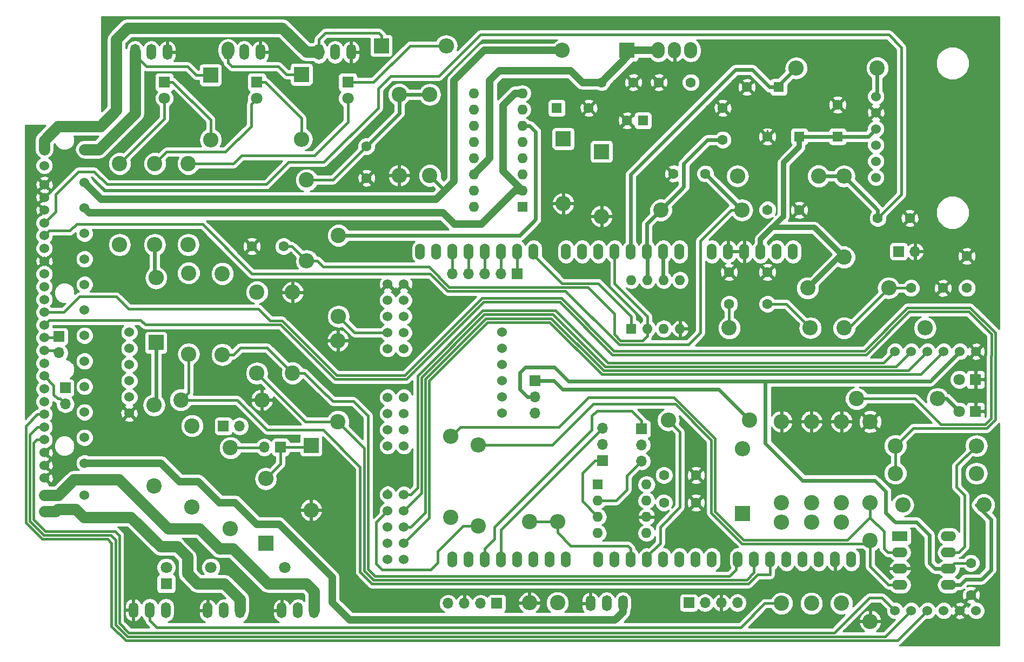
<source format=gtl>
G04 #@! TF.FileFunction,Copper,L1,Top,Signal*
%FSLAX46Y46*%
G04 Gerber Fmt 4.6, Leading zero omitted, Abs format (unit mm)*
G04 Created by KiCad (PCBNEW 4.0.6+dfsg1-1) date Sat Feb 17 20:25:25 2018*
%MOMM*%
%LPD*%
G01*
G04 APERTURE LIST*
%ADD10C,0.100000*%
%ADD11C,2.400000*%
%ADD12O,2.400000X2.400000*%
%ADD13C,1.600000*%
%ADD14O,2.032000X2.540000*%
%ADD15R,2.400000X2.400000*%
%ADD16C,1.524000*%
%ADD17R,1.600000X1.600000*%
%ADD18O,1.600000X1.600000*%
%ADD19R,1.800000X1.800000*%
%ADD20C,1.800000*%
%ADD21O,1.501140X2.499360*%
%ADD22R,1.700000X1.700000*%
%ADD23O,1.700000X1.700000*%
%ADD24O,1.524000X2.540000*%
%ADD25R,2.400000X1.600000*%
%ADD26O,2.400000X1.600000*%
%ADD27C,0.609600*%
%ADD28C,0.650000*%
%ADD29C,0.250000*%
%ADD30C,1.219200*%
%ADD31C,0.400000*%
%ADD32C,0.812800*%
%ADD33C,1.778000*%
%ADD34C,2.000000*%
%ADD35C,0.254000*%
G04 APERTURE END LIST*
D10*
D11*
X90900000Y-134300000D03*
D12*
X90900000Y-121600000D03*
D11*
X193900000Y-152700000D03*
D12*
X193900000Y-140000000D03*
D13*
X124200000Y-81000000D03*
X124200000Y-86000000D03*
D14*
X172460000Y-66000000D03*
X175000000Y-66000000D03*
X169920000Y-66000000D03*
D15*
X155000000Y-79840000D03*
D12*
X155000000Y-90000000D03*
D16*
X204000000Y-73205000D03*
X204000000Y-75745000D03*
X204000000Y-78285000D03*
X204000000Y-80825000D03*
X204000000Y-83365000D03*
X204000000Y-85905000D03*
D13*
X175000000Y-71000000D03*
X170000000Y-71000000D03*
D17*
X167500000Y-77000000D03*
D13*
X165000000Y-77000000D03*
X161000000Y-71000000D03*
X166000000Y-71000000D03*
D17*
X154000000Y-75000000D03*
D13*
X159000000Y-75000000D03*
D15*
X165000000Y-66000000D03*
D12*
X154840000Y-66000000D03*
D15*
X161000000Y-81840000D03*
D12*
X161000000Y-92000000D03*
D17*
X188750000Y-71750000D03*
D13*
X183750000Y-71750000D03*
D17*
X192000000Y-79500000D03*
D13*
X187000000Y-79500000D03*
D17*
X198000000Y-79500000D03*
D13*
X198000000Y-74500000D03*
D11*
X204200000Y-68750000D03*
D12*
X191500000Y-68750000D03*
D11*
X119800000Y-95000000D03*
D12*
X119800000Y-107700000D03*
D13*
X204300000Y-92300000D03*
X209300000Y-92300000D03*
X187000000Y-91000000D03*
X192000000Y-91000000D03*
X209500000Y-103250000D03*
X214500000Y-103250000D03*
X218250000Y-103250000D03*
X218250000Y-98250000D03*
X177260000Y-85310000D03*
X172260000Y-85310000D03*
X180000000Y-80000000D03*
X180000000Y-75000000D03*
X111200000Y-96700000D03*
X106200000Y-96700000D03*
X187000000Y-105750000D03*
X187000000Y-100750000D03*
X181000000Y-105750000D03*
X181000000Y-100750000D03*
D17*
X165670000Y-109620000D03*
D18*
X173290000Y-102000000D03*
X168210000Y-109620000D03*
X170750000Y-102000000D03*
X170750000Y-109620000D03*
X168210000Y-102000000D03*
X173290000Y-109620000D03*
X165670000Y-102000000D03*
D11*
X199000000Y-98400000D03*
D12*
X199000000Y-85700000D03*
D11*
X195000000Y-85700000D03*
D12*
X182300000Y-85700000D03*
D11*
X193300000Y-103250000D03*
D12*
X206000000Y-103250000D03*
D11*
X199000000Y-109500000D03*
D12*
X211700000Y-109500000D03*
D11*
X170300000Y-91020000D03*
D12*
X183000000Y-91020000D03*
D11*
X134100000Y-85600000D03*
D12*
X134100000Y-72900000D03*
D11*
X114800000Y-86300000D03*
D12*
X114800000Y-99000000D03*
D11*
X129300000Y-72900000D03*
D12*
X129300000Y-85600000D03*
D11*
X181000000Y-109500000D03*
D12*
X193700000Y-109500000D03*
D17*
X148600000Y-90500000D03*
D18*
X140980000Y-72720000D03*
X148600000Y-87960000D03*
X140980000Y-75260000D03*
X148600000Y-85420000D03*
X140980000Y-77800000D03*
X148600000Y-82880000D03*
X140980000Y-80340000D03*
X148600000Y-80340000D03*
X140980000Y-82880000D03*
X148600000Y-77800000D03*
X140980000Y-85420000D03*
X148600000Y-75260000D03*
X140980000Y-87960000D03*
X148600000Y-72720000D03*
X140980000Y-90500000D03*
D15*
X99750000Y-69840000D03*
D12*
X99750000Y-80000000D03*
D15*
X114000000Y-69750000D03*
D12*
X114000000Y-79910000D03*
D15*
X126500000Y-65250000D03*
D12*
X136660000Y-65250000D03*
D19*
X92500000Y-70960000D03*
D20*
X92500000Y-73500000D03*
D19*
X107000000Y-70960000D03*
D20*
X107000000Y-73500000D03*
D19*
X121250000Y-70960000D03*
D20*
X121250000Y-73500000D03*
D21*
X90460000Y-66250000D03*
X87920000Y-66250000D03*
X93000000Y-66250000D03*
X105000000Y-66250000D03*
X102460000Y-66250000D03*
X107540000Y-66250000D03*
X119250000Y-66250000D03*
X116710000Y-66250000D03*
X121790000Y-66250000D03*
D11*
X85500000Y-83750000D03*
D12*
X85500000Y-96450000D03*
D11*
X96300000Y-100900000D03*
D12*
X96300000Y-113600000D03*
D11*
X95100000Y-120800000D03*
D12*
X107800000Y-120800000D03*
D11*
X91000000Y-83750000D03*
D12*
X91000000Y-96450000D03*
D11*
X101600000Y-101000000D03*
D12*
X101600000Y-113700000D03*
D11*
X112600000Y-116600000D03*
D12*
X112600000Y-103900000D03*
D11*
X96250000Y-83750000D03*
D12*
X96250000Y-96450000D03*
D11*
X107000000Y-103900000D03*
D12*
X107000000Y-116600000D03*
D11*
X119700000Y-124200000D03*
D12*
X119700000Y-111500000D03*
D15*
X91200000Y-111800000D03*
D12*
X91200000Y-101640000D03*
D19*
X92800000Y-149600000D03*
D20*
X92800000Y-147060000D03*
D19*
X99800000Y-149600000D03*
D20*
X99800000Y-147060000D03*
D19*
X111400000Y-149600000D03*
D20*
X111400000Y-147060000D03*
D21*
X90210000Y-153750000D03*
X92750000Y-153750000D03*
X87670000Y-153750000D03*
X101840000Y-153800000D03*
X104380000Y-153800000D03*
X99300000Y-153800000D03*
X113440000Y-153800000D03*
X115980000Y-153800000D03*
X110900000Y-153800000D03*
D11*
X189200000Y-152700000D03*
D12*
X189200000Y-140000000D03*
D11*
X189200000Y-136900000D03*
D12*
X189200000Y-124200000D03*
D11*
X193900000Y-136900000D03*
D12*
X193900000Y-124200000D03*
D11*
X198600000Y-152700000D03*
D12*
X198600000Y-140000000D03*
D11*
X198600000Y-136900000D03*
D12*
X198600000Y-124200000D03*
D13*
X170800000Y-132600000D03*
X175800000Y-132600000D03*
X170800000Y-136900000D03*
X175800000Y-136900000D03*
D15*
X108400000Y-143300000D03*
D12*
X108400000Y-133140000D03*
D15*
X183110000Y-138640000D03*
D12*
X183110000Y-128480000D03*
D15*
X115500000Y-127900000D03*
D12*
X115500000Y-138060000D03*
D17*
X160440000Y-134040000D03*
D18*
X168060000Y-141660000D03*
X160440000Y-136580000D03*
X168060000Y-139120000D03*
X160440000Y-139120000D03*
X168060000Y-136580000D03*
X160440000Y-141660000D03*
X168060000Y-134040000D03*
D22*
X167300000Y-125320000D03*
D23*
X167300000Y-127860000D03*
X167300000Y-130400000D03*
D22*
X161200000Y-130300000D03*
D23*
X161200000Y-127760000D03*
X161200000Y-125220000D03*
D22*
X101760000Y-124900000D03*
D23*
X104300000Y-124900000D03*
D22*
X110700000Y-128200000D03*
D23*
X108160000Y-128200000D03*
D11*
X96850000Y-124850000D03*
D12*
X96850000Y-137550000D03*
D11*
X102850000Y-128300000D03*
D12*
X102850000Y-141000000D03*
D24*
X155440000Y-145800000D03*
X152900000Y-145800000D03*
X150360000Y-145800000D03*
X147820000Y-145800000D03*
X145280000Y-145800000D03*
X142740000Y-145800000D03*
X140200000Y-145800000D03*
X137660000Y-145800000D03*
X132580000Y-97540000D03*
X135120000Y-97540000D03*
X137660000Y-97540000D03*
X140200000Y-97540000D03*
X150360000Y-97540000D03*
X155440000Y-97540000D03*
X157980000Y-97540000D03*
X147820000Y-97540000D03*
X145280000Y-97540000D03*
X142740000Y-97540000D03*
X160520000Y-97540000D03*
X163060000Y-97540000D03*
X165600000Y-97540000D03*
X173220000Y-97540000D03*
X170680000Y-97540000D03*
X168140000Y-97540000D03*
X178300000Y-97540000D03*
X180840000Y-97540000D03*
X183380000Y-97540000D03*
X188460000Y-97540000D03*
X191000000Y-97540000D03*
X160520000Y-145800000D03*
X163060000Y-145800000D03*
X165600000Y-145800000D03*
X168140000Y-145800000D03*
X170680000Y-145800000D03*
X173220000Y-145800000D03*
X175760000Y-145800000D03*
X178300000Y-145800000D03*
X182364000Y-145800000D03*
X184904000Y-145800000D03*
X187444000Y-145800000D03*
X189984000Y-145800000D03*
X192524000Y-145800000D03*
X195064000Y-145800000D03*
X197604000Y-145800000D03*
X200144000Y-145800000D03*
X185920000Y-97540000D03*
D16*
X130040000Y-143260000D03*
X127500000Y-143260000D03*
X130040000Y-140720000D03*
X127500000Y-140720000D03*
X130040000Y-138180000D03*
X127500000Y-138180000D03*
X130040000Y-135640000D03*
X127500000Y-135640000D03*
X130040000Y-145800000D03*
X127500000Y-145800000D03*
X130040000Y-128020000D03*
X127500000Y-128020000D03*
X130040000Y-125480000D03*
X127500000Y-125480000D03*
X130040000Y-122940000D03*
X127500000Y-122940000D03*
X130040000Y-120400000D03*
X127500000Y-120400000D03*
X130040000Y-112780000D03*
X127500000Y-112780000D03*
X130040000Y-110240000D03*
X127500000Y-110240000D03*
X130040000Y-107700000D03*
X127500000Y-107700000D03*
X130040000Y-105160000D03*
X127500000Y-105160000D03*
X130040000Y-102620000D03*
X127500000Y-102620000D03*
X73700000Y-81500000D03*
X80000000Y-81500000D03*
X80000000Y-90700000D03*
X80000000Y-86700000D03*
X80000000Y-94700000D03*
X80000000Y-98700000D03*
X80000000Y-102700000D03*
X80000000Y-106700000D03*
X80000000Y-110700000D03*
X80000000Y-114700000D03*
X80000000Y-118700000D03*
X80000000Y-122700000D03*
X80000000Y-126700000D03*
X80000000Y-135700000D03*
X73700000Y-133040000D03*
X73700000Y-138240000D03*
X73700000Y-135700000D03*
X73700000Y-131040000D03*
X73700000Y-129040000D03*
X73700000Y-127040000D03*
X73700000Y-125040000D03*
X73700000Y-123040000D03*
X73700000Y-121040000D03*
X73700000Y-119040000D03*
X73700000Y-117040000D03*
X73700000Y-115040000D03*
X73700000Y-113040000D03*
X73700000Y-111040000D03*
X73700000Y-109040000D03*
X73700000Y-107040000D03*
X73700000Y-105040000D03*
X73700000Y-103040000D03*
X73700000Y-101040000D03*
X73700000Y-99040000D03*
X73700000Y-97040000D03*
X73700000Y-95040000D03*
X73700000Y-93040000D03*
X73700000Y-89040000D03*
X80000000Y-126700000D03*
X80000000Y-130700000D03*
X73700000Y-91040000D03*
X73700000Y-87040000D03*
X73700000Y-84040000D03*
X87000000Y-122880000D03*
X87000000Y-120340000D03*
X87000000Y-117800000D03*
X87000000Y-115260000D03*
X87000000Y-112720000D03*
X87000000Y-110180000D03*
X145420000Y-112720000D03*
X145420000Y-122880000D03*
X145420000Y-120340000D03*
X145420000Y-117800000D03*
X145420000Y-110180000D03*
X145420000Y-115260000D03*
D22*
X147800000Y-101000000D03*
D23*
X145260000Y-101000000D03*
X142720000Y-101000000D03*
X140180000Y-101000000D03*
X137640000Y-101000000D03*
D22*
X174680000Y-152600000D03*
D23*
X177220000Y-152600000D03*
X179760000Y-152600000D03*
X182300000Y-152600000D03*
D21*
X161800000Y-152700000D03*
X164340000Y-152700000D03*
X159260000Y-152700000D03*
D11*
X149700000Y-139900000D03*
D12*
X149700000Y-152600000D03*
D11*
X154100000Y-152600000D03*
D12*
X154100000Y-139900000D03*
D11*
X184170000Y-123960000D03*
D12*
X171470000Y-123960000D03*
D25*
X207760000Y-142160000D03*
D26*
X215380000Y-149780000D03*
X207760000Y-144700000D03*
X215380000Y-147240000D03*
X207760000Y-147240000D03*
X215380000Y-144700000D03*
X207760000Y-149780000D03*
X215380000Y-142160000D03*
D22*
X144600000Y-152700000D03*
D23*
X142060000Y-152700000D03*
X139520000Y-152700000D03*
X136980000Y-152700000D03*
D13*
X218890000Y-146360000D03*
X218890000Y-151360000D03*
D22*
X150600000Y-117790000D03*
D23*
X150600000Y-120330000D03*
X150600000Y-122870000D03*
D19*
X219600000Y-117590000D03*
D20*
X217060000Y-117590000D03*
D19*
X219600000Y-122590000D03*
D20*
X217060000Y-122590000D03*
D11*
X200970000Y-120590000D03*
D12*
X213670000Y-120590000D03*
D11*
X137410000Y-139230000D03*
D12*
X137410000Y-126530000D03*
D11*
X141730000Y-140520000D03*
D12*
X141730000Y-127820000D03*
D11*
X220900000Y-137260000D03*
D12*
X208200000Y-137260000D03*
D11*
X207040000Y-128000000D03*
D12*
X219740000Y-128000000D03*
D11*
X207040000Y-132300000D03*
D12*
X219740000Y-132300000D03*
D11*
X203100000Y-142800000D03*
D12*
X203100000Y-155500000D03*
D11*
X203100000Y-124200000D03*
D12*
X203100000Y-136900000D03*
D16*
X207000000Y-113200000D03*
X209540000Y-113200000D03*
X212080000Y-113200000D03*
X214620000Y-113200000D03*
X217160000Y-113200000D03*
X219700000Y-113200000D03*
X207000000Y-153840000D03*
X209540000Y-153840000D03*
X212080000Y-153840000D03*
X214620000Y-153840000D03*
X217160000Y-153840000D03*
X219700000Y-153840000D03*
D22*
X76000000Y-110860000D03*
D23*
X76000000Y-113400000D03*
D22*
X76990000Y-118900000D03*
D23*
X76990000Y-121440000D03*
D22*
X207570000Y-97510000D03*
D23*
X210110000Y-97510000D03*
D27*
X204200000Y-68750000D02*
X204200000Y-73005000D01*
X204200000Y-73005000D02*
X204000000Y-73205000D01*
D28*
X204000000Y-68950000D02*
X204200000Y-68750000D01*
D27*
X188750000Y-71750000D02*
X187340400Y-71750000D01*
X187340400Y-71750000D02*
X184590400Y-69000000D01*
X184590400Y-69000000D02*
X182000000Y-69000000D01*
X165600000Y-85400000D02*
X165600000Y-97540000D01*
X182000000Y-69000000D02*
X165600000Y-85400000D01*
X188750000Y-71750000D02*
X188750000Y-71500000D01*
X188750000Y-71500000D02*
X191500000Y-68750000D01*
D29*
X165600000Y-96020000D02*
X165600000Y-97540000D01*
X191500000Y-69000000D02*
X190450000Y-69000000D01*
X191300000Y-68800000D02*
X191500000Y-69000000D01*
X187000000Y-78500000D02*
X187000000Y-79500000D01*
X197500000Y-74000000D02*
X198000000Y-74500000D01*
D30*
X80000000Y-90700000D02*
X80761999Y-91461999D01*
X80761999Y-91461999D02*
X136211999Y-91461999D01*
X136211999Y-91461999D02*
X138000000Y-93250000D01*
X138000000Y-93250000D02*
X142178630Y-93250000D01*
X142178630Y-93250000D02*
X147468630Y-87960000D01*
X147468630Y-87960000D02*
X148600000Y-87960000D01*
X145600000Y-84960000D02*
X148600000Y-87960000D01*
X145600000Y-74588630D02*
X145600000Y-84960000D01*
X148600000Y-72720000D02*
X147468630Y-72720000D01*
X147468630Y-72720000D02*
X145600000Y-74588630D01*
D31*
X119800000Y-107700000D02*
X122340000Y-110240000D01*
X122340000Y-110240000D02*
X127500000Y-110240000D01*
X79000000Y-85000000D02*
X75449999Y-88550001D01*
X204300000Y-92300000D02*
X208000000Y-88600000D01*
X208000000Y-88600000D02*
X208000000Y-65500000D01*
X135500000Y-70000000D02*
X128000000Y-70000000D01*
X208000000Y-65500000D02*
X206000000Y-63500000D01*
X142000000Y-63500000D02*
X135500000Y-70000000D01*
X117500000Y-83500000D02*
X112000000Y-83500000D01*
X206000000Y-63500000D02*
X142000000Y-63500000D01*
X128000000Y-70000000D02*
X126000000Y-72000000D01*
X126000000Y-72000000D02*
X126000000Y-75000000D01*
X108500000Y-87000000D02*
X83500000Y-87000000D01*
X126000000Y-75000000D02*
X117500000Y-83500000D01*
X81500000Y-85000000D02*
X79000000Y-85000000D01*
X112000000Y-83500000D02*
X108500000Y-87000000D01*
X75449999Y-91290001D02*
X74461999Y-92278001D01*
X83500000Y-87000000D02*
X81500000Y-85000000D01*
X75449999Y-88550001D02*
X75449999Y-91290001D01*
X74461999Y-92278001D02*
X73700000Y-93040000D01*
D27*
X199000000Y-85700000D02*
X204300000Y-91000000D01*
X204300000Y-91000000D02*
X204300000Y-92300000D01*
X195000000Y-85700000D02*
X199000000Y-85700000D01*
X187000000Y-90400000D02*
X187000000Y-91000000D01*
X173290000Y-97610000D02*
X173220000Y-97540000D01*
D31*
X206000000Y-103250000D02*
X199750000Y-109500000D01*
X199750000Y-109500000D02*
X199000000Y-109500000D01*
X209500000Y-103250000D02*
X206000000Y-103250000D01*
X212000000Y-109500000D02*
X211700000Y-109500000D01*
D27*
X170680000Y-97540000D02*
X170680000Y-101930000D01*
X170680000Y-101930000D02*
X170750000Y-102000000D01*
D31*
X73700000Y-95040000D02*
X74461999Y-94278001D01*
X74461999Y-94278001D02*
X77721999Y-94278001D01*
X77721999Y-94278001D02*
X78750000Y-93250000D01*
X78750000Y-93250000D02*
X98500000Y-93250000D01*
X98500000Y-93250000D02*
X106250000Y-101000000D01*
X176500000Y-110250000D02*
X176500000Y-95822944D01*
X106250000Y-101000000D02*
X134191458Y-101000000D01*
X163751468Y-112100010D02*
X174649990Y-112100010D01*
X174649990Y-112100010D02*
X176500000Y-110250000D01*
X134191458Y-101000000D02*
X136891478Y-103700020D01*
X155351478Y-103700020D02*
X163751468Y-112100010D01*
X136891478Y-103700020D02*
X155351478Y-103700020D01*
X176500000Y-95822944D02*
X181302944Y-91020000D01*
X181302944Y-91020000D02*
X183000000Y-91020000D01*
D27*
X177260000Y-85310000D02*
X182970000Y-91020000D01*
X182970000Y-91020000D02*
X183000000Y-91020000D01*
X180000000Y-80000000D02*
X177600000Y-80000000D01*
X177600000Y-80000000D02*
X173900000Y-83700000D01*
X173900000Y-83700000D02*
X173900000Y-87420000D01*
X173900000Y-87420000D02*
X170300000Y-91020000D01*
X170300000Y-91020000D02*
X168140000Y-93180000D01*
X168140000Y-93180000D02*
X168140000Y-97540000D01*
X168210000Y-102000000D02*
X168210000Y-97610000D01*
X168210000Y-97610000D02*
X168140000Y-97540000D01*
D31*
X124200000Y-81000000D02*
X118900000Y-86300000D01*
X118900000Y-86300000D02*
X114800000Y-86300000D01*
D27*
X129300000Y-72900000D02*
X129300000Y-75900000D01*
X129300000Y-75900000D02*
X124200000Y-81000000D01*
X134100000Y-72900000D02*
X129300000Y-72900000D01*
D31*
X114800000Y-99000000D02*
X116497056Y-99000000D01*
X116497056Y-99000000D02*
X117405557Y-99908501D01*
X133948501Y-99908501D02*
X137140010Y-103100010D01*
X117405557Y-99908501D02*
X133948501Y-99908501D01*
X167461370Y-111500000D02*
X168210000Y-110751370D01*
X137140010Y-103100010D02*
X158850010Y-103100010D01*
X158850010Y-103100010D02*
X163000000Y-107250000D01*
X163000000Y-107250000D02*
X163000000Y-110500000D01*
X168210000Y-110751370D02*
X168210000Y-109620000D01*
X163000000Y-110500000D02*
X164000000Y-111500000D01*
X164000000Y-111500000D02*
X167461370Y-111500000D01*
X168210000Y-107710000D02*
X163060000Y-102560000D01*
X163060000Y-102560000D02*
X163060000Y-97540000D01*
X168210000Y-109620000D02*
X168210000Y-107710000D01*
X114800000Y-99000000D02*
X112500000Y-96700000D01*
X112500000Y-96700000D02*
X111200000Y-96700000D01*
X187000000Y-105750000D02*
X189950000Y-105750000D01*
X189950000Y-105750000D02*
X193700000Y-109500000D01*
X181000000Y-105750000D02*
X181000000Y-109500000D01*
X160500000Y-102500000D02*
X165670000Y-107670000D01*
X165670000Y-107670000D02*
X165670000Y-109620000D01*
X154812000Y-102500000D02*
X160500000Y-102500000D01*
X150360000Y-97540000D02*
X150360000Y-98048000D01*
X150360000Y-98048000D02*
X154812000Y-102500000D01*
D27*
X154900000Y-119170000D02*
X153520000Y-117790000D01*
X153520000Y-117790000D02*
X150600000Y-117790000D01*
X179380000Y-119170000D02*
X154900000Y-119170000D01*
X184170000Y-123960000D02*
X179380000Y-119170000D01*
D32*
X199000000Y-98400000D02*
X198150000Y-98400000D01*
X198150000Y-98400000D02*
X193300000Y-103250000D01*
X187750000Y-93750000D02*
X185920000Y-95580000D01*
X189500000Y-92000000D02*
X187750000Y-93750000D01*
X187750000Y-93750000D02*
X194350000Y-93750000D01*
X194350000Y-93750000D02*
X199000000Y-98400000D01*
X192000000Y-79500000D02*
X192000000Y-81112800D01*
X192000000Y-81112800D02*
X189500000Y-83612800D01*
X189500000Y-83612800D02*
X189500000Y-92000000D01*
X185920000Y-95580000D02*
X185920000Y-97540000D01*
D27*
X198000000Y-79500000D02*
X202785000Y-79500000D01*
X202785000Y-79500000D02*
X204000000Y-78285000D01*
X192000000Y-79500000D02*
X198000000Y-79500000D01*
X91000000Y-96450000D02*
X91000000Y-101440000D01*
X91000000Y-101440000D02*
X91200000Y-101640000D01*
D30*
X137900000Y-86500000D02*
X136600000Y-87800000D01*
X136600000Y-87800000D02*
X135100000Y-89300000D01*
D27*
X134100000Y-85600000D02*
X136300000Y-87800000D01*
X136300000Y-87800000D02*
X136600000Y-87800000D01*
D30*
X154840000Y-66000000D02*
X142600000Y-66000000D01*
X142600000Y-66000000D02*
X137900000Y-70700000D01*
X137900000Y-70700000D02*
X137900000Y-86500000D01*
X135100000Y-89300000D02*
X82600000Y-89300000D01*
X82600000Y-89300000D02*
X80000000Y-86700000D01*
D27*
X148600000Y-77800000D02*
X149731370Y-77800000D01*
X150700000Y-78768630D02*
X150700000Y-92500000D01*
X149731370Y-77800000D02*
X150700000Y-78768630D01*
X150700000Y-92500000D02*
X148200000Y-95000000D01*
X148200000Y-95000000D02*
X119800000Y-95000000D01*
D30*
X169920000Y-66000000D02*
X165000000Y-66000000D01*
X140980000Y-85420000D02*
X143500000Y-82900000D01*
X143500000Y-82900000D02*
X143500000Y-70700000D01*
X143500000Y-70700000D02*
X145000000Y-69200000D01*
X145000000Y-69200000D02*
X156200000Y-69200000D01*
X156200000Y-69200000D02*
X158000000Y-71000000D01*
X161000000Y-71000000D02*
X158000000Y-71000000D01*
X165000000Y-66000000D02*
X165000000Y-67000000D01*
X165000000Y-67000000D02*
X161000000Y-71000000D01*
D31*
X92500000Y-70960000D02*
X93800000Y-70960000D01*
X99750000Y-78962944D02*
X99750000Y-80660000D01*
X93800000Y-70960000D02*
X99750000Y-76910000D01*
X99750000Y-76910000D02*
X99750000Y-78962944D01*
X107000000Y-70960000D02*
X108300000Y-70960000D01*
X108300000Y-70960000D02*
X114000000Y-76660000D01*
X114000000Y-76660000D02*
X114000000Y-78962944D01*
X114000000Y-78962944D02*
X114000000Y-80660000D01*
X136660000Y-65250000D02*
X131000000Y-65250000D01*
X131000000Y-65250000D02*
X125290000Y-70960000D01*
X125290000Y-70960000D02*
X121250000Y-70960000D01*
X92500000Y-73500000D02*
X92500000Y-76750000D01*
X92500000Y-76750000D02*
X85500000Y-83750000D01*
X85500000Y-83250000D02*
X85500000Y-83750000D01*
X107000000Y-73500000D02*
X106100001Y-74399999D01*
X106100001Y-74399999D02*
X106100001Y-77899999D01*
X106100001Y-77899999D02*
X102100000Y-81900000D01*
X92850000Y-81900000D02*
X91000000Y-83750000D01*
X102100000Y-81900000D02*
X92850000Y-81900000D01*
X121250000Y-73500000D02*
X121250000Y-77250000D01*
X104599990Y-82500010D02*
X103350000Y-83750000D01*
X121250000Y-77250000D02*
X115999990Y-82500010D01*
X103350000Y-83750000D02*
X96250000Y-83750000D01*
X115999990Y-82500010D02*
X104599990Y-82500010D01*
D33*
X82250000Y-81500000D02*
X80000000Y-81500000D01*
X87920000Y-75830000D02*
X82250000Y-81500000D01*
X87920000Y-66250000D02*
X87920000Y-75830000D01*
D31*
X96150000Y-68500000D02*
X97490000Y-69840000D01*
X97490000Y-69840000D02*
X99750000Y-69840000D01*
X89670890Y-68500000D02*
X96150000Y-68500000D01*
X87920000Y-66749110D02*
X89670890Y-68500000D01*
X87920000Y-66250000D02*
X87920000Y-66749110D01*
D34*
X102460000Y-66250000D02*
X102460000Y-65660000D01*
D31*
X110400000Y-68500000D02*
X111650000Y-69750000D01*
X111650000Y-69750000D02*
X114000000Y-69750000D01*
X103060320Y-68500000D02*
X110400000Y-68500000D01*
X102460000Y-66250000D02*
X102460000Y-67899680D01*
X102460000Y-67899680D02*
X103060320Y-68500000D01*
D33*
X73700000Y-81500000D02*
X73700000Y-80058278D01*
X85000000Y-64250000D02*
X86750000Y-62500000D01*
X73700000Y-80058278D02*
X75847279Y-77910999D01*
X75847279Y-77910999D02*
X82469001Y-77910999D01*
X86750000Y-62500000D02*
X110990230Y-62500000D01*
X114740230Y-66250000D02*
X116710000Y-66250000D01*
X82469001Y-77910999D02*
X85000000Y-75380000D01*
X110990230Y-62500000D02*
X114740230Y-66250000D01*
X85000000Y-75380000D02*
X85000000Y-64250000D01*
D31*
X126500000Y-65250000D02*
X126500000Y-63650000D01*
X126500000Y-63650000D02*
X126100000Y-63250000D01*
X117750000Y-63250000D02*
X116710000Y-64290000D01*
X126100000Y-63250000D02*
X117750000Y-63250000D01*
X116710000Y-64290000D02*
X116710000Y-66250000D01*
X125251468Y-149000010D02*
X183749990Y-149000010D01*
X183749990Y-149000010D02*
X184904000Y-147846000D01*
X123799990Y-128319990D02*
X123799991Y-147548533D01*
X123799991Y-147548533D02*
X125251468Y-149000010D01*
X123000000Y-127500000D02*
X123000000Y-127520000D01*
X123000000Y-127520000D02*
X123799990Y-128319990D01*
X184904000Y-145800000D02*
X184904000Y-147846000D01*
X123000000Y-127500000D02*
X119700000Y-124200000D01*
X107000000Y-116600000D02*
X114600000Y-124200000D01*
X114600000Y-124200000D02*
X119700000Y-124200000D01*
X187444000Y-145800000D02*
X187444000Y-148156000D01*
X187444000Y-148156000D02*
X185442542Y-148156000D01*
X185442542Y-148156000D02*
X183998522Y-149600020D01*
X183998522Y-149600020D02*
X125002936Y-149600020D01*
X117400000Y-125500000D02*
X108600000Y-125500000D01*
X125002936Y-149600020D02*
X123190000Y-147787084D01*
X123190000Y-147787084D02*
X123190000Y-131290000D01*
X123190000Y-131290000D02*
X117400000Y-125500000D01*
X108600000Y-125500000D02*
X107000000Y-123900000D01*
X103900000Y-120800000D02*
X107000000Y-123900000D01*
X107000000Y-123900000D02*
X107200000Y-124100000D01*
X95100000Y-120800000D02*
X103900000Y-120800000D01*
X96300000Y-113600000D02*
X96299999Y-119600001D01*
X96299999Y-119600001D02*
X95100000Y-120800000D01*
X112600000Y-116600000D02*
X114468002Y-116600000D01*
X118900000Y-121000000D02*
X122100000Y-121000000D01*
X114468002Y-116600000D02*
X116968002Y-119100000D01*
X124400000Y-123300000D02*
X124400000Y-147300000D01*
X116968002Y-119100000D02*
X117000000Y-119100000D01*
X125500000Y-148400000D02*
X181100000Y-148400000D01*
X181100000Y-148400000D02*
X182100000Y-147400000D01*
X182100000Y-146064000D02*
X182364000Y-145800000D01*
X117000000Y-119100000D02*
X118900000Y-121000000D01*
X122100000Y-121000000D02*
X124400000Y-123300000D01*
X124400000Y-147300000D02*
X125500000Y-148400000D01*
X182100000Y-147400000D02*
X182100000Y-146064000D01*
X104397056Y-112600000D02*
X108600000Y-112600000D01*
X108600000Y-112600000D02*
X112600000Y-116600000D01*
X101600000Y-113700000D02*
X103297056Y-113700000D01*
X103297056Y-113700000D02*
X104397056Y-112600000D01*
D33*
X94500000Y-143800000D02*
X91880800Y-143800000D01*
X91880800Y-143800000D02*
X87280800Y-139200000D01*
X96100000Y-145400000D02*
X94500000Y-143800000D01*
X96100000Y-148000000D02*
X96100000Y-145400000D01*
X97680800Y-149580800D02*
X96100000Y-148000000D01*
X97680800Y-149600000D02*
X97680800Y-149580800D01*
X79900000Y-139200000D02*
X78610999Y-137910999D01*
X78610999Y-137910999D02*
X75789001Y-137910999D01*
X75789001Y-137910999D02*
X75460000Y-138240000D01*
X104380000Y-152060800D02*
X104380000Y-153800000D01*
X101919200Y-149600000D02*
X104380000Y-152060800D01*
X99800000Y-149600000D02*
X101919200Y-149600000D01*
X97680800Y-149600000D02*
X99800000Y-149600000D01*
X73700000Y-138240000D02*
X75460000Y-138240000D01*
X79900000Y-139200000D02*
X87280800Y-139200000D01*
X73700000Y-135700000D02*
X75900000Y-135700000D01*
X75900000Y-135700000D02*
X78300000Y-133300000D01*
X78300000Y-133300000D02*
X85400000Y-133300000D01*
X85400000Y-133300000D02*
X93100000Y-141000000D01*
X93100000Y-141000000D02*
X98000000Y-141000000D01*
X101100000Y-144100000D02*
X103222000Y-144100000D01*
X98000000Y-141000000D02*
X101100000Y-144100000D01*
X103222000Y-144100000D02*
X108722000Y-149600000D01*
X108722000Y-149600000D02*
X111400000Y-149600000D01*
X115980000Y-153800000D02*
X115980000Y-150772320D01*
X114807680Y-149600000D02*
X114078000Y-149600000D01*
X115980000Y-150772320D02*
X114807680Y-149600000D01*
X114078000Y-149600000D02*
X111400000Y-149600000D01*
D30*
X116000000Y-153820000D02*
X115980000Y-153800000D01*
D31*
X189200000Y-152700000D02*
X186570000Y-152700000D01*
X90210000Y-155360000D02*
X90210000Y-153750000D01*
X91290000Y-156440000D02*
X90210000Y-155360000D01*
X182830000Y-156440000D02*
X91290000Y-156440000D01*
X186570000Y-152700000D02*
X182830000Y-156440000D01*
X195064000Y-145800000D02*
X195064000Y-144936000D01*
X159480000Y-125470000D02*
X159480000Y-123320000D01*
X159480000Y-123320000D02*
X160300000Y-122500000D01*
X144250000Y-140700000D02*
X159480000Y-125470000D01*
X144250000Y-142620000D02*
X144250000Y-140700000D01*
X142740000Y-145800000D02*
X142740000Y-144130000D01*
X142740000Y-144130000D02*
X144250000Y-142620000D01*
X160300000Y-122500000D02*
X165730000Y-122500000D01*
X165730000Y-122500000D02*
X167300000Y-124070000D01*
X167300000Y-124070000D02*
X167300000Y-125320000D01*
X167300000Y-130400000D02*
X165000000Y-132700000D01*
X165000000Y-132700000D02*
X165000000Y-134850000D01*
X165000000Y-134850000D02*
X163270000Y-136580000D01*
X163270000Y-136580000D02*
X160440000Y-136580000D01*
X102850000Y-128300000D02*
X108060000Y-128300000D01*
X108060000Y-128300000D02*
X108160000Y-128200000D01*
D27*
X91200000Y-111800000D02*
X91200000Y-121300000D01*
X91200000Y-121300000D02*
X90900000Y-121600000D01*
D31*
X147820000Y-97540000D02*
X147820000Y-100980000D01*
X147820000Y-100980000D02*
X147800000Y-101000000D01*
X145260000Y-101000000D02*
X145260000Y-97560000D01*
X145260000Y-97560000D02*
X145280000Y-97540000D01*
X142740000Y-97540000D02*
X142740000Y-100980000D01*
X142740000Y-100980000D02*
X142720000Y-101000000D01*
X140180000Y-101000000D02*
X140180000Y-97560000D01*
X140180000Y-97560000D02*
X140200000Y-97540000D01*
X137660000Y-97540000D02*
X137660000Y-100980000D01*
X137660000Y-100980000D02*
X137640000Y-101000000D01*
D30*
X164340000Y-152700000D02*
X164340000Y-154060000D01*
X107000000Y-140300000D02*
X103600000Y-136900000D01*
X164340000Y-154060000D02*
X163100000Y-155300000D01*
X121500000Y-155300000D02*
X118800000Y-152600000D01*
X163100000Y-155300000D02*
X121500000Y-155300000D01*
X118800000Y-152600000D02*
X118800000Y-148600000D01*
X118800000Y-148600000D02*
X110500000Y-140300000D01*
X110500000Y-140300000D02*
X107000000Y-140300000D01*
X101100000Y-136900000D02*
X97800000Y-133600000D01*
X103600000Y-136900000D02*
X101100000Y-136900000D01*
X97800000Y-133600000D02*
X94900000Y-133600000D01*
X94900000Y-133600000D02*
X92000000Y-130700000D01*
X92000000Y-130700000D02*
X80000000Y-130700000D01*
D31*
X154100000Y-139900000D02*
X154100000Y-141597056D01*
X165170000Y-143700000D02*
X165600000Y-144130000D01*
X154100000Y-141597056D02*
X156202944Y-143700000D01*
X156202944Y-143700000D02*
X165170000Y-143700000D01*
X165600000Y-144130000D02*
X165600000Y-145800000D01*
X149700000Y-139900000D02*
X151397056Y-139900000D01*
X151397056Y-139900000D02*
X154100000Y-139900000D01*
X161200000Y-125220000D02*
X145280000Y-141140000D01*
X145280000Y-141140000D02*
X145280000Y-145800000D01*
X110700000Y-128200000D02*
X115200000Y-128200000D01*
X115200000Y-128200000D02*
X115500000Y-127900000D01*
X108400000Y-133140000D02*
X110700000Y-130840000D01*
X110700000Y-130840000D02*
X110700000Y-128200000D01*
X168140000Y-145800000D02*
X168140000Y-145292000D01*
X168140000Y-145292000D02*
X170200000Y-143232000D01*
X170200000Y-143232000D02*
X170200000Y-140700000D01*
X170200000Y-140700000D02*
X173300000Y-137600000D01*
X173300000Y-137600000D02*
X173300000Y-125790000D01*
X173300000Y-125790000D02*
X171470000Y-123960000D01*
D27*
X215380000Y-149780000D02*
X217189600Y-149780000D01*
X217189600Y-149780000D02*
X218029600Y-148940000D01*
X218029600Y-148940000D02*
X220520000Y-148940000D01*
X220520000Y-148940000D02*
X222000000Y-147460000D01*
X222000000Y-147460000D02*
X222000000Y-139500000D01*
X222000000Y-139500000D02*
X219760000Y-137260000D01*
D31*
X171870000Y-120360000D02*
X159000000Y-120360000D01*
X178790009Y-126811467D02*
X172338542Y-120360000D01*
X172338542Y-120360000D02*
X171870000Y-120360000D01*
X183278532Y-142729990D02*
X178790010Y-138241468D01*
X178790010Y-138241468D02*
X178790009Y-126811467D01*
X199530010Y-142729990D02*
X183278532Y-142729990D01*
X203100000Y-139250000D02*
X203010000Y-139250000D01*
X203010000Y-139250000D02*
X199530010Y-142729990D01*
X153320000Y-125070000D02*
X138870000Y-125070000D01*
X138870000Y-125070000D02*
X137410000Y-126530000D01*
X203100000Y-136900000D02*
X203100000Y-139250000D01*
X203100000Y-139250000D02*
X205240000Y-141390000D01*
X205240000Y-141390000D02*
X205240000Y-144070000D01*
X205240000Y-144070000D02*
X205870000Y-144700000D01*
X205870000Y-144700000D02*
X207760000Y-144700000D01*
X153580000Y-125070000D02*
X153320000Y-125070000D01*
X203100000Y-136900000D02*
X203100000Y-139040000D01*
X159000000Y-120360000D02*
X154290000Y-125070000D01*
X154290000Y-125070000D02*
X153320000Y-125070000D01*
X216630000Y-134460000D02*
X216630000Y-131110000D01*
X216630000Y-131110000D02*
X219740000Y-128000000D01*
X217920000Y-135750000D02*
X216630000Y-134460000D01*
X217920000Y-143760000D02*
X217920000Y-135750000D01*
X215380000Y-144700000D02*
X216980000Y-144700000D01*
X216980000Y-144700000D02*
X217920000Y-143760000D01*
X153320000Y-127840000D02*
X153300000Y-127820000D01*
X153300000Y-127820000D02*
X141730000Y-127820000D01*
X203100000Y-142800000D02*
X203100000Y-146900000D01*
X203100000Y-146900000D02*
X205980000Y-149780000D01*
X205980000Y-149780000D02*
X207760000Y-149780000D01*
X153320000Y-127840000D02*
X159710000Y-121450000D01*
X159710000Y-121450000D02*
X172580000Y-121450000D01*
X172580000Y-121450000D02*
X178190000Y-127060000D01*
X178190000Y-127060000D02*
X178190000Y-138490000D01*
X178190000Y-138490000D02*
X183030000Y-143330000D01*
X183030000Y-143330000D02*
X202570000Y-143330000D01*
X202570000Y-143330000D02*
X203100000Y-142800000D01*
D27*
X212520000Y-117840000D02*
X186730000Y-117840000D01*
X210380000Y-139980000D02*
X207060000Y-139980000D01*
X186730000Y-117840000D02*
X181860000Y-117840000D01*
X215380000Y-147240000D02*
X213260000Y-147240000D01*
X207060000Y-139980000D02*
X205560000Y-138480000D01*
X192520000Y-133400000D02*
X186690000Y-127570000D01*
X213260000Y-147240000D02*
X212390000Y-146370000D01*
X212390000Y-146370000D02*
X212390000Y-141990000D01*
X205560000Y-135160000D02*
X203800000Y-133400000D01*
X212390000Y-141990000D02*
X210380000Y-139980000D01*
X205560000Y-138480000D02*
X205560000Y-135160000D01*
X203800000Y-133400000D02*
X192520000Y-133400000D01*
X186690000Y-127570000D02*
X186690000Y-117880000D01*
X186690000Y-117880000D02*
X186730000Y-117840000D01*
X217160000Y-113200000D02*
X212520000Y-117840000D01*
X150600000Y-120330000D02*
X149397919Y-120330000D01*
X149397919Y-120330000D02*
X148220000Y-119152081D01*
X148220000Y-119152081D02*
X148220000Y-116500000D01*
X148220000Y-116500000D02*
X149070000Y-115650000D01*
X149070000Y-115650000D02*
X153640000Y-115650000D01*
X153640000Y-115650000D02*
X155830000Y-117840000D01*
X155830000Y-117840000D02*
X181860000Y-117840000D01*
D31*
X214980000Y-147240000D02*
X215380000Y-147240000D01*
X218890000Y-146360000D02*
X216260000Y-146360000D01*
X216260000Y-146360000D02*
X215380000Y-147240000D01*
X218810000Y-146280000D02*
X218890000Y-146360000D01*
D27*
X213670000Y-120590000D02*
X215060000Y-120590000D01*
X215060000Y-120590000D02*
X217060000Y-122590000D01*
D31*
X89530000Y-109000000D02*
X88808001Y-108278001D01*
X88808001Y-108278001D02*
X74461999Y-108278001D01*
X74461999Y-108278001D02*
X73700000Y-109040000D01*
X110720000Y-109000000D02*
X89530000Y-109000000D01*
X119220000Y-117500000D02*
X110720000Y-109000000D01*
X130450000Y-117500000D02*
X119220000Y-117500000D01*
X142520000Y-105430000D02*
X130450000Y-117500000D01*
X154460000Y-105430000D02*
X142520000Y-105430000D01*
X162710000Y-113680000D02*
X154460000Y-105430000D01*
X202450000Y-113680000D02*
X162710000Y-113680000D01*
X209180000Y-106950000D02*
X202450000Y-113680000D01*
X218530000Y-106950000D02*
X209180000Y-106950000D01*
X222090000Y-110510000D02*
X218530000Y-106950000D01*
X222090000Y-113810238D02*
X222090000Y-110510000D01*
X222060000Y-123670000D02*
X222060000Y-113840238D01*
X222060000Y-113840238D02*
X222090000Y-113810238D01*
X221110000Y-124620000D02*
X222060000Y-123670000D01*
X214160000Y-124620000D02*
X221110000Y-124620000D01*
X210130000Y-120590000D02*
X214160000Y-124620000D01*
X200970000Y-120590000D02*
X210130000Y-120590000D01*
X207040000Y-128000000D02*
X209819990Y-125220010D01*
X76770000Y-107040000D02*
X73700000Y-107040000D01*
X202201468Y-113079990D02*
X162958532Y-113079990D01*
X209819990Y-125220010D02*
X221358533Y-125220009D01*
X119468532Y-116899990D02*
X110968532Y-108399990D01*
X221358533Y-125220009D02*
X222690009Y-123888533D01*
X222690009Y-123888533D02*
X222690009Y-110261467D01*
X154708532Y-104829990D02*
X142271468Y-104829990D01*
X208931467Y-106349991D02*
X202201468Y-113079990D01*
X86920000Y-106540000D02*
X84990000Y-104610000D01*
X222690009Y-110261467D02*
X218778532Y-106349990D01*
X79200000Y-104610000D02*
X76770000Y-107040000D01*
X162958532Y-113079990D02*
X154708532Y-104829990D01*
X84990000Y-104610000D02*
X79200000Y-104610000D01*
X218778532Y-106349990D02*
X208931467Y-106349991D01*
X142271468Y-104829990D02*
X130201468Y-116899990D01*
X130201468Y-116899990D02*
X119468532Y-116899990D01*
X110968532Y-108399990D02*
X110968532Y-108388532D01*
X109120530Y-108388532D02*
X107271998Y-106540000D01*
X110968532Y-108388532D02*
X109120530Y-108388532D01*
X107271998Y-106540000D02*
X86920000Y-106540000D01*
X207040000Y-132300000D02*
X207040000Y-130602944D01*
X207040000Y-130602944D02*
X207040000Y-128000000D01*
X158000000Y-132250000D02*
X158000000Y-136680000D01*
X158000000Y-136680000D02*
X160440000Y-139120000D01*
X159950000Y-130300000D02*
X158000000Y-132250000D01*
X161200000Y-130300000D02*
X159950000Y-130300000D01*
X127500000Y-135640000D02*
X127500000Y-134990000D01*
X141730000Y-140520000D02*
X139280000Y-140520000D01*
X139280000Y-140520000D02*
X135300000Y-144500000D01*
X125700000Y-146500000D02*
X125700000Y-139980000D01*
X135300000Y-144500000D02*
X135300000Y-146300000D01*
X135300000Y-146300000D02*
X134200000Y-147400000D01*
X134200000Y-147400000D02*
X126600000Y-147400000D01*
X126600000Y-147400000D02*
X125700000Y-146500000D01*
X125700000Y-139980000D02*
X127500000Y-138180000D01*
X197460000Y-157300000D02*
X86950000Y-157300000D01*
X202960000Y-151800000D02*
X204960000Y-151800000D01*
X204960000Y-151800000D02*
X207000000Y-153840000D01*
X73700000Y-127040000D02*
X72480000Y-127040000D01*
X72480000Y-127040000D02*
X71990000Y-127530000D01*
X71990000Y-127530000D02*
X71990000Y-139520000D01*
X71990000Y-139520000D02*
X73880000Y-141410000D01*
X73880000Y-141410000D02*
X84810000Y-141410000D01*
X84810000Y-141410000D02*
X85440000Y-142040000D01*
X85440000Y-142040000D02*
X85440000Y-155790000D01*
X85440000Y-155790000D02*
X86950000Y-157300000D01*
X197460000Y-157300000D02*
X202960000Y-151800000D01*
X209540000Y-153840000D02*
X205479991Y-157900009D01*
X84839991Y-156038533D02*
X84839990Y-142759990D01*
X205479991Y-157900009D02*
X86701467Y-157900009D01*
X86701467Y-157900009D02*
X84839991Y-156038533D01*
X84839990Y-142759990D02*
X84090010Y-142010010D01*
X84090010Y-142010010D02*
X73631468Y-142010010D01*
X73631468Y-142010010D02*
X71389991Y-139768533D01*
X71389991Y-139768533D02*
X71389990Y-126272380D01*
X71389990Y-126272380D02*
X72622370Y-125040000D01*
X72622370Y-125040000D02*
X73700000Y-125040000D01*
X73700000Y-125040000D02*
X73310000Y-125040000D01*
X83610020Y-142610020D02*
X84239982Y-143239982D01*
X84239982Y-143239982D02*
X84239982Y-156287066D01*
X84239982Y-156287066D02*
X86452935Y-158500019D01*
X86452935Y-158500019D02*
X207419981Y-158500019D01*
X207419981Y-158500019D02*
X211318001Y-154601999D01*
X211318001Y-154601999D02*
X212080000Y-153840000D01*
X73382936Y-142610020D02*
X83610020Y-142610020D01*
X73700000Y-123040000D02*
X72622370Y-123040000D01*
X72622370Y-123040000D02*
X70789982Y-124872388D01*
X70789982Y-124872388D02*
X70789982Y-140017066D01*
X70789982Y-140017066D02*
X73382936Y-142610020D01*
X130040000Y-135640000D02*
X131117630Y-135640000D01*
X131117630Y-135640000D02*
X132200000Y-134557630D01*
X153800000Y-106800000D02*
X162000000Y-115000000D01*
X132200000Y-134557630D02*
X132200000Y-117000000D01*
X132200000Y-117000000D02*
X142400000Y-106800000D01*
X142400000Y-106800000D02*
X153800000Y-106800000D01*
X162000000Y-115000000D02*
X205200000Y-115000000D01*
X205200000Y-115000000D02*
X207000000Y-113200000D01*
X142648532Y-107400010D02*
X132800010Y-117248532D01*
X132800010Y-117248532D02*
X132800010Y-135419990D01*
X132800010Y-135419990D02*
X130801999Y-137418001D01*
X130801999Y-137418001D02*
X130040000Y-138180000D01*
X153400010Y-107400010D02*
X142648532Y-107400010D01*
X209540000Y-113200000D02*
X207139990Y-115600010D01*
X207139990Y-115600010D02*
X161600010Y-115600010D01*
X161600010Y-115600010D02*
X153400010Y-107400010D01*
X142897064Y-108000020D02*
X153151478Y-108000020D01*
X153151478Y-108000020D02*
X161351478Y-116200020D01*
X161351478Y-116200020D02*
X209079980Y-116200020D01*
X209079980Y-116200020D02*
X211318001Y-113961999D01*
X211318001Y-113961999D02*
X212080000Y-113200000D01*
X133400020Y-117497064D02*
X142897064Y-108000020D01*
X130040000Y-140720000D02*
X131117630Y-140720000D01*
X131117630Y-140720000D02*
X133400020Y-138437610D01*
X133400020Y-138437610D02*
X133400020Y-117497064D01*
X134000030Y-117745596D02*
X134000030Y-139299970D01*
X134000030Y-139299970D02*
X130040000Y-143260000D01*
X143145596Y-108600030D02*
X134000030Y-117745596D01*
X152902946Y-108600030D02*
X143145596Y-108600030D01*
X214620000Y-113200000D02*
X211019971Y-116800029D01*
X211019971Y-116800029D02*
X161102945Y-116800029D01*
X161102945Y-116800029D02*
X152902946Y-108600030D01*
X73700000Y-111040000D02*
X75820000Y-111040000D01*
X75820000Y-111040000D02*
X76000000Y-110860000D01*
X73700000Y-113040000D02*
X75640000Y-113040000D01*
X75640000Y-113040000D02*
X76000000Y-113400000D01*
X75180000Y-119940000D02*
X75180000Y-118520000D01*
X75180000Y-118520000D02*
X73700000Y-117040000D01*
X75830001Y-120590001D02*
X75180000Y-119940000D01*
X76990000Y-121440000D02*
X76140001Y-120590001D01*
X76140001Y-120590001D02*
X75830001Y-120590001D01*
D35*
G36*
X85816371Y-109387630D02*
X85603243Y-109900900D01*
X85602758Y-110456661D01*
X85814990Y-110970303D01*
X86207630Y-111363629D01*
X86415512Y-111449949D01*
X86209697Y-111534990D01*
X85816371Y-111927630D01*
X85603243Y-112440900D01*
X85602758Y-112996661D01*
X85814990Y-113510303D01*
X86207630Y-113903629D01*
X86415512Y-113989949D01*
X86209697Y-114074990D01*
X85816371Y-114467630D01*
X85603243Y-114980900D01*
X85602758Y-115536661D01*
X85814990Y-116050303D01*
X86207630Y-116443629D01*
X86415512Y-116529949D01*
X86209697Y-116614990D01*
X85816371Y-117007630D01*
X85603243Y-117520900D01*
X85602758Y-118076661D01*
X85814990Y-118590303D01*
X86207630Y-118983629D01*
X86415512Y-119069949D01*
X86209697Y-119154990D01*
X85816371Y-119547630D01*
X85603243Y-120060900D01*
X85602758Y-120616661D01*
X85814990Y-121130303D01*
X86207630Y-121523629D01*
X86399727Y-121603395D01*
X86268857Y-121657603D01*
X86199392Y-121899787D01*
X87000000Y-122700395D01*
X87800608Y-121899787D01*
X87731143Y-121657603D01*
X87590682Y-121607491D01*
X87695818Y-121564050D01*
X89065000Y-121564050D01*
X89065000Y-121635950D01*
X89204681Y-122338174D01*
X89602459Y-122933491D01*
X90197776Y-123331269D01*
X90900000Y-123470950D01*
X91602224Y-123331269D01*
X92197541Y-122933491D01*
X92595319Y-122338174D01*
X92735000Y-121635950D01*
X92735000Y-121564050D01*
X92595319Y-120861826D01*
X92197541Y-120266509D01*
X92139800Y-120227928D01*
X92139800Y-113647440D01*
X92400000Y-113647440D01*
X92635317Y-113603162D01*
X92851441Y-113464090D01*
X92996431Y-113251890D01*
X93047440Y-113000000D01*
X93047440Y-110600000D01*
X93003162Y-110364683D01*
X92864090Y-110148559D01*
X92651890Y-110003569D01*
X92400000Y-109952560D01*
X90000000Y-109952560D01*
X89764683Y-109996838D01*
X89548559Y-110135910D01*
X89403569Y-110348110D01*
X89352560Y-110600000D01*
X89352560Y-113000000D01*
X89396838Y-113235317D01*
X89535910Y-113451441D01*
X89748110Y-113596431D01*
X90000000Y-113647440D01*
X90260200Y-113647440D01*
X90260200Y-119856314D01*
X90197776Y-119868731D01*
X89602459Y-120266509D01*
X89204681Y-120861826D01*
X89065000Y-121564050D01*
X87695818Y-121564050D01*
X87790303Y-121525010D01*
X88183629Y-121132370D01*
X88396757Y-120619100D01*
X88397242Y-120063339D01*
X88185010Y-119549697D01*
X87792370Y-119156371D01*
X87584488Y-119070051D01*
X87790303Y-118985010D01*
X88183629Y-118592370D01*
X88396757Y-118079100D01*
X88397242Y-117523339D01*
X88185010Y-117009697D01*
X87792370Y-116616371D01*
X87584488Y-116530051D01*
X87790303Y-116445010D01*
X88183629Y-116052370D01*
X88396757Y-115539100D01*
X88397242Y-114983339D01*
X88185010Y-114469697D01*
X87792370Y-114076371D01*
X87584488Y-113990051D01*
X87790303Y-113905010D01*
X88183629Y-113512370D01*
X88396757Y-112999100D01*
X88397242Y-112443339D01*
X88185010Y-111929697D01*
X87792370Y-111536371D01*
X87584488Y-111450051D01*
X87790303Y-111365010D01*
X88183629Y-110972370D01*
X88396757Y-110459100D01*
X88397242Y-109903339D01*
X88185010Y-109389697D01*
X87908797Y-109113001D01*
X88462133Y-109113001D01*
X88939566Y-109590434D01*
X89210460Y-109771440D01*
X89530000Y-109835000D01*
X110374132Y-109835000D01*
X118629566Y-118090434D01*
X118900459Y-118271439D01*
X119220000Y-118335000D01*
X130450000Y-118335000D01*
X130769541Y-118271439D01*
X131040434Y-118090434D01*
X131365000Y-117765868D01*
X131365000Y-119948500D01*
X131225010Y-119609697D01*
X130832370Y-119216371D01*
X130319100Y-119003243D01*
X129763339Y-119002758D01*
X129249697Y-119214990D01*
X128856371Y-119607630D01*
X128770051Y-119815512D01*
X128685010Y-119609697D01*
X128292370Y-119216371D01*
X127779100Y-119003243D01*
X127223339Y-119002758D01*
X126709697Y-119214990D01*
X126316371Y-119607630D01*
X126103243Y-120120900D01*
X126102758Y-120676661D01*
X126314990Y-121190303D01*
X126707630Y-121583629D01*
X126915512Y-121669949D01*
X126709697Y-121754990D01*
X126316371Y-122147630D01*
X126103243Y-122660900D01*
X126102758Y-123216661D01*
X126314990Y-123730303D01*
X126707630Y-124123629D01*
X126915512Y-124209949D01*
X126709697Y-124294990D01*
X126316371Y-124687630D01*
X126103243Y-125200900D01*
X126102758Y-125756661D01*
X126314990Y-126270303D01*
X126707630Y-126663629D01*
X126915512Y-126749949D01*
X126709697Y-126834990D01*
X126316371Y-127227630D01*
X126103243Y-127740900D01*
X126102758Y-128296661D01*
X126314990Y-128810303D01*
X126707630Y-129203629D01*
X127220900Y-129416757D01*
X127776661Y-129417242D01*
X128290303Y-129205010D01*
X128683629Y-128812370D01*
X128769949Y-128604488D01*
X128854990Y-128810303D01*
X129247630Y-129203629D01*
X129760900Y-129416757D01*
X130316661Y-129417242D01*
X130830303Y-129205010D01*
X131223629Y-128812370D01*
X131365000Y-128471910D01*
X131365000Y-134211762D01*
X130976255Y-134600507D01*
X130832370Y-134456371D01*
X130319100Y-134243243D01*
X129763339Y-134242758D01*
X129249697Y-134454990D01*
X128856371Y-134847630D01*
X128770051Y-135055512D01*
X128685010Y-134849697D01*
X128292370Y-134456371D01*
X127983509Y-134328121D01*
X127819541Y-134218561D01*
X127500000Y-134155000D01*
X127180459Y-134218561D01*
X127016081Y-134328395D01*
X126709697Y-134454990D01*
X126316371Y-134847630D01*
X126103243Y-135360900D01*
X126102758Y-135916661D01*
X126314990Y-136430303D01*
X126707630Y-136823629D01*
X126915512Y-136909949D01*
X126709697Y-136994990D01*
X126316371Y-137387630D01*
X126103243Y-137900900D01*
X126102811Y-138396321D01*
X125235000Y-139264132D01*
X125235000Y-123300000D01*
X125171439Y-122980459D01*
X124990434Y-122709566D01*
X122690434Y-120409566D01*
X122633374Y-120371440D01*
X122419541Y-120228561D01*
X122100000Y-120165000D01*
X119245868Y-120165000D01*
X117590434Y-118509566D01*
X117532641Y-118470950D01*
X117494003Y-118445133D01*
X115058436Y-116009566D01*
X114787543Y-115828561D01*
X114468002Y-115765000D01*
X114240458Y-115765000D01*
X114156545Y-115561914D01*
X113640801Y-115045270D01*
X112966605Y-114765319D01*
X112236597Y-114764682D01*
X112030647Y-114849779D01*
X109190434Y-112009566D01*
X109119082Y-111961890D01*
X108919541Y-111828561D01*
X108600000Y-111765000D01*
X104397056Y-111765000D01*
X104077515Y-111828561D01*
X103877974Y-111961890D01*
X103806622Y-112009566D01*
X103118696Y-112697492D01*
X102897541Y-112366509D01*
X102302224Y-111968731D01*
X101600000Y-111829050D01*
X100897776Y-111968731D01*
X100302459Y-112366509D01*
X99904681Y-112961826D01*
X99765000Y-113664050D01*
X99765000Y-113735950D01*
X99904681Y-114438174D01*
X100302459Y-115033491D01*
X100897776Y-115431269D01*
X101600000Y-115570950D01*
X102302224Y-115431269D01*
X102897541Y-115033491D01*
X103230622Y-114535000D01*
X103297056Y-114535000D01*
X103616597Y-114471439D01*
X103887490Y-114290434D01*
X104742924Y-113435000D01*
X108254132Y-113435000D01*
X110849587Y-116030455D01*
X110765319Y-116233395D01*
X110764682Y-116963403D01*
X111043455Y-117638086D01*
X111559199Y-118154730D01*
X112233395Y-118434681D01*
X112963403Y-118435318D01*
X113638086Y-118156545D01*
X114154730Y-117640801D01*
X114205549Y-117518415D01*
X116377568Y-119690434D01*
X116473999Y-119754867D01*
X118309566Y-121590434D01*
X118580460Y-121771440D01*
X118900000Y-121835000D01*
X121754132Y-121835000D01*
X123565000Y-123645868D01*
X123565000Y-126884132D01*
X121450413Y-124769545D01*
X121534681Y-124566605D01*
X121535318Y-123836597D01*
X121256545Y-123161914D01*
X120740801Y-122645270D01*
X120066605Y-122365319D01*
X119336597Y-122364682D01*
X118661914Y-122643455D01*
X118145270Y-123159199D01*
X118059814Y-123365000D01*
X114945868Y-123365000D01*
X108732437Y-117151569D01*
X108835000Y-116635950D01*
X108835000Y-116564050D01*
X108695319Y-115861826D01*
X108297541Y-115266509D01*
X107702224Y-114868731D01*
X107000000Y-114729050D01*
X106297776Y-114868731D01*
X105702459Y-115266509D01*
X105304681Y-115861826D01*
X105165000Y-116564050D01*
X105165000Y-116635950D01*
X105304681Y-117338174D01*
X105702459Y-117933491D01*
X106297776Y-118331269D01*
X107000000Y-118470950D01*
X107575590Y-118356458D01*
X108246562Y-119027430D01*
X108211807Y-119011797D01*
X107927000Y-119128142D01*
X107927000Y-120673000D01*
X109471432Y-120673000D01*
X109588195Y-120388195D01*
X109574667Y-120355535D01*
X113884132Y-124665000D01*
X108945868Y-124665000D01*
X105492673Y-121211805D01*
X106011805Y-121211805D01*
X106244358Y-121773258D01*
X106735224Y-122294492D01*
X107388193Y-122588203D01*
X107673000Y-122471858D01*
X107673000Y-120927000D01*
X107927000Y-120927000D01*
X107927000Y-122471858D01*
X108211807Y-122588203D01*
X108864776Y-122294492D01*
X109355642Y-121773258D01*
X109588195Y-121211805D01*
X109471432Y-120927000D01*
X107927000Y-120927000D01*
X107673000Y-120927000D01*
X106128568Y-120927000D01*
X106011805Y-121211805D01*
X105492673Y-121211805D01*
X104669063Y-120388195D01*
X106011805Y-120388195D01*
X106128568Y-120673000D01*
X107673000Y-120673000D01*
X107673000Y-119128142D01*
X107388193Y-119011797D01*
X106735224Y-119305508D01*
X106244358Y-119826742D01*
X106011805Y-120388195D01*
X104669063Y-120388195D01*
X104490434Y-120209566D01*
X104357736Y-120120900D01*
X104219541Y-120028561D01*
X103900000Y-119965000D01*
X97041064Y-119965000D01*
X97071438Y-119919542D01*
X97134999Y-119600001D01*
X97135000Y-115242551D01*
X97597541Y-114933491D01*
X97995319Y-114338174D01*
X98135000Y-113635950D01*
X98135000Y-113564050D01*
X97995319Y-112861826D01*
X97597541Y-112266509D01*
X97002224Y-111868731D01*
X96300000Y-111729050D01*
X95597776Y-111868731D01*
X95002459Y-112266509D01*
X94604681Y-112861826D01*
X94465000Y-113564050D01*
X94465000Y-113635950D01*
X94604681Y-114338174D01*
X95002459Y-114933491D01*
X95465000Y-115242551D01*
X95464999Y-118965318D01*
X94736597Y-118964682D01*
X94061914Y-119243455D01*
X93545270Y-119759199D01*
X93265319Y-120433395D01*
X93264682Y-121163403D01*
X93543455Y-121838086D01*
X94059199Y-122354730D01*
X94733395Y-122634681D01*
X95463403Y-122635318D01*
X96138086Y-122356545D01*
X96654730Y-121840801D01*
X96740186Y-121635000D01*
X103554132Y-121635000D01*
X108009566Y-126090434D01*
X108280460Y-126271440D01*
X108600000Y-126335000D01*
X113780854Y-126335000D01*
X113703569Y-126448110D01*
X113652560Y-126700000D01*
X113652560Y-127365000D01*
X112197440Y-127365000D01*
X112197440Y-127350000D01*
X112153162Y-127114683D01*
X112014090Y-126898559D01*
X111801890Y-126753569D01*
X111550000Y-126702560D01*
X109850000Y-126702560D01*
X109614683Y-126746838D01*
X109398559Y-126885910D01*
X109253569Y-127098110D01*
X109239914Y-127165541D01*
X109210054Y-127120853D01*
X108728285Y-126798946D01*
X108160000Y-126685907D01*
X107591715Y-126798946D01*
X107109946Y-127120853D01*
X106879995Y-127465000D01*
X104490458Y-127465000D01*
X104406545Y-127261914D01*
X103890801Y-126745270D01*
X103216605Y-126465319D01*
X102486597Y-126464682D01*
X101811914Y-126743455D01*
X101295270Y-127259199D01*
X101015319Y-127933395D01*
X101014682Y-128663403D01*
X101293455Y-129338086D01*
X101809199Y-129854730D01*
X102483395Y-130134681D01*
X103213403Y-130135318D01*
X103888086Y-129856545D01*
X104404730Y-129340801D01*
X104490186Y-129135000D01*
X107013630Y-129135000D01*
X107109946Y-129279147D01*
X107591715Y-129601054D01*
X108160000Y-129714093D01*
X108728285Y-129601054D01*
X109210054Y-129279147D01*
X109237850Y-129237548D01*
X109246838Y-129285317D01*
X109385910Y-129501441D01*
X109598110Y-129646431D01*
X109850000Y-129697440D01*
X109865000Y-129697440D01*
X109865000Y-130494132D01*
X108975590Y-131383542D01*
X108400000Y-131269050D01*
X107697776Y-131408731D01*
X107102459Y-131806509D01*
X106704681Y-132401826D01*
X106565000Y-133104050D01*
X106565000Y-133175950D01*
X106704681Y-133878174D01*
X107102459Y-134473491D01*
X107697776Y-134871269D01*
X108400000Y-135010950D01*
X109102224Y-134871269D01*
X109697541Y-134473491D01*
X110095319Y-133878174D01*
X110235000Y-133175950D01*
X110235000Y-133104050D01*
X110132437Y-132588431D01*
X111290434Y-131430434D01*
X111398267Y-131269050D01*
X111471439Y-131159541D01*
X111535000Y-130840000D01*
X111535000Y-129697440D01*
X111550000Y-129697440D01*
X111785317Y-129653162D01*
X112001441Y-129514090D01*
X112146431Y-129301890D01*
X112197440Y-129050000D01*
X112197440Y-129035000D01*
X113652560Y-129035000D01*
X113652560Y-129100000D01*
X113696838Y-129335317D01*
X113835910Y-129551441D01*
X114048110Y-129696431D01*
X114300000Y-129747440D01*
X116700000Y-129747440D01*
X116935317Y-129703162D01*
X117151441Y-129564090D01*
X117296431Y-129351890D01*
X117347440Y-129100000D01*
X117347440Y-126700000D01*
X117330824Y-126611692D01*
X122355000Y-131635868D01*
X122355000Y-147787084D01*
X122418561Y-148106625D01*
X122531374Y-148275461D01*
X122599566Y-148377518D01*
X124412502Y-150190454D01*
X124683396Y-150371460D01*
X125002936Y-150435020D01*
X183998522Y-150435020D01*
X184318063Y-150371459D01*
X184588956Y-150190454D01*
X185788410Y-148991000D01*
X187444000Y-148991000D01*
X187763541Y-148927439D01*
X188034434Y-148746434D01*
X188215439Y-148475541D01*
X188279000Y-148156000D01*
X188279000Y-147435266D01*
X188431828Y-147333149D01*
X188714000Y-146910850D01*
X188996172Y-147333149D01*
X189449391Y-147635981D01*
X189984000Y-147742321D01*
X190518609Y-147635981D01*
X190971828Y-147333149D01*
X191254000Y-146910850D01*
X191536172Y-147333149D01*
X191989391Y-147635981D01*
X192524000Y-147742321D01*
X193058609Y-147635981D01*
X193511828Y-147333149D01*
X193794000Y-146910850D01*
X194076172Y-147333149D01*
X194529391Y-147635981D01*
X195064000Y-147742321D01*
X195598609Y-147635981D01*
X196051828Y-147333149D01*
X196343330Y-146896887D01*
X196361941Y-146959941D01*
X196705974Y-147385630D01*
X197186723Y-147647260D01*
X197260930Y-147662220D01*
X197477000Y-147539720D01*
X197477000Y-145927000D01*
X197457000Y-145927000D01*
X197457000Y-145673000D01*
X197477000Y-145673000D01*
X197477000Y-145653000D01*
X197731000Y-145653000D01*
X197731000Y-145673000D01*
X197751000Y-145673000D01*
X197751000Y-145927000D01*
X197731000Y-145927000D01*
X197731000Y-147539720D01*
X197947070Y-147662220D01*
X198021277Y-147647260D01*
X198502026Y-147385630D01*
X198846059Y-146959941D01*
X198864670Y-146896887D01*
X199156172Y-147333149D01*
X199609391Y-147635981D01*
X200144000Y-147742321D01*
X200678609Y-147635981D01*
X201131828Y-147333149D01*
X201434660Y-146879930D01*
X201541000Y-146345321D01*
X201541000Y-145254679D01*
X201434660Y-144720070D01*
X201131828Y-144266851D01*
X200979398Y-144165000D01*
X201869800Y-144165000D01*
X202059199Y-144354730D01*
X202265000Y-144440186D01*
X202265000Y-146900000D01*
X202328561Y-147219541D01*
X202426870Y-147366670D01*
X202509566Y-147490434D01*
X205389566Y-150370434D01*
X205660459Y-150551439D01*
X205980000Y-150615000D01*
X206189281Y-150615000D01*
X206309352Y-150794698D01*
X206774899Y-151105767D01*
X207324050Y-151215000D01*
X208195950Y-151215000D01*
X208745101Y-151105767D01*
X209210648Y-150794698D01*
X209521717Y-150329151D01*
X209630950Y-149780000D01*
X209521717Y-149230849D01*
X209210648Y-148765302D01*
X208832293Y-148512493D01*
X209264500Y-148164896D01*
X209534367Y-147671819D01*
X209551904Y-147589039D01*
X209429915Y-147367000D01*
X207887000Y-147367000D01*
X207887000Y-147387000D01*
X207633000Y-147387000D01*
X207633000Y-147367000D01*
X206090085Y-147367000D01*
X205968096Y-147589039D01*
X205985633Y-147671819D01*
X206255500Y-148164896D01*
X206687707Y-148512493D01*
X206309352Y-148765302D01*
X206243990Y-148863122D01*
X203935000Y-146554132D01*
X203935000Y-144440458D01*
X204138086Y-144356545D01*
X204408335Y-144086767D01*
X204468561Y-144389541D01*
X204619201Y-144614990D01*
X204649566Y-144660434D01*
X205279566Y-145290434D01*
X205550460Y-145471440D01*
X205870000Y-145535000D01*
X206189281Y-145535000D01*
X206309352Y-145714698D01*
X206687707Y-145967507D01*
X206255500Y-146315104D01*
X205985633Y-146808181D01*
X205968096Y-146890961D01*
X206090085Y-147113000D01*
X207633000Y-147113000D01*
X207633000Y-147093000D01*
X207887000Y-147093000D01*
X207887000Y-147113000D01*
X209429915Y-147113000D01*
X209551904Y-146890961D01*
X209534367Y-146808181D01*
X209264500Y-146315104D01*
X208832293Y-145967507D01*
X209210648Y-145714698D01*
X209521717Y-145249151D01*
X209630950Y-144700000D01*
X209521717Y-144150849D01*
X209210648Y-143685302D01*
X209064650Y-143587749D01*
X209195317Y-143563162D01*
X209411441Y-143424090D01*
X209556431Y-143211890D01*
X209607440Y-142960000D01*
X209607440Y-141360000D01*
X209563162Y-141124683D01*
X209431323Y-140919800D01*
X209990722Y-140919800D01*
X211450200Y-142379278D01*
X211450200Y-146370000D01*
X211521738Y-146729646D01*
X211725461Y-147034539D01*
X212595461Y-147904539D01*
X212900354Y-148108262D01*
X213260000Y-148179800D01*
X213879307Y-148179800D01*
X213929352Y-148254698D01*
X214311438Y-148510000D01*
X213929352Y-148765302D01*
X213618283Y-149230849D01*
X213509050Y-149780000D01*
X213618283Y-150329151D01*
X213929352Y-150794698D01*
X214394899Y-151105767D01*
X214944050Y-151215000D01*
X215815950Y-151215000D01*
X216365101Y-151105767D01*
X216830648Y-150794698D01*
X216880693Y-150719800D01*
X217189600Y-150719800D01*
X217549246Y-150648262D01*
X217818646Y-150468254D01*
X217882253Y-150531861D01*
X217636136Y-150605995D01*
X217443035Y-151143223D01*
X217470222Y-151713454D01*
X217636136Y-152114005D01*
X217882255Y-152188139D01*
X218710395Y-151360000D01*
X219069605Y-151360000D01*
X219897745Y-152188139D01*
X220143864Y-152114005D01*
X220336965Y-151576777D01*
X220309778Y-151006546D01*
X220143864Y-150605995D01*
X219897745Y-150531861D01*
X219069605Y-151360000D01*
X218710395Y-151360000D01*
X218696252Y-151345858D01*
X218875858Y-151166252D01*
X218890000Y-151180395D01*
X219718139Y-150352255D01*
X219644005Y-150106136D01*
X219106777Y-149913035D01*
X218536546Y-149940222D01*
X218232527Y-150066151D01*
X218418878Y-149879800D01*
X220520000Y-149879800D01*
X220879646Y-149808262D01*
X221184539Y-149604539D01*
X222664539Y-148124539D01*
X222868262Y-147819646D01*
X222939800Y-147460000D01*
X222939800Y-139500000D01*
X222868262Y-139140354D01*
X222664539Y-138835461D01*
X222292163Y-138463085D01*
X222454730Y-138300801D01*
X222734681Y-137626605D01*
X222735318Y-136896597D01*
X222456545Y-136221914D01*
X221940801Y-135705270D01*
X221266605Y-135425319D01*
X220536597Y-135424682D01*
X219861914Y-135703455D01*
X219345270Y-136219199D01*
X219224963Y-136508931D01*
X219095461Y-136595461D01*
X218891738Y-136900354D01*
X218820200Y-137260000D01*
X218891738Y-137619646D01*
X219095461Y-137924539D01*
X219255049Y-138084127D01*
X219343455Y-138298086D01*
X219859199Y-138814730D01*
X220075446Y-138904524D01*
X221060200Y-139889278D01*
X221060200Y-147070722D01*
X220130722Y-148000200D01*
X218029600Y-148000200D01*
X217669954Y-148071738D01*
X217365061Y-148275461D01*
X216848501Y-148792021D01*
X216830648Y-148765302D01*
X216448562Y-148510000D01*
X216830648Y-148254698D01*
X217141717Y-147789151D01*
X217250950Y-147240000D01*
X217241999Y-147195000D01*
X217695917Y-147195000D01*
X218076077Y-147575824D01*
X218603309Y-147794750D01*
X219174187Y-147795248D01*
X219701800Y-147577243D01*
X220105824Y-147173923D01*
X220324750Y-146646691D01*
X220325248Y-146075813D01*
X220107243Y-145548200D01*
X219703923Y-145144176D01*
X219176691Y-144925250D01*
X218605813Y-144924752D01*
X218078200Y-145142757D01*
X217695290Y-145525000D01*
X217030273Y-145525000D01*
X217299541Y-145471439D01*
X217570434Y-145290434D01*
X218510434Y-144350434D01*
X218691440Y-144079540D01*
X218755000Y-143760000D01*
X218755000Y-135750000D01*
X218691439Y-135430459D01*
X218598550Y-135291441D01*
X218510434Y-135159565D01*
X217465000Y-134114132D01*
X217465000Y-132300000D01*
X217869050Y-132300000D01*
X218008731Y-133002224D01*
X218406509Y-133597541D01*
X219001826Y-133995319D01*
X219704050Y-134135000D01*
X219775950Y-134135000D01*
X220478174Y-133995319D01*
X221073491Y-133597541D01*
X221471269Y-133002224D01*
X221610950Y-132300000D01*
X221471269Y-131597776D01*
X221073491Y-131002459D01*
X220478174Y-130604681D01*
X219775950Y-130465000D01*
X219704050Y-130465000D01*
X219001826Y-130604681D01*
X218406509Y-131002459D01*
X218008731Y-131597776D01*
X217869050Y-132300000D01*
X217465000Y-132300000D01*
X217465000Y-131455868D01*
X219188431Y-129732437D01*
X219704050Y-129835000D01*
X219775950Y-129835000D01*
X220478174Y-129695319D01*
X221073491Y-129297541D01*
X221471269Y-128702224D01*
X221610950Y-128000000D01*
X221471269Y-127297776D01*
X221073491Y-126702459D01*
X220478174Y-126304681D01*
X219775950Y-126165000D01*
X219704050Y-126165000D01*
X219001826Y-126304681D01*
X218406509Y-126702459D01*
X218008731Y-127297776D01*
X217869050Y-128000000D01*
X217983542Y-128575590D01*
X216039566Y-130519566D01*
X215858561Y-130790459D01*
X215795000Y-131110000D01*
X215795000Y-134460000D01*
X215858561Y-134779541D01*
X215949072Y-134915000D01*
X216039566Y-135050434D01*
X217085000Y-136095869D01*
X217085000Y-141525966D01*
X216830648Y-141145302D01*
X216365101Y-140834233D01*
X215815950Y-140725000D01*
X214944050Y-140725000D01*
X214394899Y-140834233D01*
X213929352Y-141145302D01*
X213618283Y-141610849D01*
X213509050Y-142160000D01*
X213618283Y-142709151D01*
X213929352Y-143174698D01*
X214311438Y-143430000D01*
X213929352Y-143685302D01*
X213618283Y-144150849D01*
X213509050Y-144700000D01*
X213618283Y-145249151D01*
X213929352Y-145714698D01*
X214311438Y-145970000D01*
X213929352Y-146225302D01*
X213879307Y-146300200D01*
X213649278Y-146300200D01*
X213329800Y-145980722D01*
X213329800Y-141990000D01*
X213258262Y-141630354D01*
X213054539Y-141325461D01*
X211044539Y-139315461D01*
X210739646Y-139111738D01*
X210380000Y-139040200D01*
X208511448Y-139040200D01*
X208938174Y-138955319D01*
X209533491Y-138557541D01*
X209931269Y-137962224D01*
X210070950Y-137260000D01*
X209931269Y-136557776D01*
X209533491Y-135962459D01*
X208938174Y-135564681D01*
X208235950Y-135425000D01*
X208164050Y-135425000D01*
X207461826Y-135564681D01*
X206866509Y-135962459D01*
X206499800Y-136511278D01*
X206499800Y-135160000D01*
X206428262Y-134800354D01*
X206224539Y-134495461D01*
X204464539Y-132735461D01*
X204159646Y-132531738D01*
X203800000Y-132460200D01*
X192909278Y-132460200D01*
X187629800Y-127180722D01*
X187629800Y-125096464D01*
X187705508Y-125264776D01*
X188226742Y-125755642D01*
X188788195Y-125988195D01*
X189073000Y-125871432D01*
X189073000Y-124327000D01*
X189327000Y-124327000D01*
X189327000Y-125871432D01*
X189611805Y-125988195D01*
X190173258Y-125755642D01*
X190694492Y-125264776D01*
X190988203Y-124611807D01*
X192111797Y-124611807D01*
X192405508Y-125264776D01*
X192926742Y-125755642D01*
X193488195Y-125988195D01*
X193773000Y-125871432D01*
X193773000Y-124327000D01*
X194027000Y-124327000D01*
X194027000Y-125871432D01*
X194311805Y-125988195D01*
X194873258Y-125755642D01*
X195394492Y-125264776D01*
X195688203Y-124611807D01*
X196811797Y-124611807D01*
X197105508Y-125264776D01*
X197626742Y-125755642D01*
X198188195Y-125988195D01*
X198473000Y-125871432D01*
X198473000Y-124327000D01*
X198727000Y-124327000D01*
X198727000Y-125871432D01*
X199011805Y-125988195D01*
X199573258Y-125755642D01*
X199847715Y-125497175D01*
X201982430Y-125497175D01*
X202105565Y-125784788D01*
X202787734Y-126044707D01*
X203517443Y-126023786D01*
X204094435Y-125784788D01*
X204217570Y-125497175D01*
X203100000Y-124379605D01*
X201982430Y-125497175D01*
X199847715Y-125497175D01*
X200094492Y-125264776D01*
X200388203Y-124611807D01*
X200271858Y-124327000D01*
X198727000Y-124327000D01*
X198473000Y-124327000D01*
X196928142Y-124327000D01*
X196811797Y-124611807D01*
X195688203Y-124611807D01*
X195571858Y-124327000D01*
X194027000Y-124327000D01*
X193773000Y-124327000D01*
X192228142Y-124327000D01*
X192111797Y-124611807D01*
X190988203Y-124611807D01*
X190871858Y-124327000D01*
X189327000Y-124327000D01*
X189073000Y-124327000D01*
X189053000Y-124327000D01*
X189053000Y-124073000D01*
X189073000Y-124073000D01*
X189073000Y-122528568D01*
X189327000Y-122528568D01*
X189327000Y-124073000D01*
X190871858Y-124073000D01*
X190988203Y-123788193D01*
X192111797Y-123788193D01*
X192228142Y-124073000D01*
X193773000Y-124073000D01*
X193773000Y-122528568D01*
X194027000Y-122528568D01*
X194027000Y-124073000D01*
X195571858Y-124073000D01*
X195688203Y-123788193D01*
X196811797Y-123788193D01*
X196928142Y-124073000D01*
X198473000Y-124073000D01*
X198473000Y-122528568D01*
X198727000Y-122528568D01*
X198727000Y-124073000D01*
X200271858Y-124073000D01*
X200347540Y-123887734D01*
X201255293Y-123887734D01*
X201276214Y-124617443D01*
X201515212Y-125194435D01*
X201802825Y-125317570D01*
X202920395Y-124200000D01*
X203279605Y-124200000D01*
X204397175Y-125317570D01*
X204684788Y-125194435D01*
X204944707Y-124512266D01*
X204923786Y-123782557D01*
X204684788Y-123205565D01*
X204397175Y-123082430D01*
X203279605Y-124200000D01*
X202920395Y-124200000D01*
X201802825Y-123082430D01*
X201515212Y-123205565D01*
X201255293Y-123887734D01*
X200347540Y-123887734D01*
X200388203Y-123788193D01*
X200094492Y-123135224D01*
X199847716Y-122902825D01*
X201982430Y-122902825D01*
X203100000Y-124020395D01*
X204217570Y-122902825D01*
X204094435Y-122615212D01*
X203412266Y-122355293D01*
X202682557Y-122376214D01*
X202105565Y-122615212D01*
X201982430Y-122902825D01*
X199847716Y-122902825D01*
X199573258Y-122644358D01*
X199011805Y-122411805D01*
X198727000Y-122528568D01*
X198473000Y-122528568D01*
X198188195Y-122411805D01*
X197626742Y-122644358D01*
X197105508Y-123135224D01*
X196811797Y-123788193D01*
X195688203Y-123788193D01*
X195394492Y-123135224D01*
X194873258Y-122644358D01*
X194311805Y-122411805D01*
X194027000Y-122528568D01*
X193773000Y-122528568D01*
X193488195Y-122411805D01*
X192926742Y-122644358D01*
X192405508Y-123135224D01*
X192111797Y-123788193D01*
X190988203Y-123788193D01*
X190694492Y-123135224D01*
X190173258Y-122644358D01*
X189611805Y-122411805D01*
X189327000Y-122528568D01*
X189073000Y-122528568D01*
X188788195Y-122411805D01*
X188226742Y-122644358D01*
X187705508Y-123135224D01*
X187629800Y-123303536D01*
X187629800Y-118779800D01*
X200545807Y-118779800D01*
X199931914Y-119033455D01*
X199415270Y-119549199D01*
X199135319Y-120223395D01*
X199134682Y-120953403D01*
X199413455Y-121628086D01*
X199929199Y-122144730D01*
X200603395Y-122424681D01*
X201333403Y-122425318D01*
X202008086Y-122146545D01*
X202524730Y-121630801D01*
X202610186Y-121425000D01*
X209784132Y-121425000D01*
X212744142Y-124385010D01*
X209819990Y-124385010D01*
X209500450Y-124448570D01*
X209229556Y-124629576D01*
X207609545Y-126249587D01*
X207406605Y-126165319D01*
X206676597Y-126164682D01*
X206001914Y-126443455D01*
X205485270Y-126959199D01*
X205205319Y-127633395D01*
X205204682Y-128363403D01*
X205483455Y-129038086D01*
X205999199Y-129554730D01*
X206205000Y-129640186D01*
X206205000Y-130659542D01*
X206001914Y-130743455D01*
X205485270Y-131259199D01*
X205205319Y-131933395D01*
X205204682Y-132663403D01*
X205483455Y-133338086D01*
X205999199Y-133854730D01*
X206673395Y-134134681D01*
X207403403Y-134135318D01*
X208078086Y-133856545D01*
X208594730Y-133340801D01*
X208874681Y-132666605D01*
X208875318Y-131936597D01*
X208596545Y-131261914D01*
X208080801Y-130745270D01*
X207875000Y-130659814D01*
X207875000Y-129640458D01*
X208078086Y-129556545D01*
X208594730Y-129040801D01*
X208874681Y-128366605D01*
X208875318Y-127636597D01*
X208790221Y-127430647D01*
X210165858Y-126055010D01*
X221358533Y-126055009D01*
X221678074Y-125991448D01*
X221948967Y-125810443D01*
X223280443Y-124478967D01*
X223290000Y-124464664D01*
X223290000Y-159290000D01*
X207646306Y-159290000D01*
X207739522Y-159271458D01*
X208010415Y-159090453D01*
X211864056Y-155236812D01*
X212356661Y-155237242D01*
X212870303Y-155025010D01*
X213263629Y-154632370D01*
X213349949Y-154424488D01*
X213434990Y-154630303D01*
X213827630Y-155023629D01*
X214340900Y-155236757D01*
X214896661Y-155237242D01*
X215410303Y-155025010D01*
X215615457Y-154820213D01*
X216359392Y-154820213D01*
X216428857Y-155062397D01*
X216952302Y-155249144D01*
X217507368Y-155221362D01*
X217891143Y-155062397D01*
X217960608Y-154820213D01*
X217160000Y-154019605D01*
X216359392Y-154820213D01*
X215615457Y-154820213D01*
X215803629Y-154632370D01*
X215883395Y-154440273D01*
X215937603Y-154571143D01*
X216179787Y-154640608D01*
X216980395Y-153840000D01*
X217339605Y-153840000D01*
X218140213Y-154640608D01*
X218382397Y-154571143D01*
X218432509Y-154430682D01*
X218514990Y-154630303D01*
X218907630Y-155023629D01*
X219420900Y-155236757D01*
X219976661Y-155237242D01*
X220490303Y-155025010D01*
X220883629Y-154632370D01*
X221096757Y-154119100D01*
X221097242Y-153563339D01*
X220885010Y-153049697D01*
X220492370Y-152656371D01*
X219979100Y-152443243D01*
X219695473Y-152442995D01*
X219718139Y-152367745D01*
X218890000Y-151539605D01*
X218061861Y-152367745D01*
X218135995Y-152613864D01*
X218673223Y-152806965D01*
X218761681Y-152802748D01*
X218516371Y-153047630D01*
X218436605Y-153239727D01*
X218382397Y-153108857D01*
X218140213Y-153039392D01*
X217339605Y-153840000D01*
X216980395Y-153840000D01*
X216179787Y-153039392D01*
X215937603Y-153108857D01*
X215887491Y-153249318D01*
X215805010Y-153049697D01*
X215615432Y-152859787D01*
X216359392Y-152859787D01*
X217160000Y-153660395D01*
X217960608Y-152859787D01*
X217891143Y-152617603D01*
X217367698Y-152430856D01*
X216812632Y-152458638D01*
X216428857Y-152617603D01*
X216359392Y-152859787D01*
X215615432Y-152859787D01*
X215412370Y-152656371D01*
X214899100Y-152443243D01*
X214343339Y-152442758D01*
X213829697Y-152654990D01*
X213436371Y-153047630D01*
X213350051Y-153255512D01*
X213265010Y-153049697D01*
X212872370Y-152656371D01*
X212359100Y-152443243D01*
X211803339Y-152442758D01*
X211289697Y-152654990D01*
X210896371Y-153047630D01*
X210810051Y-153255512D01*
X210725010Y-153049697D01*
X210332370Y-152656371D01*
X209819100Y-152443243D01*
X209263339Y-152442758D01*
X208749697Y-152654990D01*
X208356371Y-153047630D01*
X208270051Y-153255512D01*
X208185010Y-153049697D01*
X207792370Y-152656371D01*
X207279100Y-152443243D01*
X206783679Y-152442811D01*
X205550434Y-151209566D01*
X205515026Y-151185907D01*
X205279541Y-151028561D01*
X204960000Y-150965000D01*
X202960000Y-150965000D01*
X202640460Y-151028560D01*
X202369566Y-151209566D01*
X200379403Y-153199729D01*
X200434681Y-153066605D01*
X200435318Y-152336597D01*
X200156545Y-151661914D01*
X199640801Y-151145270D01*
X198966605Y-150865319D01*
X198236597Y-150864682D01*
X197561914Y-151143455D01*
X197045270Y-151659199D01*
X196765319Y-152333395D01*
X196764682Y-153063403D01*
X197043455Y-153738086D01*
X197559199Y-154254730D01*
X198233395Y-154534681D01*
X198963403Y-154535318D01*
X199100434Y-154478698D01*
X197114132Y-156465000D01*
X183985868Y-156465000D01*
X186915868Y-153535000D01*
X187559542Y-153535000D01*
X187643455Y-153738086D01*
X188159199Y-154254730D01*
X188833395Y-154534681D01*
X189563403Y-154535318D01*
X190238086Y-154256545D01*
X190754730Y-153740801D01*
X191034681Y-153066605D01*
X191034683Y-153063403D01*
X192064682Y-153063403D01*
X192343455Y-153738086D01*
X192859199Y-154254730D01*
X193533395Y-154534681D01*
X194263403Y-154535318D01*
X194938086Y-154256545D01*
X195454730Y-153740801D01*
X195734681Y-153066605D01*
X195735318Y-152336597D01*
X195456545Y-151661914D01*
X194940801Y-151145270D01*
X194266605Y-150865319D01*
X193536597Y-150864682D01*
X192861914Y-151143455D01*
X192345270Y-151659199D01*
X192065319Y-152333395D01*
X192064682Y-153063403D01*
X191034683Y-153063403D01*
X191035318Y-152336597D01*
X190756545Y-151661914D01*
X190240801Y-151145270D01*
X189566605Y-150865319D01*
X188836597Y-150864682D01*
X188161914Y-151143455D01*
X187645270Y-151659199D01*
X187559814Y-151865000D01*
X186570000Y-151865000D01*
X186250460Y-151928560D01*
X185979566Y-152109566D01*
X182484132Y-155605000D01*
X164555130Y-155605000D01*
X165220065Y-154940065D01*
X165261782Y-154877631D01*
X165489860Y-154536288D01*
X165584600Y-154060000D01*
X165584600Y-153819397D01*
X165620100Y-153766268D01*
X165725570Y-153236033D01*
X165725570Y-152163967D01*
X165643228Y-151750000D01*
X173182560Y-151750000D01*
X173182560Y-153450000D01*
X173226838Y-153685317D01*
X173365910Y-153901441D01*
X173578110Y-154046431D01*
X173830000Y-154097440D01*
X175530000Y-154097440D01*
X175765317Y-154053162D01*
X175981441Y-153914090D01*
X176126431Y-153701890D01*
X176140086Y-153634459D01*
X176169946Y-153679147D01*
X176651715Y-154001054D01*
X177220000Y-154114093D01*
X177788285Y-154001054D01*
X178270054Y-153679147D01*
X178497702Y-153338447D01*
X178564817Y-153481358D01*
X178993076Y-153871645D01*
X179403110Y-154041476D01*
X179633000Y-153920155D01*
X179633000Y-152727000D01*
X179613000Y-152727000D01*
X179613000Y-152473000D01*
X179633000Y-152473000D01*
X179633000Y-151279845D01*
X179887000Y-151279845D01*
X179887000Y-152473000D01*
X179907000Y-152473000D01*
X179907000Y-152727000D01*
X179887000Y-152727000D01*
X179887000Y-153920155D01*
X180116890Y-154041476D01*
X180526924Y-153871645D01*
X180955183Y-153481358D01*
X181022298Y-153338447D01*
X181249946Y-153679147D01*
X181731715Y-154001054D01*
X182300000Y-154114093D01*
X182868285Y-154001054D01*
X183350054Y-153679147D01*
X183671961Y-153197378D01*
X183785000Y-152629093D01*
X183785000Y-152570907D01*
X183671961Y-152002622D01*
X183350054Y-151520853D01*
X182868285Y-151198946D01*
X182300000Y-151085907D01*
X181731715Y-151198946D01*
X181249946Y-151520853D01*
X181022298Y-151861553D01*
X180955183Y-151718642D01*
X180526924Y-151328355D01*
X180116890Y-151158524D01*
X179887000Y-151279845D01*
X179633000Y-151279845D01*
X179403110Y-151158524D01*
X178993076Y-151328355D01*
X178564817Y-151718642D01*
X178497702Y-151861553D01*
X178270054Y-151520853D01*
X177788285Y-151198946D01*
X177220000Y-151085907D01*
X176651715Y-151198946D01*
X176169946Y-151520853D01*
X176142150Y-151562452D01*
X176133162Y-151514683D01*
X175994090Y-151298559D01*
X175781890Y-151153569D01*
X175530000Y-151102560D01*
X173830000Y-151102560D01*
X173594683Y-151146838D01*
X173378559Y-151285910D01*
X173233569Y-151498110D01*
X173182560Y-151750000D01*
X165643228Y-151750000D01*
X165620100Y-151633732D01*
X165319746Y-151184221D01*
X164870235Y-150883867D01*
X164340000Y-150778397D01*
X163809765Y-150883867D01*
X163360254Y-151184221D01*
X163070000Y-151618616D01*
X162779746Y-151184221D01*
X162330235Y-150883867D01*
X161800000Y-150778397D01*
X161269765Y-150883867D01*
X160820254Y-151184221D01*
X160519900Y-151633732D01*
X160518050Y-151643032D01*
X160491499Y-151553323D01*
X160149944Y-151131342D01*
X159672903Y-150872190D01*
X159601275Y-150858007D01*
X159387000Y-150980661D01*
X159387000Y-152573000D01*
X159407000Y-152573000D01*
X159407000Y-152827000D01*
X159387000Y-152827000D01*
X159387000Y-152847000D01*
X159133000Y-152847000D01*
X159133000Y-152827000D01*
X157874430Y-152827000D01*
X157874430Y-153326110D01*
X158028501Y-153846677D01*
X158197443Y-154055400D01*
X155239408Y-154055400D01*
X155654730Y-153640801D01*
X155934681Y-152966605D01*
X155935318Y-152236597D01*
X155868089Y-152073890D01*
X157874430Y-152073890D01*
X157874430Y-152573000D01*
X159133000Y-152573000D01*
X159133000Y-150980661D01*
X158918725Y-150858007D01*
X158847097Y-150872190D01*
X158370056Y-151131342D01*
X158028501Y-151553323D01*
X157874430Y-152073890D01*
X155868089Y-152073890D01*
X155656545Y-151561914D01*
X155140801Y-151045270D01*
X154466605Y-150765319D01*
X153736597Y-150764682D01*
X153061914Y-151043455D01*
X152545270Y-151559199D01*
X152265319Y-152233395D01*
X152264682Y-152963403D01*
X152543455Y-153638086D01*
X152960042Y-154055400D01*
X150779702Y-154055400D01*
X151194492Y-153664776D01*
X151488203Y-153011807D01*
X151371858Y-152727000D01*
X149827000Y-152727000D01*
X149827000Y-152747000D01*
X149573000Y-152747000D01*
X149573000Y-152727000D01*
X148028142Y-152727000D01*
X147911797Y-153011807D01*
X148205508Y-153664776D01*
X148620298Y-154055400D01*
X145837243Y-154055400D01*
X145901441Y-154014090D01*
X146046431Y-153801890D01*
X146097440Y-153550000D01*
X146097440Y-152188193D01*
X147911797Y-152188193D01*
X148028142Y-152473000D01*
X149573000Y-152473000D01*
X149573000Y-150928568D01*
X149827000Y-150928568D01*
X149827000Y-152473000D01*
X151371858Y-152473000D01*
X151488203Y-152188193D01*
X151194492Y-151535224D01*
X150673258Y-151044358D01*
X150111805Y-150811805D01*
X149827000Y-150928568D01*
X149573000Y-150928568D01*
X149288195Y-150811805D01*
X148726742Y-151044358D01*
X148205508Y-151535224D01*
X147911797Y-152188193D01*
X146097440Y-152188193D01*
X146097440Y-151850000D01*
X146053162Y-151614683D01*
X145914090Y-151398559D01*
X145701890Y-151253569D01*
X145450000Y-151202560D01*
X143750000Y-151202560D01*
X143514683Y-151246838D01*
X143298559Y-151385910D01*
X143153569Y-151598110D01*
X143139914Y-151665541D01*
X143110054Y-151620853D01*
X142628285Y-151298946D01*
X142060000Y-151185907D01*
X141491715Y-151298946D01*
X141009946Y-151620853D01*
X140782298Y-151961553D01*
X140715183Y-151818642D01*
X140286924Y-151428355D01*
X139876890Y-151258524D01*
X139647000Y-151379845D01*
X139647000Y-152573000D01*
X139667000Y-152573000D01*
X139667000Y-152827000D01*
X139647000Y-152827000D01*
X139647000Y-152847000D01*
X139393000Y-152847000D01*
X139393000Y-152827000D01*
X139373000Y-152827000D01*
X139373000Y-152573000D01*
X139393000Y-152573000D01*
X139393000Y-151379845D01*
X139163110Y-151258524D01*
X138753076Y-151428355D01*
X138324817Y-151818642D01*
X138257702Y-151961553D01*
X138030054Y-151620853D01*
X137548285Y-151298946D01*
X136980000Y-151185907D01*
X136411715Y-151298946D01*
X135929946Y-151620853D01*
X135608039Y-152102622D01*
X135495000Y-152670907D01*
X135495000Y-152729093D01*
X135608039Y-153297378D01*
X135929946Y-153779147D01*
X136343389Y-154055400D01*
X122015530Y-154055400D01*
X120044600Y-152084470D01*
X120044600Y-148600000D01*
X120025339Y-148503169D01*
X119949861Y-148123713D01*
X119680065Y-147719935D01*
X111380065Y-139419935D01*
X111379863Y-139419800D01*
X110976288Y-139150140D01*
X110500000Y-139055400D01*
X107515530Y-139055400D01*
X106931937Y-138471807D01*
X113711797Y-138471807D01*
X114005508Y-139124776D01*
X114526742Y-139615642D01*
X115088195Y-139848195D01*
X115373000Y-139731432D01*
X115373000Y-138187000D01*
X115627000Y-138187000D01*
X115627000Y-139731432D01*
X115911805Y-139848195D01*
X116473258Y-139615642D01*
X116994492Y-139124776D01*
X117288203Y-138471807D01*
X117171858Y-138187000D01*
X115627000Y-138187000D01*
X115373000Y-138187000D01*
X113828142Y-138187000D01*
X113711797Y-138471807D01*
X106931937Y-138471807D01*
X106108323Y-137648193D01*
X113711797Y-137648193D01*
X113828142Y-137933000D01*
X115373000Y-137933000D01*
X115373000Y-136388568D01*
X115627000Y-136388568D01*
X115627000Y-137933000D01*
X117171858Y-137933000D01*
X117288203Y-137648193D01*
X116994492Y-136995224D01*
X116473258Y-136504358D01*
X115911805Y-136271805D01*
X115627000Y-136388568D01*
X115373000Y-136388568D01*
X115088195Y-136271805D01*
X114526742Y-136504358D01*
X114005508Y-136995224D01*
X113711797Y-137648193D01*
X106108323Y-137648193D01*
X104480065Y-136019935D01*
X104465831Y-136010424D01*
X104076288Y-135750140D01*
X103600000Y-135655400D01*
X101615530Y-135655400D01*
X98680065Y-132719935D01*
X98555701Y-132636838D01*
X98276288Y-132450140D01*
X97800000Y-132355400D01*
X95415530Y-132355400D01*
X92880065Y-129819935D01*
X92864547Y-129809566D01*
X92476288Y-129550140D01*
X92000000Y-129455400D01*
X80645535Y-129455400D01*
X80279100Y-129303243D01*
X79723339Y-129302758D01*
X79209697Y-129514990D01*
X78816371Y-129907630D01*
X78603243Y-130420900D01*
X78602758Y-130976661D01*
X78814990Y-131490303D01*
X79100189Y-131776000D01*
X78300005Y-131776000D01*
X78300000Y-131775999D01*
X77716791Y-131892007D01*
X77552731Y-132001629D01*
X77222369Y-132222369D01*
X77222367Y-132222372D01*
X75268738Y-134176000D01*
X74455924Y-134176000D01*
X74500608Y-134020213D01*
X73700000Y-133219605D01*
X73685858Y-133233748D01*
X73506253Y-133054143D01*
X73520395Y-133040000D01*
X73879605Y-133040000D01*
X74680213Y-133840608D01*
X74922397Y-133771143D01*
X75109144Y-133247698D01*
X75081362Y-132692632D01*
X74922397Y-132308857D01*
X74680213Y-132239392D01*
X73879605Y-133040000D01*
X73520395Y-133040000D01*
X73506253Y-133025858D01*
X73685858Y-132846253D01*
X73700000Y-132860395D01*
X74203850Y-132356545D01*
X74431143Y-132262397D01*
X74484692Y-132075703D01*
X74500608Y-132059787D01*
X74494933Y-132040000D01*
X74500608Y-132020213D01*
X74484692Y-132004297D01*
X74431143Y-131817603D01*
X74224150Y-131743755D01*
X73700000Y-131219605D01*
X73685858Y-131233748D01*
X73506253Y-131054143D01*
X73520395Y-131040000D01*
X73879605Y-131040000D01*
X74680213Y-131840608D01*
X74922397Y-131771143D01*
X75109144Y-131247698D01*
X75081362Y-130692632D01*
X74922397Y-130308857D01*
X74680213Y-130239392D01*
X73879605Y-131040000D01*
X73520395Y-131040000D01*
X73506253Y-131025858D01*
X73685858Y-130846253D01*
X73700000Y-130860395D01*
X74203850Y-130356545D01*
X74431143Y-130262397D01*
X74484692Y-130075703D01*
X74500608Y-130059787D01*
X74494933Y-130040000D01*
X74500608Y-130020213D01*
X74484692Y-130004297D01*
X74431143Y-129817603D01*
X74224150Y-129743755D01*
X73700000Y-129219605D01*
X73685858Y-129233748D01*
X73506253Y-129054143D01*
X73520395Y-129040000D01*
X73879605Y-129040000D01*
X74680213Y-129840608D01*
X74922397Y-129771143D01*
X75109144Y-129247698D01*
X75081362Y-128692632D01*
X74928585Y-128323795D01*
X75214716Y-128323795D01*
X75463106Y-128924943D01*
X75922637Y-129385278D01*
X76523352Y-129634716D01*
X77173795Y-129635284D01*
X77774943Y-129386894D01*
X78235278Y-128927363D01*
X78484716Y-128326648D01*
X78485284Y-127676205D01*
X78236894Y-127075057D01*
X78138670Y-126976661D01*
X78602758Y-126976661D01*
X78814990Y-127490303D01*
X79207630Y-127883629D01*
X79720900Y-128096757D01*
X80276661Y-128097242D01*
X80790303Y-127885010D01*
X81183629Y-127492370D01*
X81396757Y-126979100D01*
X81397242Y-126423339D01*
X81185010Y-125909697D01*
X80792370Y-125516371D01*
X80279100Y-125303243D01*
X79723339Y-125302758D01*
X79209697Y-125514990D01*
X78816371Y-125907630D01*
X78603243Y-126420900D01*
X78602758Y-126976661D01*
X78138670Y-126976661D01*
X77777363Y-126614722D01*
X77176648Y-126365284D01*
X76526205Y-126364716D01*
X75925057Y-126613106D01*
X75464722Y-127072637D01*
X75215284Y-127673352D01*
X75214716Y-128323795D01*
X74928585Y-128323795D01*
X74922397Y-128308857D01*
X74680213Y-128239392D01*
X73879605Y-129040000D01*
X73520395Y-129040000D01*
X73506253Y-129025858D01*
X73685858Y-128846253D01*
X73700000Y-128860395D01*
X74226302Y-128334093D01*
X74490303Y-128225010D01*
X74883629Y-127832370D01*
X75096757Y-127319100D01*
X75097242Y-126763339D01*
X74885010Y-126249697D01*
X74675658Y-126039979D01*
X74883629Y-125832370D01*
X75096757Y-125319100D01*
X75096849Y-125213403D01*
X95014682Y-125213403D01*
X95293455Y-125888086D01*
X95809199Y-126404730D01*
X96483395Y-126684681D01*
X97213403Y-126685318D01*
X97888086Y-126406545D01*
X98404730Y-125890801D01*
X98684681Y-125216605D01*
X98685318Y-124486597D01*
X98504921Y-124050000D01*
X100262560Y-124050000D01*
X100262560Y-125750000D01*
X100306838Y-125985317D01*
X100445910Y-126201441D01*
X100658110Y-126346431D01*
X100910000Y-126397440D01*
X102610000Y-126397440D01*
X102845317Y-126353162D01*
X103061441Y-126214090D01*
X103206431Y-126001890D01*
X103220086Y-125934459D01*
X103249946Y-125979147D01*
X103731715Y-126301054D01*
X104300000Y-126414093D01*
X104868285Y-126301054D01*
X105350054Y-125979147D01*
X105671961Y-125497378D01*
X105785000Y-124929093D01*
X105785000Y-124870907D01*
X105671961Y-124302622D01*
X105350054Y-123820853D01*
X104868285Y-123498946D01*
X104300000Y-123385907D01*
X103731715Y-123498946D01*
X103249946Y-123820853D01*
X103222150Y-123862452D01*
X103213162Y-123814683D01*
X103074090Y-123598559D01*
X102861890Y-123453569D01*
X102610000Y-123402560D01*
X100910000Y-123402560D01*
X100674683Y-123446838D01*
X100458559Y-123585910D01*
X100313569Y-123798110D01*
X100262560Y-124050000D01*
X98504921Y-124050000D01*
X98406545Y-123811914D01*
X97890801Y-123295270D01*
X97216605Y-123015319D01*
X96486597Y-123014682D01*
X95811914Y-123293455D01*
X95295270Y-123809199D01*
X95015319Y-124483395D01*
X95014682Y-125213403D01*
X75096849Y-125213403D01*
X75097242Y-124763339D01*
X74885010Y-124249697D01*
X74675658Y-124039979D01*
X74883629Y-123832370D01*
X75096757Y-123319100D01*
X75097055Y-122976661D01*
X78602758Y-122976661D01*
X78814990Y-123490303D01*
X79207630Y-123883629D01*
X79720900Y-124096757D01*
X80276661Y-124097242D01*
X80790303Y-123885010D01*
X80815143Y-123860213D01*
X86199392Y-123860213D01*
X86268857Y-124102397D01*
X86792302Y-124289144D01*
X87347368Y-124261362D01*
X87731143Y-124102397D01*
X87800608Y-123860213D01*
X87000000Y-123059605D01*
X86199392Y-123860213D01*
X80815143Y-123860213D01*
X81183629Y-123492370D01*
X81396757Y-122979100D01*
X81397024Y-122672302D01*
X85590856Y-122672302D01*
X85618638Y-123227368D01*
X85777603Y-123611143D01*
X86019787Y-123680608D01*
X86820395Y-122880000D01*
X87179605Y-122880000D01*
X87980213Y-123680608D01*
X88222397Y-123611143D01*
X88409144Y-123087698D01*
X88381362Y-122532632D01*
X88222397Y-122148857D01*
X87980213Y-122079392D01*
X87179605Y-122880000D01*
X86820395Y-122880000D01*
X86019787Y-122079392D01*
X85777603Y-122148857D01*
X85590856Y-122672302D01*
X81397024Y-122672302D01*
X81397242Y-122423339D01*
X81185010Y-121909697D01*
X80792370Y-121516371D01*
X80279100Y-121303243D01*
X79723339Y-121302758D01*
X79209697Y-121514990D01*
X78816371Y-121907630D01*
X78603243Y-122420900D01*
X78602758Y-122976661D01*
X75097055Y-122976661D01*
X75097242Y-122763339D01*
X74885010Y-122249697D01*
X74675658Y-122039979D01*
X74883629Y-121832370D01*
X75096757Y-121319100D01*
X75097002Y-121037870D01*
X75239567Y-121180435D01*
X75493754Y-121350277D01*
X75475907Y-121440000D01*
X75588946Y-122008285D01*
X75910853Y-122490054D01*
X76392622Y-122811961D01*
X76960907Y-122925000D01*
X77019093Y-122925000D01*
X77587378Y-122811961D01*
X78069147Y-122490054D01*
X78391054Y-122008285D01*
X78504093Y-121440000D01*
X78391054Y-120871715D01*
X78069147Y-120389946D01*
X78027548Y-120362150D01*
X78075317Y-120353162D01*
X78291441Y-120214090D01*
X78436431Y-120001890D01*
X78487440Y-119750000D01*
X78487440Y-118976661D01*
X78602758Y-118976661D01*
X78814990Y-119490303D01*
X79207630Y-119883629D01*
X79720900Y-120096757D01*
X80276661Y-120097242D01*
X80790303Y-119885010D01*
X81183629Y-119492370D01*
X81396757Y-118979100D01*
X81397242Y-118423339D01*
X81185010Y-117909697D01*
X80792370Y-117516371D01*
X80279100Y-117303243D01*
X79723339Y-117302758D01*
X79209697Y-117514990D01*
X78816371Y-117907630D01*
X78603243Y-118420900D01*
X78602758Y-118976661D01*
X78487440Y-118976661D01*
X78487440Y-118050000D01*
X78443162Y-117814683D01*
X78304090Y-117598559D01*
X78091890Y-117453569D01*
X77840000Y-117402560D01*
X77737028Y-117402560D01*
X77774943Y-117386894D01*
X78235278Y-116927363D01*
X78484716Y-116326648D01*
X78485284Y-115676205D01*
X78236894Y-115075057D01*
X78138670Y-114976661D01*
X78602758Y-114976661D01*
X78814990Y-115490303D01*
X79207630Y-115883629D01*
X79720900Y-116096757D01*
X80276661Y-116097242D01*
X80790303Y-115885010D01*
X81183629Y-115492370D01*
X81396757Y-114979100D01*
X81397242Y-114423339D01*
X81185010Y-113909697D01*
X80792370Y-113516371D01*
X80279100Y-113303243D01*
X79723339Y-113302758D01*
X79209697Y-113514990D01*
X78816371Y-113907630D01*
X78603243Y-114420900D01*
X78602758Y-114976661D01*
X78138670Y-114976661D01*
X77777363Y-114614722D01*
X77176648Y-114365284D01*
X77135812Y-114365248D01*
X77401054Y-113968285D01*
X77514093Y-113400000D01*
X77401054Y-112831715D01*
X77079147Y-112349946D01*
X77037548Y-112322150D01*
X77085317Y-112313162D01*
X77301441Y-112174090D01*
X77446431Y-111961890D01*
X77497440Y-111710000D01*
X77497440Y-110976661D01*
X78602758Y-110976661D01*
X78814990Y-111490303D01*
X79207630Y-111883629D01*
X79720900Y-112096757D01*
X80276661Y-112097242D01*
X80790303Y-111885010D01*
X81183629Y-111492370D01*
X81396757Y-110979100D01*
X81397242Y-110423339D01*
X81185010Y-109909697D01*
X80792370Y-109516371D01*
X80279100Y-109303243D01*
X79723339Y-109302758D01*
X79209697Y-109514990D01*
X78816371Y-109907630D01*
X78603243Y-110420900D01*
X78602758Y-110976661D01*
X77497440Y-110976661D01*
X77497440Y-110010000D01*
X77453162Y-109774683D01*
X77314090Y-109558559D01*
X77101890Y-109413569D01*
X76850000Y-109362560D01*
X75150000Y-109362560D01*
X75072669Y-109377111D01*
X75096757Y-109319100D01*
X75096937Y-109113001D01*
X86091480Y-109113001D01*
X85816371Y-109387630D01*
X85816371Y-109387630D01*
G37*
X85816371Y-109387630D02*
X85603243Y-109900900D01*
X85602758Y-110456661D01*
X85814990Y-110970303D01*
X86207630Y-111363629D01*
X86415512Y-111449949D01*
X86209697Y-111534990D01*
X85816371Y-111927630D01*
X85603243Y-112440900D01*
X85602758Y-112996661D01*
X85814990Y-113510303D01*
X86207630Y-113903629D01*
X86415512Y-113989949D01*
X86209697Y-114074990D01*
X85816371Y-114467630D01*
X85603243Y-114980900D01*
X85602758Y-115536661D01*
X85814990Y-116050303D01*
X86207630Y-116443629D01*
X86415512Y-116529949D01*
X86209697Y-116614990D01*
X85816371Y-117007630D01*
X85603243Y-117520900D01*
X85602758Y-118076661D01*
X85814990Y-118590303D01*
X86207630Y-118983629D01*
X86415512Y-119069949D01*
X86209697Y-119154990D01*
X85816371Y-119547630D01*
X85603243Y-120060900D01*
X85602758Y-120616661D01*
X85814990Y-121130303D01*
X86207630Y-121523629D01*
X86399727Y-121603395D01*
X86268857Y-121657603D01*
X86199392Y-121899787D01*
X87000000Y-122700395D01*
X87800608Y-121899787D01*
X87731143Y-121657603D01*
X87590682Y-121607491D01*
X87695818Y-121564050D01*
X89065000Y-121564050D01*
X89065000Y-121635950D01*
X89204681Y-122338174D01*
X89602459Y-122933491D01*
X90197776Y-123331269D01*
X90900000Y-123470950D01*
X91602224Y-123331269D01*
X92197541Y-122933491D01*
X92595319Y-122338174D01*
X92735000Y-121635950D01*
X92735000Y-121564050D01*
X92595319Y-120861826D01*
X92197541Y-120266509D01*
X92139800Y-120227928D01*
X92139800Y-113647440D01*
X92400000Y-113647440D01*
X92635317Y-113603162D01*
X92851441Y-113464090D01*
X92996431Y-113251890D01*
X93047440Y-113000000D01*
X93047440Y-110600000D01*
X93003162Y-110364683D01*
X92864090Y-110148559D01*
X92651890Y-110003569D01*
X92400000Y-109952560D01*
X90000000Y-109952560D01*
X89764683Y-109996838D01*
X89548559Y-110135910D01*
X89403569Y-110348110D01*
X89352560Y-110600000D01*
X89352560Y-113000000D01*
X89396838Y-113235317D01*
X89535910Y-113451441D01*
X89748110Y-113596431D01*
X90000000Y-113647440D01*
X90260200Y-113647440D01*
X90260200Y-119856314D01*
X90197776Y-119868731D01*
X89602459Y-120266509D01*
X89204681Y-120861826D01*
X89065000Y-121564050D01*
X87695818Y-121564050D01*
X87790303Y-121525010D01*
X88183629Y-121132370D01*
X88396757Y-120619100D01*
X88397242Y-120063339D01*
X88185010Y-119549697D01*
X87792370Y-119156371D01*
X87584488Y-119070051D01*
X87790303Y-118985010D01*
X88183629Y-118592370D01*
X88396757Y-118079100D01*
X88397242Y-117523339D01*
X88185010Y-117009697D01*
X87792370Y-116616371D01*
X87584488Y-116530051D01*
X87790303Y-116445010D01*
X88183629Y-116052370D01*
X88396757Y-115539100D01*
X88397242Y-114983339D01*
X88185010Y-114469697D01*
X87792370Y-114076371D01*
X87584488Y-113990051D01*
X87790303Y-113905010D01*
X88183629Y-113512370D01*
X88396757Y-112999100D01*
X88397242Y-112443339D01*
X88185010Y-111929697D01*
X87792370Y-111536371D01*
X87584488Y-111450051D01*
X87790303Y-111365010D01*
X88183629Y-110972370D01*
X88396757Y-110459100D01*
X88397242Y-109903339D01*
X88185010Y-109389697D01*
X87908797Y-109113001D01*
X88462133Y-109113001D01*
X88939566Y-109590434D01*
X89210460Y-109771440D01*
X89530000Y-109835000D01*
X110374132Y-109835000D01*
X118629566Y-118090434D01*
X118900459Y-118271439D01*
X119220000Y-118335000D01*
X130450000Y-118335000D01*
X130769541Y-118271439D01*
X131040434Y-118090434D01*
X131365000Y-117765868D01*
X131365000Y-119948500D01*
X131225010Y-119609697D01*
X130832370Y-119216371D01*
X130319100Y-119003243D01*
X129763339Y-119002758D01*
X129249697Y-119214990D01*
X128856371Y-119607630D01*
X128770051Y-119815512D01*
X128685010Y-119609697D01*
X128292370Y-119216371D01*
X127779100Y-119003243D01*
X127223339Y-119002758D01*
X126709697Y-119214990D01*
X126316371Y-119607630D01*
X126103243Y-120120900D01*
X126102758Y-120676661D01*
X126314990Y-121190303D01*
X126707630Y-121583629D01*
X126915512Y-121669949D01*
X126709697Y-121754990D01*
X126316371Y-122147630D01*
X126103243Y-122660900D01*
X126102758Y-123216661D01*
X126314990Y-123730303D01*
X126707630Y-124123629D01*
X126915512Y-124209949D01*
X126709697Y-124294990D01*
X126316371Y-124687630D01*
X126103243Y-125200900D01*
X126102758Y-125756661D01*
X126314990Y-126270303D01*
X126707630Y-126663629D01*
X126915512Y-126749949D01*
X126709697Y-126834990D01*
X126316371Y-127227630D01*
X126103243Y-127740900D01*
X126102758Y-128296661D01*
X126314990Y-128810303D01*
X126707630Y-129203629D01*
X127220900Y-129416757D01*
X127776661Y-129417242D01*
X128290303Y-129205010D01*
X128683629Y-128812370D01*
X128769949Y-128604488D01*
X128854990Y-128810303D01*
X129247630Y-129203629D01*
X129760900Y-129416757D01*
X130316661Y-129417242D01*
X130830303Y-129205010D01*
X131223629Y-128812370D01*
X131365000Y-128471910D01*
X131365000Y-134211762D01*
X130976255Y-134600507D01*
X130832370Y-134456371D01*
X130319100Y-134243243D01*
X129763339Y-134242758D01*
X129249697Y-134454990D01*
X128856371Y-134847630D01*
X128770051Y-135055512D01*
X128685010Y-134849697D01*
X128292370Y-134456371D01*
X127983509Y-134328121D01*
X127819541Y-134218561D01*
X127500000Y-134155000D01*
X127180459Y-134218561D01*
X127016081Y-134328395D01*
X126709697Y-134454990D01*
X126316371Y-134847630D01*
X126103243Y-135360900D01*
X126102758Y-135916661D01*
X126314990Y-136430303D01*
X126707630Y-136823629D01*
X126915512Y-136909949D01*
X126709697Y-136994990D01*
X126316371Y-137387630D01*
X126103243Y-137900900D01*
X126102811Y-138396321D01*
X125235000Y-139264132D01*
X125235000Y-123300000D01*
X125171439Y-122980459D01*
X124990434Y-122709566D01*
X122690434Y-120409566D01*
X122633374Y-120371440D01*
X122419541Y-120228561D01*
X122100000Y-120165000D01*
X119245868Y-120165000D01*
X117590434Y-118509566D01*
X117532641Y-118470950D01*
X117494003Y-118445133D01*
X115058436Y-116009566D01*
X114787543Y-115828561D01*
X114468002Y-115765000D01*
X114240458Y-115765000D01*
X114156545Y-115561914D01*
X113640801Y-115045270D01*
X112966605Y-114765319D01*
X112236597Y-114764682D01*
X112030647Y-114849779D01*
X109190434Y-112009566D01*
X109119082Y-111961890D01*
X108919541Y-111828561D01*
X108600000Y-111765000D01*
X104397056Y-111765000D01*
X104077515Y-111828561D01*
X103877974Y-111961890D01*
X103806622Y-112009566D01*
X103118696Y-112697492D01*
X102897541Y-112366509D01*
X102302224Y-111968731D01*
X101600000Y-111829050D01*
X100897776Y-111968731D01*
X100302459Y-112366509D01*
X99904681Y-112961826D01*
X99765000Y-113664050D01*
X99765000Y-113735950D01*
X99904681Y-114438174D01*
X100302459Y-115033491D01*
X100897776Y-115431269D01*
X101600000Y-115570950D01*
X102302224Y-115431269D01*
X102897541Y-115033491D01*
X103230622Y-114535000D01*
X103297056Y-114535000D01*
X103616597Y-114471439D01*
X103887490Y-114290434D01*
X104742924Y-113435000D01*
X108254132Y-113435000D01*
X110849587Y-116030455D01*
X110765319Y-116233395D01*
X110764682Y-116963403D01*
X111043455Y-117638086D01*
X111559199Y-118154730D01*
X112233395Y-118434681D01*
X112963403Y-118435318D01*
X113638086Y-118156545D01*
X114154730Y-117640801D01*
X114205549Y-117518415D01*
X116377568Y-119690434D01*
X116473999Y-119754867D01*
X118309566Y-121590434D01*
X118580460Y-121771440D01*
X118900000Y-121835000D01*
X121754132Y-121835000D01*
X123565000Y-123645868D01*
X123565000Y-126884132D01*
X121450413Y-124769545D01*
X121534681Y-124566605D01*
X121535318Y-123836597D01*
X121256545Y-123161914D01*
X120740801Y-122645270D01*
X120066605Y-122365319D01*
X119336597Y-122364682D01*
X118661914Y-122643455D01*
X118145270Y-123159199D01*
X118059814Y-123365000D01*
X114945868Y-123365000D01*
X108732437Y-117151569D01*
X108835000Y-116635950D01*
X108835000Y-116564050D01*
X108695319Y-115861826D01*
X108297541Y-115266509D01*
X107702224Y-114868731D01*
X107000000Y-114729050D01*
X106297776Y-114868731D01*
X105702459Y-115266509D01*
X105304681Y-115861826D01*
X105165000Y-116564050D01*
X105165000Y-116635950D01*
X105304681Y-117338174D01*
X105702459Y-117933491D01*
X106297776Y-118331269D01*
X107000000Y-118470950D01*
X107575590Y-118356458D01*
X108246562Y-119027430D01*
X108211807Y-119011797D01*
X107927000Y-119128142D01*
X107927000Y-120673000D01*
X109471432Y-120673000D01*
X109588195Y-120388195D01*
X109574667Y-120355535D01*
X113884132Y-124665000D01*
X108945868Y-124665000D01*
X105492673Y-121211805D01*
X106011805Y-121211805D01*
X106244358Y-121773258D01*
X106735224Y-122294492D01*
X107388193Y-122588203D01*
X107673000Y-122471858D01*
X107673000Y-120927000D01*
X107927000Y-120927000D01*
X107927000Y-122471858D01*
X108211807Y-122588203D01*
X108864776Y-122294492D01*
X109355642Y-121773258D01*
X109588195Y-121211805D01*
X109471432Y-120927000D01*
X107927000Y-120927000D01*
X107673000Y-120927000D01*
X106128568Y-120927000D01*
X106011805Y-121211805D01*
X105492673Y-121211805D01*
X104669063Y-120388195D01*
X106011805Y-120388195D01*
X106128568Y-120673000D01*
X107673000Y-120673000D01*
X107673000Y-119128142D01*
X107388193Y-119011797D01*
X106735224Y-119305508D01*
X106244358Y-119826742D01*
X106011805Y-120388195D01*
X104669063Y-120388195D01*
X104490434Y-120209566D01*
X104357736Y-120120900D01*
X104219541Y-120028561D01*
X103900000Y-119965000D01*
X97041064Y-119965000D01*
X97071438Y-119919542D01*
X97134999Y-119600001D01*
X97135000Y-115242551D01*
X97597541Y-114933491D01*
X97995319Y-114338174D01*
X98135000Y-113635950D01*
X98135000Y-113564050D01*
X97995319Y-112861826D01*
X97597541Y-112266509D01*
X97002224Y-111868731D01*
X96300000Y-111729050D01*
X95597776Y-111868731D01*
X95002459Y-112266509D01*
X94604681Y-112861826D01*
X94465000Y-113564050D01*
X94465000Y-113635950D01*
X94604681Y-114338174D01*
X95002459Y-114933491D01*
X95465000Y-115242551D01*
X95464999Y-118965318D01*
X94736597Y-118964682D01*
X94061914Y-119243455D01*
X93545270Y-119759199D01*
X93265319Y-120433395D01*
X93264682Y-121163403D01*
X93543455Y-121838086D01*
X94059199Y-122354730D01*
X94733395Y-122634681D01*
X95463403Y-122635318D01*
X96138086Y-122356545D01*
X96654730Y-121840801D01*
X96740186Y-121635000D01*
X103554132Y-121635000D01*
X108009566Y-126090434D01*
X108280460Y-126271440D01*
X108600000Y-126335000D01*
X113780854Y-126335000D01*
X113703569Y-126448110D01*
X113652560Y-126700000D01*
X113652560Y-127365000D01*
X112197440Y-127365000D01*
X112197440Y-127350000D01*
X112153162Y-127114683D01*
X112014090Y-126898559D01*
X111801890Y-126753569D01*
X111550000Y-126702560D01*
X109850000Y-126702560D01*
X109614683Y-126746838D01*
X109398559Y-126885910D01*
X109253569Y-127098110D01*
X109239914Y-127165541D01*
X109210054Y-127120853D01*
X108728285Y-126798946D01*
X108160000Y-126685907D01*
X107591715Y-126798946D01*
X107109946Y-127120853D01*
X106879995Y-127465000D01*
X104490458Y-127465000D01*
X104406545Y-127261914D01*
X103890801Y-126745270D01*
X103216605Y-126465319D01*
X102486597Y-126464682D01*
X101811914Y-126743455D01*
X101295270Y-127259199D01*
X101015319Y-127933395D01*
X101014682Y-128663403D01*
X101293455Y-129338086D01*
X101809199Y-129854730D01*
X102483395Y-130134681D01*
X103213403Y-130135318D01*
X103888086Y-129856545D01*
X104404730Y-129340801D01*
X104490186Y-129135000D01*
X107013630Y-129135000D01*
X107109946Y-129279147D01*
X107591715Y-129601054D01*
X108160000Y-129714093D01*
X108728285Y-129601054D01*
X109210054Y-129279147D01*
X109237850Y-129237548D01*
X109246838Y-129285317D01*
X109385910Y-129501441D01*
X109598110Y-129646431D01*
X109850000Y-129697440D01*
X109865000Y-129697440D01*
X109865000Y-130494132D01*
X108975590Y-131383542D01*
X108400000Y-131269050D01*
X107697776Y-131408731D01*
X107102459Y-131806509D01*
X106704681Y-132401826D01*
X106565000Y-133104050D01*
X106565000Y-133175950D01*
X106704681Y-133878174D01*
X107102459Y-134473491D01*
X107697776Y-134871269D01*
X108400000Y-135010950D01*
X109102224Y-134871269D01*
X109697541Y-134473491D01*
X110095319Y-133878174D01*
X110235000Y-133175950D01*
X110235000Y-133104050D01*
X110132437Y-132588431D01*
X111290434Y-131430434D01*
X111398267Y-131269050D01*
X111471439Y-131159541D01*
X111535000Y-130840000D01*
X111535000Y-129697440D01*
X111550000Y-129697440D01*
X111785317Y-129653162D01*
X112001441Y-129514090D01*
X112146431Y-129301890D01*
X112197440Y-129050000D01*
X112197440Y-129035000D01*
X113652560Y-129035000D01*
X113652560Y-129100000D01*
X113696838Y-129335317D01*
X113835910Y-129551441D01*
X114048110Y-129696431D01*
X114300000Y-129747440D01*
X116700000Y-129747440D01*
X116935317Y-129703162D01*
X117151441Y-129564090D01*
X117296431Y-129351890D01*
X117347440Y-129100000D01*
X117347440Y-126700000D01*
X117330824Y-126611692D01*
X122355000Y-131635868D01*
X122355000Y-147787084D01*
X122418561Y-148106625D01*
X122531374Y-148275461D01*
X122599566Y-148377518D01*
X124412502Y-150190454D01*
X124683396Y-150371460D01*
X125002936Y-150435020D01*
X183998522Y-150435020D01*
X184318063Y-150371459D01*
X184588956Y-150190454D01*
X185788410Y-148991000D01*
X187444000Y-148991000D01*
X187763541Y-148927439D01*
X188034434Y-148746434D01*
X188215439Y-148475541D01*
X188279000Y-148156000D01*
X188279000Y-147435266D01*
X188431828Y-147333149D01*
X188714000Y-146910850D01*
X188996172Y-147333149D01*
X189449391Y-147635981D01*
X189984000Y-147742321D01*
X190518609Y-147635981D01*
X190971828Y-147333149D01*
X191254000Y-146910850D01*
X191536172Y-147333149D01*
X191989391Y-147635981D01*
X192524000Y-147742321D01*
X193058609Y-147635981D01*
X193511828Y-147333149D01*
X193794000Y-146910850D01*
X194076172Y-147333149D01*
X194529391Y-147635981D01*
X195064000Y-147742321D01*
X195598609Y-147635981D01*
X196051828Y-147333149D01*
X196343330Y-146896887D01*
X196361941Y-146959941D01*
X196705974Y-147385630D01*
X197186723Y-147647260D01*
X197260930Y-147662220D01*
X197477000Y-147539720D01*
X197477000Y-145927000D01*
X197457000Y-145927000D01*
X197457000Y-145673000D01*
X197477000Y-145673000D01*
X197477000Y-145653000D01*
X197731000Y-145653000D01*
X197731000Y-145673000D01*
X197751000Y-145673000D01*
X197751000Y-145927000D01*
X197731000Y-145927000D01*
X197731000Y-147539720D01*
X197947070Y-147662220D01*
X198021277Y-147647260D01*
X198502026Y-147385630D01*
X198846059Y-146959941D01*
X198864670Y-146896887D01*
X199156172Y-147333149D01*
X199609391Y-147635981D01*
X200144000Y-147742321D01*
X200678609Y-147635981D01*
X201131828Y-147333149D01*
X201434660Y-146879930D01*
X201541000Y-146345321D01*
X201541000Y-145254679D01*
X201434660Y-144720070D01*
X201131828Y-144266851D01*
X200979398Y-144165000D01*
X201869800Y-144165000D01*
X202059199Y-144354730D01*
X202265000Y-144440186D01*
X202265000Y-146900000D01*
X202328561Y-147219541D01*
X202426870Y-147366670D01*
X202509566Y-147490434D01*
X205389566Y-150370434D01*
X205660459Y-150551439D01*
X205980000Y-150615000D01*
X206189281Y-150615000D01*
X206309352Y-150794698D01*
X206774899Y-151105767D01*
X207324050Y-151215000D01*
X208195950Y-151215000D01*
X208745101Y-151105767D01*
X209210648Y-150794698D01*
X209521717Y-150329151D01*
X209630950Y-149780000D01*
X209521717Y-149230849D01*
X209210648Y-148765302D01*
X208832293Y-148512493D01*
X209264500Y-148164896D01*
X209534367Y-147671819D01*
X209551904Y-147589039D01*
X209429915Y-147367000D01*
X207887000Y-147367000D01*
X207887000Y-147387000D01*
X207633000Y-147387000D01*
X207633000Y-147367000D01*
X206090085Y-147367000D01*
X205968096Y-147589039D01*
X205985633Y-147671819D01*
X206255500Y-148164896D01*
X206687707Y-148512493D01*
X206309352Y-148765302D01*
X206243990Y-148863122D01*
X203935000Y-146554132D01*
X203935000Y-144440458D01*
X204138086Y-144356545D01*
X204408335Y-144086767D01*
X204468561Y-144389541D01*
X204619201Y-144614990D01*
X204649566Y-144660434D01*
X205279566Y-145290434D01*
X205550460Y-145471440D01*
X205870000Y-145535000D01*
X206189281Y-145535000D01*
X206309352Y-145714698D01*
X206687707Y-145967507D01*
X206255500Y-146315104D01*
X205985633Y-146808181D01*
X205968096Y-146890961D01*
X206090085Y-147113000D01*
X207633000Y-147113000D01*
X207633000Y-147093000D01*
X207887000Y-147093000D01*
X207887000Y-147113000D01*
X209429915Y-147113000D01*
X209551904Y-146890961D01*
X209534367Y-146808181D01*
X209264500Y-146315104D01*
X208832293Y-145967507D01*
X209210648Y-145714698D01*
X209521717Y-145249151D01*
X209630950Y-144700000D01*
X209521717Y-144150849D01*
X209210648Y-143685302D01*
X209064650Y-143587749D01*
X209195317Y-143563162D01*
X209411441Y-143424090D01*
X209556431Y-143211890D01*
X209607440Y-142960000D01*
X209607440Y-141360000D01*
X209563162Y-141124683D01*
X209431323Y-140919800D01*
X209990722Y-140919800D01*
X211450200Y-142379278D01*
X211450200Y-146370000D01*
X211521738Y-146729646D01*
X211725461Y-147034539D01*
X212595461Y-147904539D01*
X212900354Y-148108262D01*
X213260000Y-148179800D01*
X213879307Y-148179800D01*
X213929352Y-148254698D01*
X214311438Y-148510000D01*
X213929352Y-148765302D01*
X213618283Y-149230849D01*
X213509050Y-149780000D01*
X213618283Y-150329151D01*
X213929352Y-150794698D01*
X214394899Y-151105767D01*
X214944050Y-151215000D01*
X215815950Y-151215000D01*
X216365101Y-151105767D01*
X216830648Y-150794698D01*
X216880693Y-150719800D01*
X217189600Y-150719800D01*
X217549246Y-150648262D01*
X217818646Y-150468254D01*
X217882253Y-150531861D01*
X217636136Y-150605995D01*
X217443035Y-151143223D01*
X217470222Y-151713454D01*
X217636136Y-152114005D01*
X217882255Y-152188139D01*
X218710395Y-151360000D01*
X219069605Y-151360000D01*
X219897745Y-152188139D01*
X220143864Y-152114005D01*
X220336965Y-151576777D01*
X220309778Y-151006546D01*
X220143864Y-150605995D01*
X219897745Y-150531861D01*
X219069605Y-151360000D01*
X218710395Y-151360000D01*
X218696252Y-151345858D01*
X218875858Y-151166252D01*
X218890000Y-151180395D01*
X219718139Y-150352255D01*
X219644005Y-150106136D01*
X219106777Y-149913035D01*
X218536546Y-149940222D01*
X218232527Y-150066151D01*
X218418878Y-149879800D01*
X220520000Y-149879800D01*
X220879646Y-149808262D01*
X221184539Y-149604539D01*
X222664539Y-148124539D01*
X222868262Y-147819646D01*
X222939800Y-147460000D01*
X222939800Y-139500000D01*
X222868262Y-139140354D01*
X222664539Y-138835461D01*
X222292163Y-138463085D01*
X222454730Y-138300801D01*
X222734681Y-137626605D01*
X222735318Y-136896597D01*
X222456545Y-136221914D01*
X221940801Y-135705270D01*
X221266605Y-135425319D01*
X220536597Y-135424682D01*
X219861914Y-135703455D01*
X219345270Y-136219199D01*
X219224963Y-136508931D01*
X219095461Y-136595461D01*
X218891738Y-136900354D01*
X218820200Y-137260000D01*
X218891738Y-137619646D01*
X219095461Y-137924539D01*
X219255049Y-138084127D01*
X219343455Y-138298086D01*
X219859199Y-138814730D01*
X220075446Y-138904524D01*
X221060200Y-139889278D01*
X221060200Y-147070722D01*
X220130722Y-148000200D01*
X218029600Y-148000200D01*
X217669954Y-148071738D01*
X217365061Y-148275461D01*
X216848501Y-148792021D01*
X216830648Y-148765302D01*
X216448562Y-148510000D01*
X216830648Y-148254698D01*
X217141717Y-147789151D01*
X217250950Y-147240000D01*
X217241999Y-147195000D01*
X217695917Y-147195000D01*
X218076077Y-147575824D01*
X218603309Y-147794750D01*
X219174187Y-147795248D01*
X219701800Y-147577243D01*
X220105824Y-147173923D01*
X220324750Y-146646691D01*
X220325248Y-146075813D01*
X220107243Y-145548200D01*
X219703923Y-145144176D01*
X219176691Y-144925250D01*
X218605813Y-144924752D01*
X218078200Y-145142757D01*
X217695290Y-145525000D01*
X217030273Y-145525000D01*
X217299541Y-145471439D01*
X217570434Y-145290434D01*
X218510434Y-144350434D01*
X218691440Y-144079540D01*
X218755000Y-143760000D01*
X218755000Y-135750000D01*
X218691439Y-135430459D01*
X218598550Y-135291441D01*
X218510434Y-135159565D01*
X217465000Y-134114132D01*
X217465000Y-132300000D01*
X217869050Y-132300000D01*
X218008731Y-133002224D01*
X218406509Y-133597541D01*
X219001826Y-133995319D01*
X219704050Y-134135000D01*
X219775950Y-134135000D01*
X220478174Y-133995319D01*
X221073491Y-133597541D01*
X221471269Y-133002224D01*
X221610950Y-132300000D01*
X221471269Y-131597776D01*
X221073491Y-131002459D01*
X220478174Y-130604681D01*
X219775950Y-130465000D01*
X219704050Y-130465000D01*
X219001826Y-130604681D01*
X218406509Y-131002459D01*
X218008731Y-131597776D01*
X217869050Y-132300000D01*
X217465000Y-132300000D01*
X217465000Y-131455868D01*
X219188431Y-129732437D01*
X219704050Y-129835000D01*
X219775950Y-129835000D01*
X220478174Y-129695319D01*
X221073491Y-129297541D01*
X221471269Y-128702224D01*
X221610950Y-128000000D01*
X221471269Y-127297776D01*
X221073491Y-126702459D01*
X220478174Y-126304681D01*
X219775950Y-126165000D01*
X219704050Y-126165000D01*
X219001826Y-126304681D01*
X218406509Y-126702459D01*
X218008731Y-127297776D01*
X217869050Y-128000000D01*
X217983542Y-128575590D01*
X216039566Y-130519566D01*
X215858561Y-130790459D01*
X215795000Y-131110000D01*
X215795000Y-134460000D01*
X215858561Y-134779541D01*
X215949072Y-134915000D01*
X216039566Y-135050434D01*
X217085000Y-136095869D01*
X217085000Y-141525966D01*
X216830648Y-141145302D01*
X216365101Y-140834233D01*
X215815950Y-140725000D01*
X214944050Y-140725000D01*
X214394899Y-140834233D01*
X213929352Y-141145302D01*
X213618283Y-141610849D01*
X213509050Y-142160000D01*
X213618283Y-142709151D01*
X213929352Y-143174698D01*
X214311438Y-143430000D01*
X213929352Y-143685302D01*
X213618283Y-144150849D01*
X213509050Y-144700000D01*
X213618283Y-145249151D01*
X213929352Y-145714698D01*
X214311438Y-145970000D01*
X213929352Y-146225302D01*
X213879307Y-146300200D01*
X213649278Y-146300200D01*
X213329800Y-145980722D01*
X213329800Y-141990000D01*
X213258262Y-141630354D01*
X213054539Y-141325461D01*
X211044539Y-139315461D01*
X210739646Y-139111738D01*
X210380000Y-139040200D01*
X208511448Y-139040200D01*
X208938174Y-138955319D01*
X209533491Y-138557541D01*
X209931269Y-137962224D01*
X210070950Y-137260000D01*
X209931269Y-136557776D01*
X209533491Y-135962459D01*
X208938174Y-135564681D01*
X208235950Y-135425000D01*
X208164050Y-135425000D01*
X207461826Y-135564681D01*
X206866509Y-135962459D01*
X206499800Y-136511278D01*
X206499800Y-135160000D01*
X206428262Y-134800354D01*
X206224539Y-134495461D01*
X204464539Y-132735461D01*
X204159646Y-132531738D01*
X203800000Y-132460200D01*
X192909278Y-132460200D01*
X187629800Y-127180722D01*
X187629800Y-125096464D01*
X187705508Y-125264776D01*
X188226742Y-125755642D01*
X188788195Y-125988195D01*
X189073000Y-125871432D01*
X189073000Y-124327000D01*
X189327000Y-124327000D01*
X189327000Y-125871432D01*
X189611805Y-125988195D01*
X190173258Y-125755642D01*
X190694492Y-125264776D01*
X190988203Y-124611807D01*
X192111797Y-124611807D01*
X192405508Y-125264776D01*
X192926742Y-125755642D01*
X193488195Y-125988195D01*
X193773000Y-125871432D01*
X193773000Y-124327000D01*
X194027000Y-124327000D01*
X194027000Y-125871432D01*
X194311805Y-125988195D01*
X194873258Y-125755642D01*
X195394492Y-125264776D01*
X195688203Y-124611807D01*
X196811797Y-124611807D01*
X197105508Y-125264776D01*
X197626742Y-125755642D01*
X198188195Y-125988195D01*
X198473000Y-125871432D01*
X198473000Y-124327000D01*
X198727000Y-124327000D01*
X198727000Y-125871432D01*
X199011805Y-125988195D01*
X199573258Y-125755642D01*
X199847715Y-125497175D01*
X201982430Y-125497175D01*
X202105565Y-125784788D01*
X202787734Y-126044707D01*
X203517443Y-126023786D01*
X204094435Y-125784788D01*
X204217570Y-125497175D01*
X203100000Y-124379605D01*
X201982430Y-125497175D01*
X199847715Y-125497175D01*
X200094492Y-125264776D01*
X200388203Y-124611807D01*
X200271858Y-124327000D01*
X198727000Y-124327000D01*
X198473000Y-124327000D01*
X196928142Y-124327000D01*
X196811797Y-124611807D01*
X195688203Y-124611807D01*
X195571858Y-124327000D01*
X194027000Y-124327000D01*
X193773000Y-124327000D01*
X192228142Y-124327000D01*
X192111797Y-124611807D01*
X190988203Y-124611807D01*
X190871858Y-124327000D01*
X189327000Y-124327000D01*
X189073000Y-124327000D01*
X189053000Y-124327000D01*
X189053000Y-124073000D01*
X189073000Y-124073000D01*
X189073000Y-122528568D01*
X189327000Y-122528568D01*
X189327000Y-124073000D01*
X190871858Y-124073000D01*
X190988203Y-123788193D01*
X192111797Y-123788193D01*
X192228142Y-124073000D01*
X193773000Y-124073000D01*
X193773000Y-122528568D01*
X194027000Y-122528568D01*
X194027000Y-124073000D01*
X195571858Y-124073000D01*
X195688203Y-123788193D01*
X196811797Y-123788193D01*
X196928142Y-124073000D01*
X198473000Y-124073000D01*
X198473000Y-122528568D01*
X198727000Y-122528568D01*
X198727000Y-124073000D01*
X200271858Y-124073000D01*
X200347540Y-123887734D01*
X201255293Y-123887734D01*
X201276214Y-124617443D01*
X201515212Y-125194435D01*
X201802825Y-125317570D01*
X202920395Y-124200000D01*
X203279605Y-124200000D01*
X204397175Y-125317570D01*
X204684788Y-125194435D01*
X204944707Y-124512266D01*
X204923786Y-123782557D01*
X204684788Y-123205565D01*
X204397175Y-123082430D01*
X203279605Y-124200000D01*
X202920395Y-124200000D01*
X201802825Y-123082430D01*
X201515212Y-123205565D01*
X201255293Y-123887734D01*
X200347540Y-123887734D01*
X200388203Y-123788193D01*
X200094492Y-123135224D01*
X199847716Y-122902825D01*
X201982430Y-122902825D01*
X203100000Y-124020395D01*
X204217570Y-122902825D01*
X204094435Y-122615212D01*
X203412266Y-122355293D01*
X202682557Y-122376214D01*
X202105565Y-122615212D01*
X201982430Y-122902825D01*
X199847716Y-122902825D01*
X199573258Y-122644358D01*
X199011805Y-122411805D01*
X198727000Y-122528568D01*
X198473000Y-122528568D01*
X198188195Y-122411805D01*
X197626742Y-122644358D01*
X197105508Y-123135224D01*
X196811797Y-123788193D01*
X195688203Y-123788193D01*
X195394492Y-123135224D01*
X194873258Y-122644358D01*
X194311805Y-122411805D01*
X194027000Y-122528568D01*
X193773000Y-122528568D01*
X193488195Y-122411805D01*
X192926742Y-122644358D01*
X192405508Y-123135224D01*
X192111797Y-123788193D01*
X190988203Y-123788193D01*
X190694492Y-123135224D01*
X190173258Y-122644358D01*
X189611805Y-122411805D01*
X189327000Y-122528568D01*
X189073000Y-122528568D01*
X188788195Y-122411805D01*
X188226742Y-122644358D01*
X187705508Y-123135224D01*
X187629800Y-123303536D01*
X187629800Y-118779800D01*
X200545807Y-118779800D01*
X199931914Y-119033455D01*
X199415270Y-119549199D01*
X199135319Y-120223395D01*
X199134682Y-120953403D01*
X199413455Y-121628086D01*
X199929199Y-122144730D01*
X200603395Y-122424681D01*
X201333403Y-122425318D01*
X202008086Y-122146545D01*
X202524730Y-121630801D01*
X202610186Y-121425000D01*
X209784132Y-121425000D01*
X212744142Y-124385010D01*
X209819990Y-124385010D01*
X209500450Y-124448570D01*
X209229556Y-124629576D01*
X207609545Y-126249587D01*
X207406605Y-126165319D01*
X206676597Y-126164682D01*
X206001914Y-126443455D01*
X205485270Y-126959199D01*
X205205319Y-127633395D01*
X205204682Y-128363403D01*
X205483455Y-129038086D01*
X205999199Y-129554730D01*
X206205000Y-129640186D01*
X206205000Y-130659542D01*
X206001914Y-130743455D01*
X205485270Y-131259199D01*
X205205319Y-131933395D01*
X205204682Y-132663403D01*
X205483455Y-133338086D01*
X205999199Y-133854730D01*
X206673395Y-134134681D01*
X207403403Y-134135318D01*
X208078086Y-133856545D01*
X208594730Y-133340801D01*
X208874681Y-132666605D01*
X208875318Y-131936597D01*
X208596545Y-131261914D01*
X208080801Y-130745270D01*
X207875000Y-130659814D01*
X207875000Y-129640458D01*
X208078086Y-129556545D01*
X208594730Y-129040801D01*
X208874681Y-128366605D01*
X208875318Y-127636597D01*
X208790221Y-127430647D01*
X210165858Y-126055010D01*
X221358533Y-126055009D01*
X221678074Y-125991448D01*
X221948967Y-125810443D01*
X223280443Y-124478967D01*
X223290000Y-124464664D01*
X223290000Y-159290000D01*
X207646306Y-159290000D01*
X207739522Y-159271458D01*
X208010415Y-159090453D01*
X211864056Y-155236812D01*
X212356661Y-155237242D01*
X212870303Y-155025010D01*
X213263629Y-154632370D01*
X213349949Y-154424488D01*
X213434990Y-154630303D01*
X213827630Y-155023629D01*
X214340900Y-155236757D01*
X214896661Y-155237242D01*
X215410303Y-155025010D01*
X215615457Y-154820213D01*
X216359392Y-154820213D01*
X216428857Y-155062397D01*
X216952302Y-155249144D01*
X217507368Y-155221362D01*
X217891143Y-155062397D01*
X217960608Y-154820213D01*
X217160000Y-154019605D01*
X216359392Y-154820213D01*
X215615457Y-154820213D01*
X215803629Y-154632370D01*
X215883395Y-154440273D01*
X215937603Y-154571143D01*
X216179787Y-154640608D01*
X216980395Y-153840000D01*
X217339605Y-153840000D01*
X218140213Y-154640608D01*
X218382397Y-154571143D01*
X218432509Y-154430682D01*
X218514990Y-154630303D01*
X218907630Y-155023629D01*
X219420900Y-155236757D01*
X219976661Y-155237242D01*
X220490303Y-155025010D01*
X220883629Y-154632370D01*
X221096757Y-154119100D01*
X221097242Y-153563339D01*
X220885010Y-153049697D01*
X220492370Y-152656371D01*
X219979100Y-152443243D01*
X219695473Y-152442995D01*
X219718139Y-152367745D01*
X218890000Y-151539605D01*
X218061861Y-152367745D01*
X218135995Y-152613864D01*
X218673223Y-152806965D01*
X218761681Y-152802748D01*
X218516371Y-153047630D01*
X218436605Y-153239727D01*
X218382397Y-153108857D01*
X218140213Y-153039392D01*
X217339605Y-153840000D01*
X216980395Y-153840000D01*
X216179787Y-153039392D01*
X215937603Y-153108857D01*
X215887491Y-153249318D01*
X215805010Y-153049697D01*
X215615432Y-152859787D01*
X216359392Y-152859787D01*
X217160000Y-153660395D01*
X217960608Y-152859787D01*
X217891143Y-152617603D01*
X217367698Y-152430856D01*
X216812632Y-152458638D01*
X216428857Y-152617603D01*
X216359392Y-152859787D01*
X215615432Y-152859787D01*
X215412370Y-152656371D01*
X214899100Y-152443243D01*
X214343339Y-152442758D01*
X213829697Y-152654990D01*
X213436371Y-153047630D01*
X213350051Y-153255512D01*
X213265010Y-153049697D01*
X212872370Y-152656371D01*
X212359100Y-152443243D01*
X211803339Y-152442758D01*
X211289697Y-152654990D01*
X210896371Y-153047630D01*
X210810051Y-153255512D01*
X210725010Y-153049697D01*
X210332370Y-152656371D01*
X209819100Y-152443243D01*
X209263339Y-152442758D01*
X208749697Y-152654990D01*
X208356371Y-153047630D01*
X208270051Y-153255512D01*
X208185010Y-153049697D01*
X207792370Y-152656371D01*
X207279100Y-152443243D01*
X206783679Y-152442811D01*
X205550434Y-151209566D01*
X205515026Y-151185907D01*
X205279541Y-151028561D01*
X204960000Y-150965000D01*
X202960000Y-150965000D01*
X202640460Y-151028560D01*
X202369566Y-151209566D01*
X200379403Y-153199729D01*
X200434681Y-153066605D01*
X200435318Y-152336597D01*
X200156545Y-151661914D01*
X199640801Y-151145270D01*
X198966605Y-150865319D01*
X198236597Y-150864682D01*
X197561914Y-151143455D01*
X197045270Y-151659199D01*
X196765319Y-152333395D01*
X196764682Y-153063403D01*
X197043455Y-153738086D01*
X197559199Y-154254730D01*
X198233395Y-154534681D01*
X198963403Y-154535318D01*
X199100434Y-154478698D01*
X197114132Y-156465000D01*
X183985868Y-156465000D01*
X186915868Y-153535000D01*
X187559542Y-153535000D01*
X187643455Y-153738086D01*
X188159199Y-154254730D01*
X188833395Y-154534681D01*
X189563403Y-154535318D01*
X190238086Y-154256545D01*
X190754730Y-153740801D01*
X191034681Y-153066605D01*
X191034683Y-153063403D01*
X192064682Y-153063403D01*
X192343455Y-153738086D01*
X192859199Y-154254730D01*
X193533395Y-154534681D01*
X194263403Y-154535318D01*
X194938086Y-154256545D01*
X195454730Y-153740801D01*
X195734681Y-153066605D01*
X195735318Y-152336597D01*
X195456545Y-151661914D01*
X194940801Y-151145270D01*
X194266605Y-150865319D01*
X193536597Y-150864682D01*
X192861914Y-151143455D01*
X192345270Y-151659199D01*
X192065319Y-152333395D01*
X192064682Y-153063403D01*
X191034683Y-153063403D01*
X191035318Y-152336597D01*
X190756545Y-151661914D01*
X190240801Y-151145270D01*
X189566605Y-150865319D01*
X188836597Y-150864682D01*
X188161914Y-151143455D01*
X187645270Y-151659199D01*
X187559814Y-151865000D01*
X186570000Y-151865000D01*
X186250460Y-151928560D01*
X185979566Y-152109566D01*
X182484132Y-155605000D01*
X164555130Y-155605000D01*
X165220065Y-154940065D01*
X165261782Y-154877631D01*
X165489860Y-154536288D01*
X165584600Y-154060000D01*
X165584600Y-153819397D01*
X165620100Y-153766268D01*
X165725570Y-153236033D01*
X165725570Y-152163967D01*
X165643228Y-151750000D01*
X173182560Y-151750000D01*
X173182560Y-153450000D01*
X173226838Y-153685317D01*
X173365910Y-153901441D01*
X173578110Y-154046431D01*
X173830000Y-154097440D01*
X175530000Y-154097440D01*
X175765317Y-154053162D01*
X175981441Y-153914090D01*
X176126431Y-153701890D01*
X176140086Y-153634459D01*
X176169946Y-153679147D01*
X176651715Y-154001054D01*
X177220000Y-154114093D01*
X177788285Y-154001054D01*
X178270054Y-153679147D01*
X178497702Y-153338447D01*
X178564817Y-153481358D01*
X178993076Y-153871645D01*
X179403110Y-154041476D01*
X179633000Y-153920155D01*
X179633000Y-152727000D01*
X179613000Y-152727000D01*
X179613000Y-152473000D01*
X179633000Y-152473000D01*
X179633000Y-151279845D01*
X179887000Y-151279845D01*
X179887000Y-152473000D01*
X179907000Y-152473000D01*
X179907000Y-152727000D01*
X179887000Y-152727000D01*
X179887000Y-153920155D01*
X180116890Y-154041476D01*
X180526924Y-153871645D01*
X180955183Y-153481358D01*
X181022298Y-153338447D01*
X181249946Y-153679147D01*
X181731715Y-154001054D01*
X182300000Y-154114093D01*
X182868285Y-154001054D01*
X183350054Y-153679147D01*
X183671961Y-153197378D01*
X183785000Y-152629093D01*
X183785000Y-152570907D01*
X183671961Y-152002622D01*
X183350054Y-151520853D01*
X182868285Y-151198946D01*
X182300000Y-151085907D01*
X181731715Y-151198946D01*
X181249946Y-151520853D01*
X181022298Y-151861553D01*
X180955183Y-151718642D01*
X180526924Y-151328355D01*
X180116890Y-151158524D01*
X179887000Y-151279845D01*
X179633000Y-151279845D01*
X179403110Y-151158524D01*
X178993076Y-151328355D01*
X178564817Y-151718642D01*
X178497702Y-151861553D01*
X178270054Y-151520853D01*
X177788285Y-151198946D01*
X177220000Y-151085907D01*
X176651715Y-151198946D01*
X176169946Y-151520853D01*
X176142150Y-151562452D01*
X176133162Y-151514683D01*
X175994090Y-151298559D01*
X175781890Y-151153569D01*
X175530000Y-151102560D01*
X173830000Y-151102560D01*
X173594683Y-151146838D01*
X173378559Y-151285910D01*
X173233569Y-151498110D01*
X173182560Y-151750000D01*
X165643228Y-151750000D01*
X165620100Y-151633732D01*
X165319746Y-151184221D01*
X164870235Y-150883867D01*
X164340000Y-150778397D01*
X163809765Y-150883867D01*
X163360254Y-151184221D01*
X163070000Y-151618616D01*
X162779746Y-151184221D01*
X162330235Y-150883867D01*
X161800000Y-150778397D01*
X161269765Y-150883867D01*
X160820254Y-151184221D01*
X160519900Y-151633732D01*
X160518050Y-151643032D01*
X160491499Y-151553323D01*
X160149944Y-151131342D01*
X159672903Y-150872190D01*
X159601275Y-150858007D01*
X159387000Y-150980661D01*
X159387000Y-152573000D01*
X159407000Y-152573000D01*
X159407000Y-152827000D01*
X159387000Y-152827000D01*
X159387000Y-152847000D01*
X159133000Y-152847000D01*
X159133000Y-152827000D01*
X157874430Y-152827000D01*
X157874430Y-153326110D01*
X158028501Y-153846677D01*
X158197443Y-154055400D01*
X155239408Y-154055400D01*
X155654730Y-153640801D01*
X155934681Y-152966605D01*
X155935318Y-152236597D01*
X155868089Y-152073890D01*
X157874430Y-152073890D01*
X157874430Y-152573000D01*
X159133000Y-152573000D01*
X159133000Y-150980661D01*
X158918725Y-150858007D01*
X158847097Y-150872190D01*
X158370056Y-151131342D01*
X158028501Y-151553323D01*
X157874430Y-152073890D01*
X155868089Y-152073890D01*
X155656545Y-151561914D01*
X155140801Y-151045270D01*
X154466605Y-150765319D01*
X153736597Y-150764682D01*
X153061914Y-151043455D01*
X152545270Y-151559199D01*
X152265319Y-152233395D01*
X152264682Y-152963403D01*
X152543455Y-153638086D01*
X152960042Y-154055400D01*
X150779702Y-154055400D01*
X151194492Y-153664776D01*
X151488203Y-153011807D01*
X151371858Y-152727000D01*
X149827000Y-152727000D01*
X149827000Y-152747000D01*
X149573000Y-152747000D01*
X149573000Y-152727000D01*
X148028142Y-152727000D01*
X147911797Y-153011807D01*
X148205508Y-153664776D01*
X148620298Y-154055400D01*
X145837243Y-154055400D01*
X145901441Y-154014090D01*
X146046431Y-153801890D01*
X146097440Y-153550000D01*
X146097440Y-152188193D01*
X147911797Y-152188193D01*
X148028142Y-152473000D01*
X149573000Y-152473000D01*
X149573000Y-150928568D01*
X149827000Y-150928568D01*
X149827000Y-152473000D01*
X151371858Y-152473000D01*
X151488203Y-152188193D01*
X151194492Y-151535224D01*
X150673258Y-151044358D01*
X150111805Y-150811805D01*
X149827000Y-150928568D01*
X149573000Y-150928568D01*
X149288195Y-150811805D01*
X148726742Y-151044358D01*
X148205508Y-151535224D01*
X147911797Y-152188193D01*
X146097440Y-152188193D01*
X146097440Y-151850000D01*
X146053162Y-151614683D01*
X145914090Y-151398559D01*
X145701890Y-151253569D01*
X145450000Y-151202560D01*
X143750000Y-151202560D01*
X143514683Y-151246838D01*
X143298559Y-151385910D01*
X143153569Y-151598110D01*
X143139914Y-151665541D01*
X143110054Y-151620853D01*
X142628285Y-151298946D01*
X142060000Y-151185907D01*
X141491715Y-151298946D01*
X141009946Y-151620853D01*
X140782298Y-151961553D01*
X140715183Y-151818642D01*
X140286924Y-151428355D01*
X139876890Y-151258524D01*
X139647000Y-151379845D01*
X139647000Y-152573000D01*
X139667000Y-152573000D01*
X139667000Y-152827000D01*
X139647000Y-152827000D01*
X139647000Y-152847000D01*
X139393000Y-152847000D01*
X139393000Y-152827000D01*
X139373000Y-152827000D01*
X139373000Y-152573000D01*
X139393000Y-152573000D01*
X139393000Y-151379845D01*
X139163110Y-151258524D01*
X138753076Y-151428355D01*
X138324817Y-151818642D01*
X138257702Y-151961553D01*
X138030054Y-151620853D01*
X137548285Y-151298946D01*
X136980000Y-151185907D01*
X136411715Y-151298946D01*
X135929946Y-151620853D01*
X135608039Y-152102622D01*
X135495000Y-152670907D01*
X135495000Y-152729093D01*
X135608039Y-153297378D01*
X135929946Y-153779147D01*
X136343389Y-154055400D01*
X122015530Y-154055400D01*
X120044600Y-152084470D01*
X120044600Y-148600000D01*
X120025339Y-148503169D01*
X119949861Y-148123713D01*
X119680065Y-147719935D01*
X111380065Y-139419935D01*
X111379863Y-139419800D01*
X110976288Y-139150140D01*
X110500000Y-139055400D01*
X107515530Y-139055400D01*
X106931937Y-138471807D01*
X113711797Y-138471807D01*
X114005508Y-139124776D01*
X114526742Y-139615642D01*
X115088195Y-139848195D01*
X115373000Y-139731432D01*
X115373000Y-138187000D01*
X115627000Y-138187000D01*
X115627000Y-139731432D01*
X115911805Y-139848195D01*
X116473258Y-139615642D01*
X116994492Y-139124776D01*
X117288203Y-138471807D01*
X117171858Y-138187000D01*
X115627000Y-138187000D01*
X115373000Y-138187000D01*
X113828142Y-138187000D01*
X113711797Y-138471807D01*
X106931937Y-138471807D01*
X106108323Y-137648193D01*
X113711797Y-137648193D01*
X113828142Y-137933000D01*
X115373000Y-137933000D01*
X115373000Y-136388568D01*
X115627000Y-136388568D01*
X115627000Y-137933000D01*
X117171858Y-137933000D01*
X117288203Y-137648193D01*
X116994492Y-136995224D01*
X116473258Y-136504358D01*
X115911805Y-136271805D01*
X115627000Y-136388568D01*
X115373000Y-136388568D01*
X115088195Y-136271805D01*
X114526742Y-136504358D01*
X114005508Y-136995224D01*
X113711797Y-137648193D01*
X106108323Y-137648193D01*
X104480065Y-136019935D01*
X104465831Y-136010424D01*
X104076288Y-135750140D01*
X103600000Y-135655400D01*
X101615530Y-135655400D01*
X98680065Y-132719935D01*
X98555701Y-132636838D01*
X98276288Y-132450140D01*
X97800000Y-132355400D01*
X95415530Y-132355400D01*
X92880065Y-129819935D01*
X92864547Y-129809566D01*
X92476288Y-129550140D01*
X92000000Y-129455400D01*
X80645535Y-129455400D01*
X80279100Y-129303243D01*
X79723339Y-129302758D01*
X79209697Y-129514990D01*
X78816371Y-129907630D01*
X78603243Y-130420900D01*
X78602758Y-130976661D01*
X78814990Y-131490303D01*
X79100189Y-131776000D01*
X78300005Y-131776000D01*
X78300000Y-131775999D01*
X77716791Y-131892007D01*
X77552731Y-132001629D01*
X77222369Y-132222369D01*
X77222367Y-132222372D01*
X75268738Y-134176000D01*
X74455924Y-134176000D01*
X74500608Y-134020213D01*
X73700000Y-133219605D01*
X73685858Y-133233748D01*
X73506253Y-133054143D01*
X73520395Y-133040000D01*
X73879605Y-133040000D01*
X74680213Y-133840608D01*
X74922397Y-133771143D01*
X75109144Y-133247698D01*
X75081362Y-132692632D01*
X74922397Y-132308857D01*
X74680213Y-132239392D01*
X73879605Y-133040000D01*
X73520395Y-133040000D01*
X73506253Y-133025858D01*
X73685858Y-132846253D01*
X73700000Y-132860395D01*
X74203850Y-132356545D01*
X74431143Y-132262397D01*
X74484692Y-132075703D01*
X74500608Y-132059787D01*
X74494933Y-132040000D01*
X74500608Y-132020213D01*
X74484692Y-132004297D01*
X74431143Y-131817603D01*
X74224150Y-131743755D01*
X73700000Y-131219605D01*
X73685858Y-131233748D01*
X73506253Y-131054143D01*
X73520395Y-131040000D01*
X73879605Y-131040000D01*
X74680213Y-131840608D01*
X74922397Y-131771143D01*
X75109144Y-131247698D01*
X75081362Y-130692632D01*
X74922397Y-130308857D01*
X74680213Y-130239392D01*
X73879605Y-131040000D01*
X73520395Y-131040000D01*
X73506253Y-131025858D01*
X73685858Y-130846253D01*
X73700000Y-130860395D01*
X74203850Y-130356545D01*
X74431143Y-130262397D01*
X74484692Y-130075703D01*
X74500608Y-130059787D01*
X74494933Y-130040000D01*
X74500608Y-130020213D01*
X74484692Y-130004297D01*
X74431143Y-129817603D01*
X74224150Y-129743755D01*
X73700000Y-129219605D01*
X73685858Y-129233748D01*
X73506253Y-129054143D01*
X73520395Y-129040000D01*
X73879605Y-129040000D01*
X74680213Y-129840608D01*
X74922397Y-129771143D01*
X75109144Y-129247698D01*
X75081362Y-128692632D01*
X74928585Y-128323795D01*
X75214716Y-128323795D01*
X75463106Y-128924943D01*
X75922637Y-129385278D01*
X76523352Y-129634716D01*
X77173795Y-129635284D01*
X77774943Y-129386894D01*
X78235278Y-128927363D01*
X78484716Y-128326648D01*
X78485284Y-127676205D01*
X78236894Y-127075057D01*
X78138670Y-126976661D01*
X78602758Y-126976661D01*
X78814990Y-127490303D01*
X79207630Y-127883629D01*
X79720900Y-128096757D01*
X80276661Y-128097242D01*
X80790303Y-127885010D01*
X81183629Y-127492370D01*
X81396757Y-126979100D01*
X81397242Y-126423339D01*
X81185010Y-125909697D01*
X80792370Y-125516371D01*
X80279100Y-125303243D01*
X79723339Y-125302758D01*
X79209697Y-125514990D01*
X78816371Y-125907630D01*
X78603243Y-126420900D01*
X78602758Y-126976661D01*
X78138670Y-126976661D01*
X77777363Y-126614722D01*
X77176648Y-126365284D01*
X76526205Y-126364716D01*
X75925057Y-126613106D01*
X75464722Y-127072637D01*
X75215284Y-127673352D01*
X75214716Y-128323795D01*
X74928585Y-128323795D01*
X74922397Y-128308857D01*
X74680213Y-128239392D01*
X73879605Y-129040000D01*
X73520395Y-129040000D01*
X73506253Y-129025858D01*
X73685858Y-128846253D01*
X73700000Y-128860395D01*
X74226302Y-128334093D01*
X74490303Y-128225010D01*
X74883629Y-127832370D01*
X75096757Y-127319100D01*
X75097242Y-126763339D01*
X74885010Y-126249697D01*
X74675658Y-126039979D01*
X74883629Y-125832370D01*
X75096757Y-125319100D01*
X75096849Y-125213403D01*
X95014682Y-125213403D01*
X95293455Y-125888086D01*
X95809199Y-126404730D01*
X96483395Y-126684681D01*
X97213403Y-126685318D01*
X97888086Y-126406545D01*
X98404730Y-125890801D01*
X98684681Y-125216605D01*
X98685318Y-124486597D01*
X98504921Y-124050000D01*
X100262560Y-124050000D01*
X100262560Y-125750000D01*
X100306838Y-125985317D01*
X100445910Y-126201441D01*
X100658110Y-126346431D01*
X100910000Y-126397440D01*
X102610000Y-126397440D01*
X102845317Y-126353162D01*
X103061441Y-126214090D01*
X103206431Y-126001890D01*
X103220086Y-125934459D01*
X103249946Y-125979147D01*
X103731715Y-126301054D01*
X104300000Y-126414093D01*
X104868285Y-126301054D01*
X105350054Y-125979147D01*
X105671961Y-125497378D01*
X105785000Y-124929093D01*
X105785000Y-124870907D01*
X105671961Y-124302622D01*
X105350054Y-123820853D01*
X104868285Y-123498946D01*
X104300000Y-123385907D01*
X103731715Y-123498946D01*
X103249946Y-123820853D01*
X103222150Y-123862452D01*
X103213162Y-123814683D01*
X103074090Y-123598559D01*
X102861890Y-123453569D01*
X102610000Y-123402560D01*
X100910000Y-123402560D01*
X100674683Y-123446838D01*
X100458559Y-123585910D01*
X100313569Y-123798110D01*
X100262560Y-124050000D01*
X98504921Y-124050000D01*
X98406545Y-123811914D01*
X97890801Y-123295270D01*
X97216605Y-123015319D01*
X96486597Y-123014682D01*
X95811914Y-123293455D01*
X95295270Y-123809199D01*
X95015319Y-124483395D01*
X95014682Y-125213403D01*
X75096849Y-125213403D01*
X75097242Y-124763339D01*
X74885010Y-124249697D01*
X74675658Y-124039979D01*
X74883629Y-123832370D01*
X75096757Y-123319100D01*
X75097055Y-122976661D01*
X78602758Y-122976661D01*
X78814990Y-123490303D01*
X79207630Y-123883629D01*
X79720900Y-124096757D01*
X80276661Y-124097242D01*
X80790303Y-123885010D01*
X80815143Y-123860213D01*
X86199392Y-123860213D01*
X86268857Y-124102397D01*
X86792302Y-124289144D01*
X87347368Y-124261362D01*
X87731143Y-124102397D01*
X87800608Y-123860213D01*
X87000000Y-123059605D01*
X86199392Y-123860213D01*
X80815143Y-123860213D01*
X81183629Y-123492370D01*
X81396757Y-122979100D01*
X81397024Y-122672302D01*
X85590856Y-122672302D01*
X85618638Y-123227368D01*
X85777603Y-123611143D01*
X86019787Y-123680608D01*
X86820395Y-122880000D01*
X87179605Y-122880000D01*
X87980213Y-123680608D01*
X88222397Y-123611143D01*
X88409144Y-123087698D01*
X88381362Y-122532632D01*
X88222397Y-122148857D01*
X87980213Y-122079392D01*
X87179605Y-122880000D01*
X86820395Y-122880000D01*
X86019787Y-122079392D01*
X85777603Y-122148857D01*
X85590856Y-122672302D01*
X81397024Y-122672302D01*
X81397242Y-122423339D01*
X81185010Y-121909697D01*
X80792370Y-121516371D01*
X80279100Y-121303243D01*
X79723339Y-121302758D01*
X79209697Y-121514990D01*
X78816371Y-121907630D01*
X78603243Y-122420900D01*
X78602758Y-122976661D01*
X75097055Y-122976661D01*
X75097242Y-122763339D01*
X74885010Y-122249697D01*
X74675658Y-122039979D01*
X74883629Y-121832370D01*
X75096757Y-121319100D01*
X75097002Y-121037870D01*
X75239567Y-121180435D01*
X75493754Y-121350277D01*
X75475907Y-121440000D01*
X75588946Y-122008285D01*
X75910853Y-122490054D01*
X76392622Y-122811961D01*
X76960907Y-122925000D01*
X77019093Y-122925000D01*
X77587378Y-122811961D01*
X78069147Y-122490054D01*
X78391054Y-122008285D01*
X78504093Y-121440000D01*
X78391054Y-120871715D01*
X78069147Y-120389946D01*
X78027548Y-120362150D01*
X78075317Y-120353162D01*
X78291441Y-120214090D01*
X78436431Y-120001890D01*
X78487440Y-119750000D01*
X78487440Y-118976661D01*
X78602758Y-118976661D01*
X78814990Y-119490303D01*
X79207630Y-119883629D01*
X79720900Y-120096757D01*
X80276661Y-120097242D01*
X80790303Y-119885010D01*
X81183629Y-119492370D01*
X81396757Y-118979100D01*
X81397242Y-118423339D01*
X81185010Y-117909697D01*
X80792370Y-117516371D01*
X80279100Y-117303243D01*
X79723339Y-117302758D01*
X79209697Y-117514990D01*
X78816371Y-117907630D01*
X78603243Y-118420900D01*
X78602758Y-118976661D01*
X78487440Y-118976661D01*
X78487440Y-118050000D01*
X78443162Y-117814683D01*
X78304090Y-117598559D01*
X78091890Y-117453569D01*
X77840000Y-117402560D01*
X77737028Y-117402560D01*
X77774943Y-117386894D01*
X78235278Y-116927363D01*
X78484716Y-116326648D01*
X78485284Y-115676205D01*
X78236894Y-115075057D01*
X78138670Y-114976661D01*
X78602758Y-114976661D01*
X78814990Y-115490303D01*
X79207630Y-115883629D01*
X79720900Y-116096757D01*
X80276661Y-116097242D01*
X80790303Y-115885010D01*
X81183629Y-115492370D01*
X81396757Y-114979100D01*
X81397242Y-114423339D01*
X81185010Y-113909697D01*
X80792370Y-113516371D01*
X80279100Y-113303243D01*
X79723339Y-113302758D01*
X79209697Y-113514990D01*
X78816371Y-113907630D01*
X78603243Y-114420900D01*
X78602758Y-114976661D01*
X78138670Y-114976661D01*
X77777363Y-114614722D01*
X77176648Y-114365284D01*
X77135812Y-114365248D01*
X77401054Y-113968285D01*
X77514093Y-113400000D01*
X77401054Y-112831715D01*
X77079147Y-112349946D01*
X77037548Y-112322150D01*
X77085317Y-112313162D01*
X77301441Y-112174090D01*
X77446431Y-111961890D01*
X77497440Y-111710000D01*
X77497440Y-110976661D01*
X78602758Y-110976661D01*
X78814990Y-111490303D01*
X79207630Y-111883629D01*
X79720900Y-112096757D01*
X80276661Y-112097242D01*
X80790303Y-111885010D01*
X81183629Y-111492370D01*
X81396757Y-110979100D01*
X81397242Y-110423339D01*
X81185010Y-109909697D01*
X80792370Y-109516371D01*
X80279100Y-109303243D01*
X79723339Y-109302758D01*
X79209697Y-109514990D01*
X78816371Y-109907630D01*
X78603243Y-110420900D01*
X78602758Y-110976661D01*
X77497440Y-110976661D01*
X77497440Y-110010000D01*
X77453162Y-109774683D01*
X77314090Y-109558559D01*
X77101890Y-109413569D01*
X76850000Y-109362560D01*
X75150000Y-109362560D01*
X75072669Y-109377111D01*
X75096757Y-109319100D01*
X75096937Y-109113001D01*
X86091480Y-109113001D01*
X85816371Y-109387630D01*
G36*
X205603188Y-153624056D02*
X205602758Y-154116661D01*
X205814990Y-154630303D01*
X206207630Y-155023629D01*
X206720900Y-155236757D01*
X206962164Y-155236968D01*
X205134123Y-157065009D01*
X204050643Y-157065009D01*
X204073258Y-157055642D01*
X204594492Y-156564776D01*
X204888203Y-155911807D01*
X204771858Y-155627000D01*
X203227000Y-155627000D01*
X203227000Y-155647000D01*
X202973000Y-155647000D01*
X202973000Y-155627000D01*
X201428142Y-155627000D01*
X201311797Y-155911807D01*
X201605508Y-156564776D01*
X202126742Y-157055642D01*
X202149357Y-157065009D01*
X198875859Y-157065009D01*
X200852675Y-155088193D01*
X201311797Y-155088193D01*
X201428142Y-155373000D01*
X202973000Y-155373000D01*
X202973000Y-153828568D01*
X203227000Y-153828568D01*
X203227000Y-155373000D01*
X204771858Y-155373000D01*
X204888203Y-155088193D01*
X204594492Y-154435224D01*
X204073258Y-153944358D01*
X203511805Y-153711805D01*
X203227000Y-153828568D01*
X202973000Y-153828568D01*
X202688195Y-153711805D01*
X202126742Y-153944358D01*
X201605508Y-154435224D01*
X201311797Y-155088193D01*
X200852675Y-155088193D01*
X203305868Y-152635000D01*
X204614132Y-152635000D01*
X205603188Y-153624056D01*
X205603188Y-153624056D01*
G37*
X205603188Y-153624056D02*
X205602758Y-154116661D01*
X205814990Y-154630303D01*
X206207630Y-155023629D01*
X206720900Y-155236757D01*
X206962164Y-155236968D01*
X205134123Y-157065009D01*
X204050643Y-157065009D01*
X204073258Y-157055642D01*
X204594492Y-156564776D01*
X204888203Y-155911807D01*
X204771858Y-155627000D01*
X203227000Y-155627000D01*
X203227000Y-155647000D01*
X202973000Y-155647000D01*
X202973000Y-155627000D01*
X201428142Y-155627000D01*
X201311797Y-155911807D01*
X201605508Y-156564776D01*
X202126742Y-157055642D01*
X202149357Y-157065009D01*
X198875859Y-157065009D01*
X200852675Y-155088193D01*
X201311797Y-155088193D01*
X201428142Y-155373000D01*
X202973000Y-155373000D01*
X202973000Y-153828568D01*
X203227000Y-153828568D01*
X203227000Y-155373000D01*
X204771858Y-155373000D01*
X204888203Y-155088193D01*
X204594492Y-154435224D01*
X204073258Y-153944358D01*
X203511805Y-153711805D01*
X203227000Y-153828568D01*
X202973000Y-153828568D01*
X202688195Y-153711805D01*
X202126742Y-153944358D01*
X201605508Y-154435224D01*
X201311797Y-155088193D01*
X200852675Y-155088193D01*
X203305868Y-152635000D01*
X204614132Y-152635000D01*
X205603188Y-153624056D01*
G36*
X90803167Y-144877628D02*
X90803169Y-144877631D01*
X91297590Y-145207992D01*
X91880800Y-145324000D01*
X93868738Y-145324000D01*
X94576000Y-146031262D01*
X94576000Y-148000000D01*
X94692008Y-148583210D01*
X94968888Y-148997591D01*
X95022369Y-149077631D01*
X96564507Y-150619769D01*
X96603169Y-150677631D01*
X97097590Y-151007992D01*
X97680800Y-151124000D01*
X98784250Y-151124000D01*
X98900000Y-151147440D01*
X100700000Y-151147440D01*
X100824573Y-151124000D01*
X101287938Y-151124000D01*
X102092575Y-151928637D01*
X101840000Y-151878397D01*
X101309765Y-151983867D01*
X100860254Y-152284221D01*
X100559900Y-152733732D01*
X100558050Y-152743032D01*
X100531499Y-152653323D01*
X100189944Y-152231342D01*
X99712903Y-151972190D01*
X99641275Y-151958007D01*
X99427000Y-152080661D01*
X99427000Y-153673000D01*
X99447000Y-153673000D01*
X99447000Y-153927000D01*
X99427000Y-153927000D01*
X99427000Y-153947000D01*
X99173000Y-153947000D01*
X99173000Y-153927000D01*
X97914430Y-153927000D01*
X97914430Y-154426110D01*
X98068501Y-154946677D01*
X98410056Y-155368658D01*
X98845109Y-155605000D01*
X93084837Y-155605000D01*
X93280235Y-155566133D01*
X93729746Y-155265779D01*
X94030100Y-154816268D01*
X94135570Y-154286033D01*
X94135570Y-153213967D01*
X94127599Y-153173890D01*
X97914430Y-153173890D01*
X97914430Y-153673000D01*
X99173000Y-153673000D01*
X99173000Y-152080661D01*
X98958725Y-151958007D01*
X98887097Y-151972190D01*
X98410056Y-152231342D01*
X98068501Y-152653323D01*
X97914430Y-153173890D01*
X94127599Y-153173890D01*
X94030100Y-152683732D01*
X93729746Y-152234221D01*
X93280235Y-151933867D01*
X92750000Y-151828397D01*
X92219765Y-151933867D01*
X91770254Y-152234221D01*
X91480000Y-152668616D01*
X91189746Y-152234221D01*
X90740235Y-151933867D01*
X90210000Y-151828397D01*
X89679765Y-151933867D01*
X89230254Y-152234221D01*
X88929900Y-152683732D01*
X88928050Y-152693032D01*
X88901499Y-152603323D01*
X88559944Y-152181342D01*
X88082903Y-151922190D01*
X88011275Y-151908007D01*
X87797000Y-152030661D01*
X87797000Y-153623000D01*
X87817000Y-153623000D01*
X87817000Y-153877000D01*
X87797000Y-153877000D01*
X87797000Y-155469339D01*
X88011275Y-155591993D01*
X88082903Y-155577810D01*
X88559944Y-155318658D01*
X88901499Y-154896677D01*
X88928050Y-154806968D01*
X88929900Y-154816268D01*
X89230254Y-155265779D01*
X89375572Y-155362878D01*
X89438561Y-155679541D01*
X89552168Y-155849566D01*
X89619566Y-155950434D01*
X90134132Y-156465000D01*
X87295869Y-156465000D01*
X86275000Y-155444132D01*
X86275000Y-153877000D01*
X86284430Y-153877000D01*
X86284430Y-154376110D01*
X86438501Y-154896677D01*
X86780056Y-155318658D01*
X87257097Y-155577810D01*
X87328725Y-155591993D01*
X87543000Y-155469339D01*
X87543000Y-153877000D01*
X86284430Y-153877000D01*
X86275000Y-153877000D01*
X86275000Y-153123890D01*
X86284430Y-153123890D01*
X86284430Y-153623000D01*
X87543000Y-153623000D01*
X87543000Y-152030661D01*
X87328725Y-151908007D01*
X87257097Y-151922190D01*
X86780056Y-152181342D01*
X86438501Y-152603323D01*
X86284430Y-153123890D01*
X86275000Y-153123890D01*
X86275000Y-148700000D01*
X91252560Y-148700000D01*
X91252560Y-150500000D01*
X91296838Y-150735317D01*
X91435910Y-150951441D01*
X91648110Y-151096431D01*
X91900000Y-151147440D01*
X93700000Y-151147440D01*
X93935317Y-151103162D01*
X94151441Y-150964090D01*
X94296431Y-150751890D01*
X94347440Y-150500000D01*
X94347440Y-148700000D01*
X94303162Y-148464683D01*
X94164090Y-148248559D01*
X93951890Y-148103569D01*
X93931466Y-148099433D01*
X94100551Y-147930643D01*
X94334733Y-147366670D01*
X94335265Y-146756009D01*
X94102068Y-146191629D01*
X93670643Y-145759449D01*
X93106670Y-145525267D01*
X92496009Y-145524735D01*
X91931629Y-145757932D01*
X91499449Y-146189357D01*
X91265267Y-146753330D01*
X91264735Y-147363991D01*
X91497932Y-147928371D01*
X91665880Y-148096613D01*
X91664683Y-148096838D01*
X91448559Y-148235910D01*
X91303569Y-148448110D01*
X91252560Y-148700000D01*
X86275000Y-148700000D01*
X86275000Y-142040000D01*
X86262071Y-141975000D01*
X86211440Y-141720460D01*
X86030434Y-141449566D01*
X85400434Y-140819566D01*
X85257409Y-140724000D01*
X86649538Y-140724000D01*
X90803167Y-144877628D01*
X90803167Y-144877628D01*
G37*
X90803167Y-144877628D02*
X90803169Y-144877631D01*
X91297590Y-145207992D01*
X91880800Y-145324000D01*
X93868738Y-145324000D01*
X94576000Y-146031262D01*
X94576000Y-148000000D01*
X94692008Y-148583210D01*
X94968888Y-148997591D01*
X95022369Y-149077631D01*
X96564507Y-150619769D01*
X96603169Y-150677631D01*
X97097590Y-151007992D01*
X97680800Y-151124000D01*
X98784250Y-151124000D01*
X98900000Y-151147440D01*
X100700000Y-151147440D01*
X100824573Y-151124000D01*
X101287938Y-151124000D01*
X102092575Y-151928637D01*
X101840000Y-151878397D01*
X101309765Y-151983867D01*
X100860254Y-152284221D01*
X100559900Y-152733732D01*
X100558050Y-152743032D01*
X100531499Y-152653323D01*
X100189944Y-152231342D01*
X99712903Y-151972190D01*
X99641275Y-151958007D01*
X99427000Y-152080661D01*
X99427000Y-153673000D01*
X99447000Y-153673000D01*
X99447000Y-153927000D01*
X99427000Y-153927000D01*
X99427000Y-153947000D01*
X99173000Y-153947000D01*
X99173000Y-153927000D01*
X97914430Y-153927000D01*
X97914430Y-154426110D01*
X98068501Y-154946677D01*
X98410056Y-155368658D01*
X98845109Y-155605000D01*
X93084837Y-155605000D01*
X93280235Y-155566133D01*
X93729746Y-155265779D01*
X94030100Y-154816268D01*
X94135570Y-154286033D01*
X94135570Y-153213967D01*
X94127599Y-153173890D01*
X97914430Y-153173890D01*
X97914430Y-153673000D01*
X99173000Y-153673000D01*
X99173000Y-152080661D01*
X98958725Y-151958007D01*
X98887097Y-151972190D01*
X98410056Y-152231342D01*
X98068501Y-152653323D01*
X97914430Y-153173890D01*
X94127599Y-153173890D01*
X94030100Y-152683732D01*
X93729746Y-152234221D01*
X93280235Y-151933867D01*
X92750000Y-151828397D01*
X92219765Y-151933867D01*
X91770254Y-152234221D01*
X91480000Y-152668616D01*
X91189746Y-152234221D01*
X90740235Y-151933867D01*
X90210000Y-151828397D01*
X89679765Y-151933867D01*
X89230254Y-152234221D01*
X88929900Y-152683732D01*
X88928050Y-152693032D01*
X88901499Y-152603323D01*
X88559944Y-152181342D01*
X88082903Y-151922190D01*
X88011275Y-151908007D01*
X87797000Y-152030661D01*
X87797000Y-153623000D01*
X87817000Y-153623000D01*
X87817000Y-153877000D01*
X87797000Y-153877000D01*
X87797000Y-155469339D01*
X88011275Y-155591993D01*
X88082903Y-155577810D01*
X88559944Y-155318658D01*
X88901499Y-154896677D01*
X88928050Y-154806968D01*
X88929900Y-154816268D01*
X89230254Y-155265779D01*
X89375572Y-155362878D01*
X89438561Y-155679541D01*
X89552168Y-155849566D01*
X89619566Y-155950434D01*
X90134132Y-156465000D01*
X87295869Y-156465000D01*
X86275000Y-155444132D01*
X86275000Y-153877000D01*
X86284430Y-153877000D01*
X86284430Y-154376110D01*
X86438501Y-154896677D01*
X86780056Y-155318658D01*
X87257097Y-155577810D01*
X87328725Y-155591993D01*
X87543000Y-155469339D01*
X87543000Y-153877000D01*
X86284430Y-153877000D01*
X86275000Y-153877000D01*
X86275000Y-153123890D01*
X86284430Y-153123890D01*
X86284430Y-153623000D01*
X87543000Y-153623000D01*
X87543000Y-152030661D01*
X87328725Y-151908007D01*
X87257097Y-151922190D01*
X86780056Y-152181342D01*
X86438501Y-152603323D01*
X86284430Y-153123890D01*
X86275000Y-153123890D01*
X86275000Y-148700000D01*
X91252560Y-148700000D01*
X91252560Y-150500000D01*
X91296838Y-150735317D01*
X91435910Y-150951441D01*
X91648110Y-151096431D01*
X91900000Y-151147440D01*
X93700000Y-151147440D01*
X93935317Y-151103162D01*
X94151441Y-150964090D01*
X94296431Y-150751890D01*
X94347440Y-150500000D01*
X94347440Y-148700000D01*
X94303162Y-148464683D01*
X94164090Y-148248559D01*
X93951890Y-148103569D01*
X93931466Y-148099433D01*
X94100551Y-147930643D01*
X94334733Y-147366670D01*
X94335265Y-146756009D01*
X94102068Y-146191629D01*
X93670643Y-145759449D01*
X93106670Y-145525267D01*
X92496009Y-145524735D01*
X91931629Y-145757932D01*
X91499449Y-146189357D01*
X91265267Y-146753330D01*
X91264735Y-147363991D01*
X91497932Y-147928371D01*
X91665880Y-148096613D01*
X91664683Y-148096838D01*
X91448559Y-148235910D01*
X91303569Y-148448110D01*
X91252560Y-148700000D01*
X86275000Y-148700000D01*
X86275000Y-142040000D01*
X86262071Y-141975000D01*
X86211440Y-141720460D01*
X86030434Y-141449566D01*
X85400434Y-140819566D01*
X85257409Y-140724000D01*
X86649538Y-140724000D01*
X90803167Y-144877628D01*
G36*
X100022369Y-145177631D02*
X100516790Y-145507992D01*
X101100000Y-145624000D01*
X102590738Y-145624000D01*
X107644367Y-150677628D01*
X107644369Y-150677631D01*
X107935548Y-150872190D01*
X108138791Y-151007993D01*
X108722000Y-151124001D01*
X108722005Y-151124000D01*
X110384250Y-151124000D01*
X110500000Y-151147440D01*
X112300000Y-151147440D01*
X112424573Y-151124000D01*
X114176418Y-151124000D01*
X114456000Y-151403582D01*
X114456000Y-152338479D01*
X114419746Y-152284221D01*
X113970235Y-151983867D01*
X113440000Y-151878397D01*
X112909765Y-151983867D01*
X112460254Y-152284221D01*
X112159900Y-152733732D01*
X112158050Y-152743032D01*
X112131499Y-152653323D01*
X111789944Y-152231342D01*
X111312903Y-151972190D01*
X111241275Y-151958007D01*
X111027000Y-152080661D01*
X111027000Y-153673000D01*
X111047000Y-153673000D01*
X111047000Y-153927000D01*
X111027000Y-153927000D01*
X111027000Y-153947000D01*
X110773000Y-153947000D01*
X110773000Y-153927000D01*
X109514430Y-153927000D01*
X109514430Y-154426110D01*
X109668501Y-154946677D01*
X110010056Y-155368658D01*
X110445109Y-155605000D01*
X104926897Y-155605000D01*
X105359746Y-155315779D01*
X105660100Y-154866268D01*
X105742704Y-154450988D01*
X105787992Y-154383210D01*
X105904000Y-153800000D01*
X105904000Y-153173890D01*
X109514430Y-153173890D01*
X109514430Y-153673000D01*
X110773000Y-153673000D01*
X110773000Y-152080661D01*
X110558725Y-151958007D01*
X110487097Y-151972190D01*
X110010056Y-152231342D01*
X109668501Y-152653323D01*
X109514430Y-153173890D01*
X105904000Y-153173890D01*
X105904000Y-152060805D01*
X105904001Y-152060800D01*
X105787993Y-151477591D01*
X105457631Y-150983169D01*
X102996831Y-148522369D01*
X102926746Y-148475540D01*
X102502410Y-148192008D01*
X101919200Y-148076000D01*
X100954940Y-148076000D01*
X101100551Y-147930643D01*
X101334733Y-147366670D01*
X101335265Y-146756009D01*
X101102068Y-146191629D01*
X100670643Y-145759449D01*
X100106670Y-145525267D01*
X99496009Y-145524735D01*
X98931629Y-145757932D01*
X98499449Y-146189357D01*
X98265267Y-146753330D01*
X98264735Y-147363991D01*
X98497932Y-147928371D01*
X98645303Y-148076000D01*
X98331262Y-148076000D01*
X97624000Y-147368738D01*
X97624000Y-145400005D01*
X97624001Y-145400000D01*
X97507993Y-144816791D01*
X97177631Y-144322369D01*
X95577631Y-142722369D01*
X95506286Y-142674698D01*
X95280750Y-142524000D01*
X97368738Y-142524000D01*
X100022369Y-145177631D01*
X100022369Y-145177631D01*
G37*
X100022369Y-145177631D02*
X100516790Y-145507992D01*
X101100000Y-145624000D01*
X102590738Y-145624000D01*
X107644367Y-150677628D01*
X107644369Y-150677631D01*
X107935548Y-150872190D01*
X108138791Y-151007993D01*
X108722000Y-151124001D01*
X108722005Y-151124000D01*
X110384250Y-151124000D01*
X110500000Y-151147440D01*
X112300000Y-151147440D01*
X112424573Y-151124000D01*
X114176418Y-151124000D01*
X114456000Y-151403582D01*
X114456000Y-152338479D01*
X114419746Y-152284221D01*
X113970235Y-151983867D01*
X113440000Y-151878397D01*
X112909765Y-151983867D01*
X112460254Y-152284221D01*
X112159900Y-152733732D01*
X112158050Y-152743032D01*
X112131499Y-152653323D01*
X111789944Y-152231342D01*
X111312903Y-151972190D01*
X111241275Y-151958007D01*
X111027000Y-152080661D01*
X111027000Y-153673000D01*
X111047000Y-153673000D01*
X111047000Y-153927000D01*
X111027000Y-153927000D01*
X111027000Y-153947000D01*
X110773000Y-153947000D01*
X110773000Y-153927000D01*
X109514430Y-153927000D01*
X109514430Y-154426110D01*
X109668501Y-154946677D01*
X110010056Y-155368658D01*
X110445109Y-155605000D01*
X104926897Y-155605000D01*
X105359746Y-155315779D01*
X105660100Y-154866268D01*
X105742704Y-154450988D01*
X105787992Y-154383210D01*
X105904000Y-153800000D01*
X105904000Y-153173890D01*
X109514430Y-153173890D01*
X109514430Y-153673000D01*
X110773000Y-153673000D01*
X110773000Y-152080661D01*
X110558725Y-151958007D01*
X110487097Y-151972190D01*
X110010056Y-152231342D01*
X109668501Y-152653323D01*
X109514430Y-153173890D01*
X105904000Y-153173890D01*
X105904000Y-152060805D01*
X105904001Y-152060800D01*
X105787993Y-151477591D01*
X105457631Y-150983169D01*
X102996831Y-148522369D01*
X102926746Y-148475540D01*
X102502410Y-148192008D01*
X101919200Y-148076000D01*
X100954940Y-148076000D01*
X101100551Y-147930643D01*
X101334733Y-147366670D01*
X101335265Y-146756009D01*
X101102068Y-146191629D01*
X100670643Y-145759449D01*
X100106670Y-145525267D01*
X99496009Y-145524735D01*
X98931629Y-145757932D01*
X98499449Y-146189357D01*
X98265267Y-146753330D01*
X98264735Y-147363991D01*
X98497932Y-147928371D01*
X98645303Y-148076000D01*
X98331262Y-148076000D01*
X97624000Y-147368738D01*
X97624000Y-145400005D01*
X97624001Y-145400000D01*
X97507993Y-144816791D01*
X97177631Y-144322369D01*
X95577631Y-142722369D01*
X95506286Y-142674698D01*
X95280750Y-142524000D01*
X97368738Y-142524000D01*
X100022369Y-145177631D01*
G36*
X177355000Y-127405868D02*
X177355000Y-138490000D01*
X177418561Y-138809541D01*
X177582839Y-139055400D01*
X177599566Y-139080434D01*
X182379992Y-143860860D01*
X182364000Y-143857679D01*
X181829391Y-143964019D01*
X181376172Y-144266851D01*
X181073340Y-144720070D01*
X180967000Y-145254679D01*
X180967000Y-146345321D01*
X181073340Y-146879930D01*
X181219884Y-147099248D01*
X180754132Y-147565000D01*
X178940839Y-147565000D01*
X179287828Y-147333149D01*
X179590660Y-146879930D01*
X179697000Y-146345321D01*
X179697000Y-145254679D01*
X179590660Y-144720070D01*
X179287828Y-144266851D01*
X178834609Y-143964019D01*
X178300000Y-143857679D01*
X177765391Y-143964019D01*
X177312172Y-144266851D01*
X177030000Y-144689150D01*
X176747828Y-144266851D01*
X176294609Y-143964019D01*
X175760000Y-143857679D01*
X175225391Y-143964019D01*
X174772172Y-144266851D01*
X174490000Y-144689150D01*
X174207828Y-144266851D01*
X173754609Y-143964019D01*
X173220000Y-143857679D01*
X172685391Y-143964019D01*
X172232172Y-144266851D01*
X171950000Y-144689150D01*
X171667828Y-144266851D01*
X171214609Y-143964019D01*
X170742714Y-143870154D01*
X170790434Y-143822434D01*
X170832151Y-143760000D01*
X170971439Y-143551541D01*
X171035000Y-143232000D01*
X171035000Y-141045868D01*
X173890434Y-138190434D01*
X173931449Y-138129050D01*
X174071439Y-137919541D01*
X174073785Y-137907745D01*
X174971861Y-137907745D01*
X175045995Y-138153864D01*
X175583223Y-138346965D01*
X176153454Y-138319778D01*
X176554005Y-138153864D01*
X176628139Y-137907745D01*
X175800000Y-137079605D01*
X174971861Y-137907745D01*
X174073785Y-137907745D01*
X174135000Y-137600000D01*
X174135000Y-136683223D01*
X174353035Y-136683223D01*
X174380222Y-137253454D01*
X174546136Y-137654005D01*
X174792255Y-137728139D01*
X175620395Y-136900000D01*
X175979605Y-136900000D01*
X176807745Y-137728139D01*
X177053864Y-137654005D01*
X177246965Y-137116777D01*
X177219778Y-136546546D01*
X177053864Y-136145995D01*
X176807745Y-136071861D01*
X175979605Y-136900000D01*
X175620395Y-136900000D01*
X174792255Y-136071861D01*
X174546136Y-136145995D01*
X174353035Y-136683223D01*
X174135000Y-136683223D01*
X174135000Y-135892255D01*
X174971861Y-135892255D01*
X175800000Y-136720395D01*
X176628139Y-135892255D01*
X176554005Y-135646136D01*
X176016777Y-135453035D01*
X175446546Y-135480222D01*
X175045995Y-135646136D01*
X174971861Y-135892255D01*
X174135000Y-135892255D01*
X174135000Y-133607745D01*
X174971861Y-133607745D01*
X175045995Y-133853864D01*
X175583223Y-134046965D01*
X176153454Y-134019778D01*
X176554005Y-133853864D01*
X176628139Y-133607745D01*
X175800000Y-132779605D01*
X174971861Y-133607745D01*
X174135000Y-133607745D01*
X174135000Y-132383223D01*
X174353035Y-132383223D01*
X174380222Y-132953454D01*
X174546136Y-133354005D01*
X174792255Y-133428139D01*
X175620395Y-132600000D01*
X175979605Y-132600000D01*
X176807745Y-133428139D01*
X177053864Y-133354005D01*
X177246965Y-132816777D01*
X177219778Y-132246546D01*
X177053864Y-131845995D01*
X176807745Y-131771861D01*
X175979605Y-132600000D01*
X175620395Y-132600000D01*
X174792255Y-131771861D01*
X174546136Y-131845995D01*
X174353035Y-132383223D01*
X174135000Y-132383223D01*
X174135000Y-131592255D01*
X174971861Y-131592255D01*
X175800000Y-132420395D01*
X176628139Y-131592255D01*
X176554005Y-131346136D01*
X176016777Y-131153035D01*
X175446546Y-131180222D01*
X175045995Y-131346136D01*
X174971861Y-131592255D01*
X174135000Y-131592255D01*
X174135000Y-125790000D01*
X174071439Y-125470459D01*
X173890434Y-125199566D01*
X173226458Y-124535590D01*
X173340950Y-123960000D01*
X173201269Y-123257776D01*
X173189914Y-123240782D01*
X177355000Y-127405868D01*
X177355000Y-127405868D01*
G37*
X177355000Y-127405868D02*
X177355000Y-138490000D01*
X177418561Y-138809541D01*
X177582839Y-139055400D01*
X177599566Y-139080434D01*
X182379992Y-143860860D01*
X182364000Y-143857679D01*
X181829391Y-143964019D01*
X181376172Y-144266851D01*
X181073340Y-144720070D01*
X180967000Y-145254679D01*
X180967000Y-146345321D01*
X181073340Y-146879930D01*
X181219884Y-147099248D01*
X180754132Y-147565000D01*
X178940839Y-147565000D01*
X179287828Y-147333149D01*
X179590660Y-146879930D01*
X179697000Y-146345321D01*
X179697000Y-145254679D01*
X179590660Y-144720070D01*
X179287828Y-144266851D01*
X178834609Y-143964019D01*
X178300000Y-143857679D01*
X177765391Y-143964019D01*
X177312172Y-144266851D01*
X177030000Y-144689150D01*
X176747828Y-144266851D01*
X176294609Y-143964019D01*
X175760000Y-143857679D01*
X175225391Y-143964019D01*
X174772172Y-144266851D01*
X174490000Y-144689150D01*
X174207828Y-144266851D01*
X173754609Y-143964019D01*
X173220000Y-143857679D01*
X172685391Y-143964019D01*
X172232172Y-144266851D01*
X171950000Y-144689150D01*
X171667828Y-144266851D01*
X171214609Y-143964019D01*
X170742714Y-143870154D01*
X170790434Y-143822434D01*
X170832151Y-143760000D01*
X170971439Y-143551541D01*
X171035000Y-143232000D01*
X171035000Y-141045868D01*
X173890434Y-138190434D01*
X173931449Y-138129050D01*
X174071439Y-137919541D01*
X174073785Y-137907745D01*
X174971861Y-137907745D01*
X175045995Y-138153864D01*
X175583223Y-138346965D01*
X176153454Y-138319778D01*
X176554005Y-138153864D01*
X176628139Y-137907745D01*
X175800000Y-137079605D01*
X174971861Y-137907745D01*
X174073785Y-137907745D01*
X174135000Y-137600000D01*
X174135000Y-136683223D01*
X174353035Y-136683223D01*
X174380222Y-137253454D01*
X174546136Y-137654005D01*
X174792255Y-137728139D01*
X175620395Y-136900000D01*
X175979605Y-136900000D01*
X176807745Y-137728139D01*
X177053864Y-137654005D01*
X177246965Y-137116777D01*
X177219778Y-136546546D01*
X177053864Y-136145995D01*
X176807745Y-136071861D01*
X175979605Y-136900000D01*
X175620395Y-136900000D01*
X174792255Y-136071861D01*
X174546136Y-136145995D01*
X174353035Y-136683223D01*
X174135000Y-136683223D01*
X174135000Y-135892255D01*
X174971861Y-135892255D01*
X175800000Y-136720395D01*
X176628139Y-135892255D01*
X176554005Y-135646136D01*
X176016777Y-135453035D01*
X175446546Y-135480222D01*
X175045995Y-135646136D01*
X174971861Y-135892255D01*
X174135000Y-135892255D01*
X174135000Y-133607745D01*
X174971861Y-133607745D01*
X175045995Y-133853864D01*
X175583223Y-134046965D01*
X176153454Y-134019778D01*
X176554005Y-133853864D01*
X176628139Y-133607745D01*
X175800000Y-132779605D01*
X174971861Y-133607745D01*
X174135000Y-133607745D01*
X174135000Y-132383223D01*
X174353035Y-132383223D01*
X174380222Y-132953454D01*
X174546136Y-133354005D01*
X174792255Y-133428139D01*
X175620395Y-132600000D01*
X175979605Y-132600000D01*
X176807745Y-133428139D01*
X177053864Y-133354005D01*
X177246965Y-132816777D01*
X177219778Y-132246546D01*
X177053864Y-131845995D01*
X176807745Y-131771861D01*
X175979605Y-132600000D01*
X175620395Y-132600000D01*
X174792255Y-131771861D01*
X174546136Y-131845995D01*
X174353035Y-132383223D01*
X174135000Y-132383223D01*
X174135000Y-131592255D01*
X174971861Y-131592255D01*
X175800000Y-132420395D01*
X176628139Y-131592255D01*
X176554005Y-131346136D01*
X176016777Y-131153035D01*
X175446546Y-131180222D01*
X175045995Y-131346136D01*
X174971861Y-131592255D01*
X174135000Y-131592255D01*
X174135000Y-125790000D01*
X174071439Y-125470459D01*
X173890434Y-125199566D01*
X173226458Y-124535590D01*
X173340950Y-123960000D01*
X173201269Y-123257776D01*
X173189914Y-123240782D01*
X177355000Y-127405868D01*
G36*
X170136509Y-122662459D02*
X169738731Y-123257776D01*
X169599050Y-123960000D01*
X169738731Y-124662224D01*
X170136509Y-125257541D01*
X170731826Y-125655319D01*
X171434050Y-125795000D01*
X171505950Y-125795000D01*
X172021569Y-125692437D01*
X172465000Y-126135868D01*
X172465000Y-137254132D01*
X172023362Y-137695770D01*
X172234750Y-137186691D01*
X172235248Y-136615813D01*
X172017243Y-136088200D01*
X171613923Y-135684176D01*
X171086691Y-135465250D01*
X170515813Y-135464752D01*
X169988200Y-135682757D01*
X169584176Y-136086077D01*
X169476464Y-136345477D01*
X169413880Y-136030849D01*
X169102811Y-135565302D01*
X168720725Y-135310000D01*
X169102811Y-135054698D01*
X169413880Y-134589151D01*
X169523113Y-134040000D01*
X169413880Y-133490849D01*
X169102811Y-133025302D01*
X168891618Y-132884187D01*
X169364752Y-132884187D01*
X169582757Y-133411800D01*
X169986077Y-133815824D01*
X170513309Y-134034750D01*
X171084187Y-134035248D01*
X171611800Y-133817243D01*
X172015824Y-133413923D01*
X172234750Y-132886691D01*
X172235248Y-132315813D01*
X172017243Y-131788200D01*
X171613923Y-131384176D01*
X171086691Y-131165250D01*
X170515813Y-131164752D01*
X169988200Y-131382757D01*
X169584176Y-131786077D01*
X169365250Y-132313309D01*
X169364752Y-132884187D01*
X168891618Y-132884187D01*
X168637264Y-132714233D01*
X168088113Y-132605000D01*
X168031887Y-132605000D01*
X167482736Y-132714233D01*
X167017189Y-133025302D01*
X166706120Y-133490849D01*
X166596887Y-134040000D01*
X166706120Y-134589151D01*
X167017189Y-135054698D01*
X167399275Y-135310000D01*
X167017189Y-135565302D01*
X166706120Y-136030849D01*
X166596887Y-136580000D01*
X166706120Y-137129151D01*
X167017189Y-137594698D01*
X167421703Y-137864986D01*
X167204866Y-137967611D01*
X166828959Y-138382577D01*
X166668096Y-138770961D01*
X166790085Y-138993000D01*
X167933000Y-138993000D01*
X167933000Y-138973000D01*
X168187000Y-138973000D01*
X168187000Y-138993000D01*
X169329915Y-138993000D01*
X169451904Y-138770961D01*
X169291041Y-138382577D01*
X168915134Y-137967611D01*
X168698297Y-137864986D01*
X169102811Y-137594698D01*
X169369472Y-137195611D01*
X169582757Y-137711800D01*
X169986077Y-138115824D01*
X170513309Y-138334750D01*
X171084187Y-138335248D01*
X171594910Y-138124222D01*
X169609566Y-140109566D01*
X169428561Y-140380459D01*
X169365000Y-140700000D01*
X169365000Y-141037695D01*
X169102811Y-140645302D01*
X168698297Y-140375014D01*
X168915134Y-140272389D01*
X169291041Y-139857423D01*
X169451904Y-139469039D01*
X169329915Y-139247000D01*
X168187000Y-139247000D01*
X168187000Y-139267000D01*
X167933000Y-139267000D01*
X167933000Y-139247000D01*
X166790085Y-139247000D01*
X166668096Y-139469039D01*
X166828959Y-139857423D01*
X167204866Y-140272389D01*
X167421703Y-140375014D01*
X167017189Y-140645302D01*
X166706120Y-141110849D01*
X166596887Y-141660000D01*
X166706120Y-142209151D01*
X167017189Y-142674698D01*
X167482736Y-142985767D01*
X168031887Y-143095000D01*
X168088113Y-143095000D01*
X168637264Y-142985767D01*
X169102811Y-142674698D01*
X169365000Y-142282305D01*
X169365000Y-142886132D01*
X168351403Y-143899729D01*
X168140000Y-143857679D01*
X167605391Y-143964019D01*
X167152172Y-144266851D01*
X166870000Y-144689150D01*
X166587828Y-144266851D01*
X166435000Y-144164734D01*
X166435000Y-144130000D01*
X166371439Y-143810459D01*
X166190434Y-143539566D01*
X165760434Y-143109566D01*
X165670585Y-143049531D01*
X165489541Y-142928561D01*
X165170000Y-142865000D01*
X161198004Y-142865000D01*
X161482811Y-142674698D01*
X161793880Y-142209151D01*
X161903113Y-141660000D01*
X161793880Y-141110849D01*
X161482811Y-140645302D01*
X161100725Y-140390000D01*
X161482811Y-140134698D01*
X161793880Y-139669151D01*
X161903113Y-139120000D01*
X161793880Y-138570849D01*
X161482811Y-138105302D01*
X161100725Y-137850000D01*
X161482811Y-137594698D01*
X161602882Y-137415000D01*
X163270000Y-137415000D01*
X163589541Y-137351439D01*
X163860434Y-137170434D01*
X165590434Y-135440434D01*
X165597099Y-135430459D01*
X165771439Y-135169541D01*
X165835000Y-134850000D01*
X165835000Y-133045868D01*
X167041500Y-131839368D01*
X167270907Y-131885000D01*
X167329093Y-131885000D01*
X167897378Y-131771961D01*
X168379147Y-131450054D01*
X168701054Y-130968285D01*
X168814093Y-130400000D01*
X168701054Y-129831715D01*
X168379147Y-129349946D01*
X168049974Y-129130000D01*
X168379147Y-128910054D01*
X168701054Y-128428285D01*
X168814093Y-127860000D01*
X168701054Y-127291715D01*
X168379147Y-126809946D01*
X168337548Y-126782150D01*
X168385317Y-126773162D01*
X168601441Y-126634090D01*
X168746431Y-126421890D01*
X168797440Y-126170000D01*
X168797440Y-124470000D01*
X168753162Y-124234683D01*
X168614090Y-124018559D01*
X168401890Y-123873569D01*
X168150000Y-123822560D01*
X168085781Y-123822560D01*
X168071439Y-123750459D01*
X167890434Y-123479566D01*
X166695868Y-122285000D01*
X170701416Y-122285000D01*
X170136509Y-122662459D01*
X170136509Y-122662459D01*
G37*
X170136509Y-122662459D02*
X169738731Y-123257776D01*
X169599050Y-123960000D01*
X169738731Y-124662224D01*
X170136509Y-125257541D01*
X170731826Y-125655319D01*
X171434050Y-125795000D01*
X171505950Y-125795000D01*
X172021569Y-125692437D01*
X172465000Y-126135868D01*
X172465000Y-137254132D01*
X172023362Y-137695770D01*
X172234750Y-137186691D01*
X172235248Y-136615813D01*
X172017243Y-136088200D01*
X171613923Y-135684176D01*
X171086691Y-135465250D01*
X170515813Y-135464752D01*
X169988200Y-135682757D01*
X169584176Y-136086077D01*
X169476464Y-136345477D01*
X169413880Y-136030849D01*
X169102811Y-135565302D01*
X168720725Y-135310000D01*
X169102811Y-135054698D01*
X169413880Y-134589151D01*
X169523113Y-134040000D01*
X169413880Y-133490849D01*
X169102811Y-133025302D01*
X168891618Y-132884187D01*
X169364752Y-132884187D01*
X169582757Y-133411800D01*
X169986077Y-133815824D01*
X170513309Y-134034750D01*
X171084187Y-134035248D01*
X171611800Y-133817243D01*
X172015824Y-133413923D01*
X172234750Y-132886691D01*
X172235248Y-132315813D01*
X172017243Y-131788200D01*
X171613923Y-131384176D01*
X171086691Y-131165250D01*
X170515813Y-131164752D01*
X169988200Y-131382757D01*
X169584176Y-131786077D01*
X169365250Y-132313309D01*
X169364752Y-132884187D01*
X168891618Y-132884187D01*
X168637264Y-132714233D01*
X168088113Y-132605000D01*
X168031887Y-132605000D01*
X167482736Y-132714233D01*
X167017189Y-133025302D01*
X166706120Y-133490849D01*
X166596887Y-134040000D01*
X166706120Y-134589151D01*
X167017189Y-135054698D01*
X167399275Y-135310000D01*
X167017189Y-135565302D01*
X166706120Y-136030849D01*
X166596887Y-136580000D01*
X166706120Y-137129151D01*
X167017189Y-137594698D01*
X167421703Y-137864986D01*
X167204866Y-137967611D01*
X166828959Y-138382577D01*
X166668096Y-138770961D01*
X166790085Y-138993000D01*
X167933000Y-138993000D01*
X167933000Y-138973000D01*
X168187000Y-138973000D01*
X168187000Y-138993000D01*
X169329915Y-138993000D01*
X169451904Y-138770961D01*
X169291041Y-138382577D01*
X168915134Y-137967611D01*
X168698297Y-137864986D01*
X169102811Y-137594698D01*
X169369472Y-137195611D01*
X169582757Y-137711800D01*
X169986077Y-138115824D01*
X170513309Y-138334750D01*
X171084187Y-138335248D01*
X171594910Y-138124222D01*
X169609566Y-140109566D01*
X169428561Y-140380459D01*
X169365000Y-140700000D01*
X169365000Y-141037695D01*
X169102811Y-140645302D01*
X168698297Y-140375014D01*
X168915134Y-140272389D01*
X169291041Y-139857423D01*
X169451904Y-139469039D01*
X169329915Y-139247000D01*
X168187000Y-139247000D01*
X168187000Y-139267000D01*
X167933000Y-139267000D01*
X167933000Y-139247000D01*
X166790085Y-139247000D01*
X166668096Y-139469039D01*
X166828959Y-139857423D01*
X167204866Y-140272389D01*
X167421703Y-140375014D01*
X167017189Y-140645302D01*
X166706120Y-141110849D01*
X166596887Y-141660000D01*
X166706120Y-142209151D01*
X167017189Y-142674698D01*
X167482736Y-142985767D01*
X168031887Y-143095000D01*
X168088113Y-143095000D01*
X168637264Y-142985767D01*
X169102811Y-142674698D01*
X169365000Y-142282305D01*
X169365000Y-142886132D01*
X168351403Y-143899729D01*
X168140000Y-143857679D01*
X167605391Y-143964019D01*
X167152172Y-144266851D01*
X166870000Y-144689150D01*
X166587828Y-144266851D01*
X166435000Y-144164734D01*
X166435000Y-144130000D01*
X166371439Y-143810459D01*
X166190434Y-143539566D01*
X165760434Y-143109566D01*
X165670585Y-143049531D01*
X165489541Y-142928561D01*
X165170000Y-142865000D01*
X161198004Y-142865000D01*
X161482811Y-142674698D01*
X161793880Y-142209151D01*
X161903113Y-141660000D01*
X161793880Y-141110849D01*
X161482811Y-140645302D01*
X161100725Y-140390000D01*
X161482811Y-140134698D01*
X161793880Y-139669151D01*
X161903113Y-139120000D01*
X161793880Y-138570849D01*
X161482811Y-138105302D01*
X161100725Y-137850000D01*
X161482811Y-137594698D01*
X161602882Y-137415000D01*
X163270000Y-137415000D01*
X163589541Y-137351439D01*
X163860434Y-137170434D01*
X165590434Y-135440434D01*
X165597099Y-135430459D01*
X165771439Y-135169541D01*
X165835000Y-134850000D01*
X165835000Y-133045868D01*
X167041500Y-131839368D01*
X167270907Y-131885000D01*
X167329093Y-131885000D01*
X167897378Y-131771961D01*
X168379147Y-131450054D01*
X168701054Y-130968285D01*
X168814093Y-130400000D01*
X168701054Y-129831715D01*
X168379147Y-129349946D01*
X168049974Y-129130000D01*
X168379147Y-128910054D01*
X168701054Y-128428285D01*
X168814093Y-127860000D01*
X168701054Y-127291715D01*
X168379147Y-126809946D01*
X168337548Y-126782150D01*
X168385317Y-126773162D01*
X168601441Y-126634090D01*
X168746431Y-126421890D01*
X168797440Y-126170000D01*
X168797440Y-124470000D01*
X168753162Y-124234683D01*
X168614090Y-124018559D01*
X168401890Y-123873569D01*
X168150000Y-123822560D01*
X168085781Y-123822560D01*
X168071439Y-123750459D01*
X167890434Y-123479566D01*
X166695868Y-122285000D01*
X170701416Y-122285000D01*
X170136509Y-122662459D01*
G36*
X223290000Y-109685336D02*
X223280443Y-109671033D01*
X219368966Y-105759556D01*
X219354664Y-105750000D01*
X219098073Y-105578551D01*
X218778532Y-105514990D01*
X208931467Y-105514991D01*
X208611926Y-105578552D01*
X208356023Y-105749541D01*
X208341033Y-105759557D01*
X201855600Y-112244990D01*
X175685878Y-112244990D01*
X177090434Y-110840434D01*
X177143577Y-110760900D01*
X177271439Y-110569541D01*
X177335000Y-110250000D01*
X177335000Y-109863403D01*
X179164682Y-109863403D01*
X179443455Y-110538086D01*
X179959199Y-111054730D01*
X180633395Y-111334681D01*
X181363403Y-111335318D01*
X182038086Y-111056545D01*
X182554730Y-110540801D01*
X182834681Y-109866605D01*
X182835318Y-109136597D01*
X182556545Y-108461914D01*
X182040801Y-107945270D01*
X181835000Y-107859814D01*
X181835000Y-106944083D01*
X182215824Y-106563923D01*
X182434750Y-106036691D01*
X182434752Y-106034187D01*
X185564752Y-106034187D01*
X185782757Y-106561800D01*
X186186077Y-106965824D01*
X186713309Y-107184750D01*
X187284187Y-107185248D01*
X187811800Y-106967243D01*
X188194710Y-106585000D01*
X189604132Y-106585000D01*
X191943542Y-108924410D01*
X191829050Y-109500000D01*
X191968731Y-110202224D01*
X192366509Y-110797541D01*
X192961826Y-111195319D01*
X193664050Y-111335000D01*
X193735950Y-111335000D01*
X194438174Y-111195319D01*
X195033491Y-110797541D01*
X195431269Y-110202224D01*
X195498664Y-109863403D01*
X197164682Y-109863403D01*
X197443455Y-110538086D01*
X197959199Y-111054730D01*
X198633395Y-111334681D01*
X199363403Y-111335318D01*
X200038086Y-111056545D01*
X200554730Y-110540801D01*
X200834681Y-109866605D01*
X200834917Y-109595951D01*
X205448431Y-104982437D01*
X205964050Y-105085000D01*
X206035950Y-105085000D01*
X206738174Y-104945319D01*
X207333491Y-104547541D01*
X207642551Y-104085000D01*
X208305917Y-104085000D01*
X208686077Y-104465824D01*
X209213309Y-104684750D01*
X209784187Y-104685248D01*
X210311800Y-104467243D01*
X210521663Y-104257745D01*
X213671861Y-104257745D01*
X213745995Y-104503864D01*
X214283223Y-104696965D01*
X214853454Y-104669778D01*
X215254005Y-104503864D01*
X215328139Y-104257745D01*
X214500000Y-103429605D01*
X213671861Y-104257745D01*
X210521663Y-104257745D01*
X210715824Y-104063923D01*
X210934750Y-103536691D01*
X210935189Y-103033223D01*
X213053035Y-103033223D01*
X213080222Y-103603454D01*
X213246136Y-104004005D01*
X213492255Y-104078139D01*
X214320395Y-103250000D01*
X214679605Y-103250000D01*
X215507745Y-104078139D01*
X215753864Y-104004005D01*
X215922735Y-103534187D01*
X216814752Y-103534187D01*
X217032757Y-104061800D01*
X217436077Y-104465824D01*
X217963309Y-104684750D01*
X218534187Y-104685248D01*
X219061800Y-104467243D01*
X219465824Y-104063923D01*
X219684750Y-103536691D01*
X219685248Y-102965813D01*
X219467243Y-102438200D01*
X219063923Y-102034176D01*
X218536691Y-101815250D01*
X217965813Y-101814752D01*
X217438200Y-102032757D01*
X217034176Y-102436077D01*
X216815250Y-102963309D01*
X216814752Y-103534187D01*
X215922735Y-103534187D01*
X215946965Y-103466777D01*
X215919778Y-102896546D01*
X215753864Y-102495995D01*
X215507745Y-102421861D01*
X214679605Y-103250000D01*
X214320395Y-103250000D01*
X213492255Y-102421861D01*
X213246136Y-102495995D01*
X213053035Y-103033223D01*
X210935189Y-103033223D01*
X210935248Y-102965813D01*
X210717243Y-102438200D01*
X210521640Y-102242255D01*
X213671861Y-102242255D01*
X214500000Y-103070395D01*
X215328139Y-102242255D01*
X215254005Y-101996136D01*
X214716777Y-101803035D01*
X214146546Y-101830222D01*
X213745995Y-101996136D01*
X213671861Y-102242255D01*
X210521640Y-102242255D01*
X210313923Y-102034176D01*
X209786691Y-101815250D01*
X209215813Y-101814752D01*
X208688200Y-102032757D01*
X208305290Y-102415000D01*
X207642551Y-102415000D01*
X207333491Y-101952459D01*
X206738174Y-101554681D01*
X206035950Y-101415000D01*
X205964050Y-101415000D01*
X205261826Y-101554681D01*
X204666509Y-101952459D01*
X204268731Y-102547776D01*
X204129050Y-103250000D01*
X204243542Y-103825590D01*
X200082295Y-107986837D01*
X200040801Y-107945270D01*
X199366605Y-107665319D01*
X198636597Y-107664682D01*
X197961914Y-107943455D01*
X197445270Y-108459199D01*
X197165319Y-109133395D01*
X197164682Y-109863403D01*
X195498664Y-109863403D01*
X195570950Y-109500000D01*
X195431269Y-108797776D01*
X195033491Y-108202459D01*
X194438174Y-107804681D01*
X193735950Y-107665000D01*
X193664050Y-107665000D01*
X193148431Y-107767563D01*
X190540434Y-105159566D01*
X190525414Y-105149530D01*
X190269541Y-104978561D01*
X189950000Y-104915000D01*
X188194083Y-104915000D01*
X187813923Y-104534176D01*
X187286691Y-104315250D01*
X186715813Y-104314752D01*
X186188200Y-104532757D01*
X185784176Y-104936077D01*
X185565250Y-105463309D01*
X185564752Y-106034187D01*
X182434752Y-106034187D01*
X182435248Y-105465813D01*
X182217243Y-104938200D01*
X181813923Y-104534176D01*
X181286691Y-104315250D01*
X180715813Y-104314752D01*
X180188200Y-104532757D01*
X179784176Y-104936077D01*
X179565250Y-105463309D01*
X179564752Y-106034187D01*
X179782757Y-106561800D01*
X180165000Y-106944710D01*
X180165000Y-107859542D01*
X179961914Y-107943455D01*
X179445270Y-108459199D01*
X179165319Y-109133395D01*
X179164682Y-109863403D01*
X177335000Y-109863403D01*
X177335000Y-101757745D01*
X180171861Y-101757745D01*
X180245995Y-102003864D01*
X180783223Y-102196965D01*
X181353454Y-102169778D01*
X181754005Y-102003864D01*
X181828139Y-101757745D01*
X186171861Y-101757745D01*
X186245995Y-102003864D01*
X186783223Y-102196965D01*
X187353454Y-102169778D01*
X187754005Y-102003864D01*
X187828139Y-101757745D01*
X187000000Y-100929605D01*
X186171861Y-101757745D01*
X181828139Y-101757745D01*
X181000000Y-100929605D01*
X180171861Y-101757745D01*
X177335000Y-101757745D01*
X177335000Y-100533223D01*
X179553035Y-100533223D01*
X179580222Y-101103454D01*
X179746136Y-101504005D01*
X179992255Y-101578139D01*
X180820395Y-100750000D01*
X181179605Y-100750000D01*
X182007745Y-101578139D01*
X182253864Y-101504005D01*
X182446965Y-100966777D01*
X182426295Y-100533223D01*
X185553035Y-100533223D01*
X185580222Y-101103454D01*
X185746136Y-101504005D01*
X185992255Y-101578139D01*
X186820395Y-100750000D01*
X187179605Y-100750000D01*
X188007745Y-101578139D01*
X188253864Y-101504005D01*
X188446965Y-100966777D01*
X188419778Y-100396546D01*
X188253864Y-99995995D01*
X188007745Y-99921861D01*
X187179605Y-100750000D01*
X186820395Y-100750000D01*
X185992255Y-99921861D01*
X185746136Y-99995995D01*
X185553035Y-100533223D01*
X182426295Y-100533223D01*
X182419778Y-100396546D01*
X182253864Y-99995995D01*
X182007745Y-99921861D01*
X181179605Y-100750000D01*
X180820395Y-100750000D01*
X179992255Y-99921861D01*
X179746136Y-99995995D01*
X179553035Y-100533223D01*
X177335000Y-100533223D01*
X177335000Y-99088402D01*
X177765391Y-99375981D01*
X178300000Y-99482321D01*
X178834609Y-99375981D01*
X179287828Y-99073149D01*
X179579330Y-98636887D01*
X179597941Y-98699941D01*
X179941974Y-99125630D01*
X180422723Y-99387260D01*
X180480651Y-99398938D01*
X180245995Y-99496136D01*
X180171861Y-99742255D01*
X181000000Y-100570395D01*
X181828139Y-99742255D01*
X186171861Y-99742255D01*
X187000000Y-100570395D01*
X187828139Y-99742255D01*
X187754005Y-99496136D01*
X187216777Y-99303035D01*
X186646546Y-99330222D01*
X186245995Y-99496136D01*
X186171861Y-99742255D01*
X181828139Y-99742255D01*
X181754005Y-99496136D01*
X181334373Y-99345304D01*
X181738026Y-99125630D01*
X182082059Y-98699941D01*
X182110000Y-98605277D01*
X182137941Y-98699941D01*
X182481974Y-99125630D01*
X182962723Y-99387260D01*
X183036930Y-99402220D01*
X183253000Y-99279720D01*
X183253000Y-97667000D01*
X180967000Y-97667000D01*
X180967000Y-97687000D01*
X180713000Y-97687000D01*
X180713000Y-97667000D01*
X180693000Y-97667000D01*
X180693000Y-97413000D01*
X180713000Y-97413000D01*
X180713000Y-95800280D01*
X180967000Y-95800280D01*
X180967000Y-97413000D01*
X183253000Y-97413000D01*
X183253000Y-95800280D01*
X183507000Y-95800280D01*
X183507000Y-97413000D01*
X183527000Y-97413000D01*
X183527000Y-97667000D01*
X183507000Y-97667000D01*
X183507000Y-99279720D01*
X183723070Y-99402220D01*
X183797277Y-99387260D01*
X184278026Y-99125630D01*
X184622059Y-98699941D01*
X184640670Y-98636887D01*
X184932172Y-99073149D01*
X185385391Y-99375981D01*
X185920000Y-99482321D01*
X186454609Y-99375981D01*
X186907828Y-99073149D01*
X187190000Y-98650850D01*
X187472172Y-99073149D01*
X187925391Y-99375981D01*
X188460000Y-99482321D01*
X188994609Y-99375981D01*
X189447828Y-99073149D01*
X189730000Y-98650850D01*
X190012172Y-99073149D01*
X190465391Y-99375981D01*
X191000000Y-99482321D01*
X191534609Y-99375981D01*
X191987828Y-99073149D01*
X192290660Y-98619930D01*
X192397000Y-98085321D01*
X192397000Y-96994679D01*
X192290660Y-96460070D01*
X191987828Y-96006851D01*
X191534609Y-95704019D01*
X191000000Y-95597679D01*
X190465391Y-95704019D01*
X190012172Y-96006851D01*
X189730000Y-96429150D01*
X189447828Y-96006851D01*
X188994609Y-95704019D01*
X188460000Y-95597679D01*
X187925391Y-95704019D01*
X187472172Y-96006851D01*
X187190000Y-96429150D01*
X186961400Y-96087027D01*
X186961400Y-96011362D01*
X188181362Y-94791400D01*
X193918638Y-94791400D01*
X197102238Y-97975000D01*
X193661923Y-101415315D01*
X192936597Y-101414682D01*
X192261914Y-101693455D01*
X191745270Y-102209199D01*
X191465319Y-102883395D01*
X191464682Y-103613403D01*
X191743455Y-104288086D01*
X192259199Y-104804730D01*
X192933395Y-105084681D01*
X193663403Y-105085318D01*
X194338086Y-104806545D01*
X194854730Y-104290801D01*
X195134681Y-103616605D01*
X195135317Y-102887445D01*
X198036100Y-99986662D01*
X198633395Y-100234681D01*
X199363403Y-100235318D01*
X200038086Y-99956545D01*
X200554730Y-99440801D01*
X200630741Y-99257745D01*
X217421861Y-99257745D01*
X217495995Y-99503864D01*
X218033223Y-99696965D01*
X218603454Y-99669778D01*
X219004005Y-99503864D01*
X219078139Y-99257745D01*
X218250000Y-98429605D01*
X217421861Y-99257745D01*
X200630741Y-99257745D01*
X200834681Y-98766605D01*
X200835318Y-98036597D01*
X200556545Y-97361914D01*
X200040801Y-96845270D01*
X199594622Y-96660000D01*
X206072560Y-96660000D01*
X206072560Y-98360000D01*
X206116838Y-98595317D01*
X206255910Y-98811441D01*
X206468110Y-98956431D01*
X206720000Y-99007440D01*
X208420000Y-99007440D01*
X208655317Y-98963162D01*
X208871441Y-98824090D01*
X209016431Y-98611890D01*
X209038301Y-98503893D01*
X209343076Y-98781645D01*
X209753110Y-98951476D01*
X209983000Y-98830155D01*
X209983000Y-97637000D01*
X210237000Y-97637000D01*
X210237000Y-98830155D01*
X210466890Y-98951476D01*
X210876924Y-98781645D01*
X211305183Y-98391358D01*
X211473372Y-98033223D01*
X216803035Y-98033223D01*
X216830222Y-98603454D01*
X216996136Y-99004005D01*
X217242255Y-99078139D01*
X218070395Y-98250000D01*
X218429605Y-98250000D01*
X219257745Y-99078139D01*
X219503864Y-99004005D01*
X219696965Y-98466777D01*
X219669778Y-97896546D01*
X219503864Y-97495995D01*
X219257745Y-97421861D01*
X218429605Y-98250000D01*
X218070395Y-98250000D01*
X217242255Y-97421861D01*
X216996136Y-97495995D01*
X216803035Y-98033223D01*
X211473372Y-98033223D01*
X211551486Y-97866892D01*
X211430819Y-97637000D01*
X210237000Y-97637000D01*
X209983000Y-97637000D01*
X209963000Y-97637000D01*
X209963000Y-97383000D01*
X209983000Y-97383000D01*
X209983000Y-96189845D01*
X210237000Y-96189845D01*
X210237000Y-97383000D01*
X211430819Y-97383000D01*
X211504694Y-97242255D01*
X217421861Y-97242255D01*
X218250000Y-98070395D01*
X219078139Y-97242255D01*
X219004005Y-96996136D01*
X218466777Y-96803035D01*
X217896546Y-96830222D01*
X217495995Y-96996136D01*
X217421861Y-97242255D01*
X211504694Y-97242255D01*
X211551486Y-97153108D01*
X211305183Y-96628642D01*
X210876924Y-96238355D01*
X210466890Y-96068524D01*
X210237000Y-96189845D01*
X209983000Y-96189845D01*
X209753110Y-96068524D01*
X209343076Y-96238355D01*
X209040063Y-96514501D01*
X209023162Y-96424683D01*
X208884090Y-96208559D01*
X208671890Y-96063569D01*
X208420000Y-96012560D01*
X206720000Y-96012560D01*
X206484683Y-96056838D01*
X206268559Y-96195910D01*
X206123569Y-96408110D01*
X206072560Y-96660000D01*
X199594622Y-96660000D01*
X199366605Y-96565319D01*
X198637445Y-96564683D01*
X195086381Y-93013619D01*
X194748527Y-92787872D01*
X194350000Y-92708600D01*
X190254944Y-92708600D01*
X190462129Y-92398526D01*
X190539859Y-92007745D01*
X191171861Y-92007745D01*
X191245995Y-92253864D01*
X191783223Y-92446965D01*
X192353454Y-92419778D01*
X192754005Y-92253864D01*
X192828139Y-92007745D01*
X192000000Y-91179605D01*
X191171861Y-92007745D01*
X190539859Y-92007745D01*
X190541400Y-92000000D01*
X190541400Y-90783223D01*
X190553035Y-90783223D01*
X190580222Y-91353454D01*
X190746136Y-91754005D01*
X190992255Y-91828139D01*
X191820395Y-91000000D01*
X192179605Y-91000000D01*
X193007745Y-91828139D01*
X193253864Y-91754005D01*
X193446965Y-91216777D01*
X193419778Y-90646546D01*
X193253864Y-90245995D01*
X193007745Y-90171861D01*
X192179605Y-91000000D01*
X191820395Y-91000000D01*
X190992255Y-90171861D01*
X190746136Y-90245995D01*
X190553035Y-90783223D01*
X190541400Y-90783223D01*
X190541400Y-89992255D01*
X191171861Y-89992255D01*
X192000000Y-90820395D01*
X192828139Y-89992255D01*
X192754005Y-89746136D01*
X192216777Y-89553035D01*
X191646546Y-89580222D01*
X191245995Y-89746136D01*
X191171861Y-89992255D01*
X190541400Y-89992255D01*
X190541400Y-84044162D01*
X192736381Y-81849181D01*
X192761358Y-81811800D01*
X192962128Y-81511327D01*
X193041400Y-81112800D01*
X193041400Y-80899248D01*
X193251441Y-80764090D01*
X193396431Y-80551890D01*
X193419130Y-80439800D01*
X196578865Y-80439800D01*
X196596838Y-80535317D01*
X196735910Y-80751441D01*
X196948110Y-80896431D01*
X197200000Y-80947440D01*
X198800000Y-80947440D01*
X199035317Y-80903162D01*
X199251441Y-80764090D01*
X199396431Y-80551890D01*
X199419130Y-80439800D01*
X202647300Y-80439800D01*
X202603243Y-80545900D01*
X202602758Y-81101661D01*
X202814990Y-81615303D01*
X203207630Y-82008629D01*
X203415512Y-82094949D01*
X203209697Y-82179990D01*
X202816371Y-82572630D01*
X202603243Y-83085900D01*
X202602758Y-83641661D01*
X202814990Y-84155303D01*
X203207630Y-84548629D01*
X203415512Y-84634949D01*
X203209697Y-84719990D01*
X202816371Y-85112630D01*
X202603243Y-85625900D01*
X202602758Y-86181661D01*
X202814990Y-86695303D01*
X203207630Y-87088629D01*
X203720900Y-87301757D01*
X204276661Y-87302242D01*
X204790303Y-87090010D01*
X205183629Y-86697370D01*
X205396757Y-86184100D01*
X205397242Y-85628339D01*
X205185010Y-85114697D01*
X204792370Y-84721371D01*
X204584488Y-84635051D01*
X204790303Y-84550010D01*
X205183629Y-84157370D01*
X205396757Y-83644100D01*
X205397242Y-83088339D01*
X205185010Y-82574697D01*
X204792370Y-82181371D01*
X204584488Y-82095051D01*
X204790303Y-82010010D01*
X205183629Y-81617370D01*
X205396757Y-81104100D01*
X205397242Y-80548339D01*
X205185010Y-80034697D01*
X204792370Y-79641371D01*
X204584488Y-79555051D01*
X204790303Y-79470010D01*
X205183629Y-79077370D01*
X205396757Y-78564100D01*
X205397242Y-78008339D01*
X205185010Y-77494697D01*
X204792370Y-77101371D01*
X204600273Y-77021605D01*
X204731143Y-76967397D01*
X204800608Y-76725213D01*
X204000000Y-75924605D01*
X203199392Y-76725213D01*
X203268857Y-76967397D01*
X203409318Y-77017509D01*
X203209697Y-77099990D01*
X202816371Y-77492630D01*
X202603243Y-78005900D01*
X202602940Y-78352982D01*
X202395722Y-78560200D01*
X199421135Y-78560200D01*
X199403162Y-78464683D01*
X199264090Y-78248559D01*
X199051890Y-78103569D01*
X198800000Y-78052560D01*
X197200000Y-78052560D01*
X196964683Y-78096838D01*
X196748559Y-78235910D01*
X196603569Y-78448110D01*
X196580870Y-78560200D01*
X193421135Y-78560200D01*
X193403162Y-78464683D01*
X193264090Y-78248559D01*
X193051890Y-78103569D01*
X192800000Y-78052560D01*
X191200000Y-78052560D01*
X190964683Y-78096838D01*
X190748559Y-78235910D01*
X190603569Y-78448110D01*
X190552560Y-78700000D01*
X190552560Y-80300000D01*
X190596838Y-80535317D01*
X190735910Y-80751441D01*
X190826619Y-80813419D01*
X188763619Y-82876419D01*
X188537872Y-83214273D01*
X188458600Y-83612800D01*
X188458600Y-91568638D01*
X188217606Y-91809632D01*
X188434750Y-91286691D01*
X188435248Y-90715813D01*
X188217243Y-90188200D01*
X187813923Y-89784176D01*
X187611900Y-89700289D01*
X187359646Y-89531738D01*
X187000000Y-89460200D01*
X186640354Y-89531738D01*
X186388605Y-89699952D01*
X186188200Y-89782757D01*
X185784176Y-90186077D01*
X185565250Y-90713309D01*
X185564752Y-91284187D01*
X185782757Y-91811800D01*
X186186077Y-92215824D01*
X186713309Y-92434750D01*
X187284187Y-92435248D01*
X187808724Y-92218514D01*
X185183619Y-94843619D01*
X184957872Y-95181473D01*
X184878600Y-95580000D01*
X184878600Y-96087027D01*
X184640670Y-96443113D01*
X184622059Y-96380059D01*
X184278026Y-95954370D01*
X183797277Y-95692740D01*
X183723070Y-95677780D01*
X183507000Y-95800280D01*
X183253000Y-95800280D01*
X183036930Y-95677780D01*
X182962723Y-95692740D01*
X182481974Y-95954370D01*
X182137941Y-96380059D01*
X182110000Y-96474723D01*
X182082059Y-96380059D01*
X181738026Y-95954370D01*
X181257277Y-95692740D01*
X181183070Y-95677780D01*
X180967000Y-95800280D01*
X180713000Y-95800280D01*
X180496930Y-95677780D01*
X180422723Y-95692740D01*
X179941974Y-95954370D01*
X179597941Y-96380059D01*
X179579330Y-96443113D01*
X179287828Y-96006851D01*
X178834609Y-95704019D01*
X178300000Y-95597679D01*
X177808335Y-95695477D01*
X181474153Y-92029659D01*
X181666509Y-92317541D01*
X182261826Y-92715319D01*
X182964050Y-92855000D01*
X183035950Y-92855000D01*
X183738174Y-92715319D01*
X184333491Y-92317541D01*
X184731269Y-91722224D01*
X184870950Y-91020000D01*
X184731269Y-90317776D01*
X184333491Y-89722459D01*
X183738174Y-89324681D01*
X183035950Y-89185000D01*
X182964050Y-89185000D01*
X182547029Y-89267951D01*
X178979078Y-85700000D01*
X180429050Y-85700000D01*
X180568731Y-86402224D01*
X180966509Y-86997541D01*
X181561826Y-87395319D01*
X182264050Y-87535000D01*
X182335950Y-87535000D01*
X183038174Y-87395319D01*
X183633491Y-86997541D01*
X184031269Y-86402224D01*
X184170950Y-85700000D01*
X184031269Y-84997776D01*
X183633491Y-84402459D01*
X183038174Y-84004681D01*
X182335950Y-83865000D01*
X182264050Y-83865000D01*
X181561826Y-84004681D01*
X180966509Y-84402459D01*
X180568731Y-84997776D01*
X180429050Y-85700000D01*
X178979078Y-85700000D01*
X178694908Y-85415830D01*
X178695248Y-85025813D01*
X178477243Y-84498200D01*
X178073923Y-84094176D01*
X177546691Y-83875250D01*
X176975813Y-83874752D01*
X176448200Y-84092757D01*
X176044176Y-84496077D01*
X175825250Y-85023309D01*
X175824752Y-85594187D01*
X176042757Y-86121800D01*
X176446077Y-86525824D01*
X176973309Y-86744750D01*
X177366015Y-86745093D01*
X180915113Y-90294191D01*
X180712510Y-90429566D01*
X175909566Y-95232510D01*
X175728561Y-95503403D01*
X175665000Y-95822944D01*
X175665000Y-109904132D01*
X174304122Y-111265010D01*
X168851746Y-111265010D01*
X168981440Y-111070910D01*
X169037771Y-110787712D01*
X169224698Y-110662811D01*
X169480000Y-110280725D01*
X169735302Y-110662811D01*
X170200849Y-110973880D01*
X170750000Y-111083113D01*
X171299151Y-110973880D01*
X171764698Y-110662811D01*
X172034986Y-110258297D01*
X172137611Y-110475134D01*
X172552577Y-110851041D01*
X172940961Y-111011904D01*
X173163000Y-110889915D01*
X173163000Y-109747000D01*
X173417000Y-109747000D01*
X173417000Y-110889915D01*
X173639039Y-111011904D01*
X174027423Y-110851041D01*
X174442389Y-110475134D01*
X174681914Y-109969041D01*
X174560629Y-109747000D01*
X173417000Y-109747000D01*
X173163000Y-109747000D01*
X173143000Y-109747000D01*
X173143000Y-109493000D01*
X173163000Y-109493000D01*
X173163000Y-108350085D01*
X173417000Y-108350085D01*
X173417000Y-109493000D01*
X174560629Y-109493000D01*
X174681914Y-109270959D01*
X174442389Y-108764866D01*
X174027423Y-108388959D01*
X173639039Y-108228096D01*
X173417000Y-108350085D01*
X173163000Y-108350085D01*
X172940961Y-108228096D01*
X172552577Y-108388959D01*
X172137611Y-108764866D01*
X172034986Y-108981703D01*
X171764698Y-108577189D01*
X171299151Y-108266120D01*
X170750000Y-108156887D01*
X170200849Y-108266120D01*
X169735302Y-108577189D01*
X169480000Y-108959275D01*
X169224698Y-108577189D01*
X169045000Y-108457118D01*
X169045000Y-107710000D01*
X168981439Y-107390459D01*
X168800434Y-107119566D01*
X164861368Y-103180500D01*
X165120849Y-103353880D01*
X165670000Y-103463113D01*
X166219151Y-103353880D01*
X166684698Y-103042811D01*
X166940000Y-102660725D01*
X167195302Y-103042811D01*
X167660849Y-103353880D01*
X168210000Y-103463113D01*
X168759151Y-103353880D01*
X169224698Y-103042811D01*
X169480000Y-102660725D01*
X169735302Y-103042811D01*
X170200849Y-103353880D01*
X170750000Y-103463113D01*
X171299151Y-103353880D01*
X171764698Y-103042811D01*
X172020000Y-102660725D01*
X172275302Y-103042811D01*
X172740849Y-103353880D01*
X173290000Y-103463113D01*
X173839151Y-103353880D01*
X174304698Y-103042811D01*
X174615767Y-102577264D01*
X174725000Y-102028113D01*
X174725000Y-101971887D01*
X174615767Y-101422736D01*
X174304698Y-100957189D01*
X173839151Y-100646120D01*
X173290000Y-100536887D01*
X172740849Y-100646120D01*
X172275302Y-100957189D01*
X172020000Y-101339275D01*
X171764698Y-100957189D01*
X171619800Y-100860371D01*
X171619800Y-99105240D01*
X171667828Y-99073149D01*
X171950000Y-98650850D01*
X172232172Y-99073149D01*
X172685391Y-99375981D01*
X173220000Y-99482321D01*
X173754609Y-99375981D01*
X174207828Y-99073149D01*
X174510660Y-98619930D01*
X174617000Y-98085321D01*
X174617000Y-96994679D01*
X174510660Y-96460070D01*
X174207828Y-96006851D01*
X173754609Y-95704019D01*
X173220000Y-95597679D01*
X172685391Y-95704019D01*
X172232172Y-96006851D01*
X171950000Y-96429150D01*
X171667828Y-96006851D01*
X171214609Y-95704019D01*
X170680000Y-95597679D01*
X170145391Y-95704019D01*
X169692172Y-96006851D01*
X169410000Y-96429150D01*
X169127828Y-96006851D01*
X169079800Y-95974760D01*
X169079800Y-93569278D01*
X169835180Y-92813898D01*
X169933395Y-92854681D01*
X170663403Y-92855318D01*
X171338086Y-92576545D01*
X171854730Y-92060801D01*
X172134681Y-91386605D01*
X172135318Y-90656597D01*
X172093555Y-90555523D01*
X174564539Y-88084539D01*
X174768262Y-87779646D01*
X174839800Y-87420000D01*
X174839800Y-84089278D01*
X177989278Y-80939800D01*
X178910534Y-80939800D01*
X179186077Y-81215824D01*
X179713309Y-81434750D01*
X180284187Y-81435248D01*
X180811800Y-81217243D01*
X181215824Y-80813923D01*
X181342960Y-80507745D01*
X186171861Y-80507745D01*
X186245995Y-80753864D01*
X186783223Y-80946965D01*
X187353454Y-80919778D01*
X187754005Y-80753864D01*
X187828139Y-80507745D01*
X187000000Y-79679605D01*
X186171861Y-80507745D01*
X181342960Y-80507745D01*
X181434750Y-80286691D01*
X181435248Y-79715813D01*
X181256506Y-79283223D01*
X185553035Y-79283223D01*
X185580222Y-79853454D01*
X185746136Y-80254005D01*
X185992255Y-80328139D01*
X186820395Y-79500000D01*
X187179605Y-79500000D01*
X188007745Y-80328139D01*
X188253864Y-80254005D01*
X188446965Y-79716777D01*
X188419778Y-79146546D01*
X188253864Y-78745995D01*
X188007745Y-78671861D01*
X187179605Y-79500000D01*
X186820395Y-79500000D01*
X185992255Y-78671861D01*
X185746136Y-78745995D01*
X185553035Y-79283223D01*
X181256506Y-79283223D01*
X181217243Y-79188200D01*
X180813923Y-78784176D01*
X180286691Y-78565250D01*
X179715813Y-78564752D01*
X179188200Y-78782757D01*
X178910273Y-79060200D01*
X177600000Y-79060200D01*
X177240354Y-79131738D01*
X176935461Y-79335461D01*
X173235461Y-83035461D01*
X173031738Y-83340354D01*
X172960200Y-83700000D01*
X172960200Y-84036796D01*
X172476777Y-83863035D01*
X171906546Y-83890222D01*
X171505995Y-84056136D01*
X171431861Y-84302255D01*
X172260000Y-85130395D01*
X172274142Y-85116252D01*
X172453748Y-85295858D01*
X172439605Y-85310000D01*
X172453748Y-85324142D01*
X172274142Y-85503748D01*
X172260000Y-85489605D01*
X171431861Y-86317745D01*
X171505995Y-86563864D01*
X172043223Y-86756965D01*
X172613454Y-86729778D01*
X172960200Y-86586151D01*
X172960200Y-87030722D01*
X170764820Y-89226102D01*
X170666605Y-89185319D01*
X169936597Y-89184682D01*
X169261914Y-89463455D01*
X168745270Y-89979199D01*
X168465319Y-90653395D01*
X168464682Y-91383403D01*
X168506445Y-91484477D01*
X167475461Y-92515461D01*
X167271738Y-92820354D01*
X167200200Y-93180000D01*
X167200200Y-95974760D01*
X167152172Y-96006851D01*
X166870000Y-96429150D01*
X166587828Y-96006851D01*
X166539800Y-95974760D01*
X166539800Y-85789278D01*
X167235855Y-85093223D01*
X170813035Y-85093223D01*
X170840222Y-85663454D01*
X171006136Y-86064005D01*
X171252255Y-86138139D01*
X172080395Y-85310000D01*
X171252255Y-84481861D01*
X171006136Y-84555995D01*
X170813035Y-85093223D01*
X167235855Y-85093223D01*
X173836823Y-78492255D01*
X186171861Y-78492255D01*
X187000000Y-79320395D01*
X187828139Y-78492255D01*
X187754005Y-78246136D01*
X187216777Y-78053035D01*
X186646546Y-78080222D01*
X186245995Y-78246136D01*
X186171861Y-78492255D01*
X173836823Y-78492255D01*
X176321333Y-76007745D01*
X179171861Y-76007745D01*
X179245995Y-76253864D01*
X179783223Y-76446965D01*
X180353454Y-76419778D01*
X180754005Y-76253864D01*
X180828139Y-76007745D01*
X180000000Y-75179605D01*
X179171861Y-76007745D01*
X176321333Y-76007745D01*
X177545855Y-74783223D01*
X178553035Y-74783223D01*
X178580222Y-75353454D01*
X178746136Y-75754005D01*
X178992255Y-75828139D01*
X179820395Y-75000000D01*
X180179605Y-75000000D01*
X181007745Y-75828139D01*
X181253864Y-75754005D01*
X181342379Y-75507745D01*
X197171861Y-75507745D01*
X197245995Y-75753864D01*
X197783223Y-75946965D01*
X198353454Y-75919778D01*
X198754005Y-75753864D01*
X198819236Y-75537302D01*
X202590856Y-75537302D01*
X202618638Y-76092368D01*
X202777603Y-76476143D01*
X203019787Y-76545608D01*
X203820395Y-75745000D01*
X204179605Y-75745000D01*
X204980213Y-76545608D01*
X205222397Y-76476143D01*
X205409144Y-75952698D01*
X205381362Y-75397632D01*
X205222397Y-75013857D01*
X204980213Y-74944392D01*
X204179605Y-75745000D01*
X203820395Y-75745000D01*
X203019787Y-74944392D01*
X202777603Y-75013857D01*
X202590856Y-75537302D01*
X198819236Y-75537302D01*
X198828139Y-75507745D01*
X198000000Y-74679605D01*
X197171861Y-75507745D01*
X181342379Y-75507745D01*
X181446965Y-75216777D01*
X181419778Y-74646546D01*
X181269285Y-74283223D01*
X196553035Y-74283223D01*
X196580222Y-74853454D01*
X196746136Y-75254005D01*
X196992255Y-75328139D01*
X197820395Y-74500000D01*
X198179605Y-74500000D01*
X199007745Y-75328139D01*
X199253864Y-75254005D01*
X199446965Y-74716777D01*
X199419778Y-74146546D01*
X199253864Y-73745995D01*
X199007745Y-73671861D01*
X198179605Y-74500000D01*
X197820395Y-74500000D01*
X196992255Y-73671861D01*
X196746136Y-73745995D01*
X196553035Y-74283223D01*
X181269285Y-74283223D01*
X181253864Y-74245995D01*
X181007745Y-74171861D01*
X180179605Y-75000000D01*
X179820395Y-75000000D01*
X178992255Y-74171861D01*
X178746136Y-74245995D01*
X178553035Y-74783223D01*
X177545855Y-74783223D01*
X178336823Y-73992255D01*
X179171861Y-73992255D01*
X180000000Y-74820395D01*
X180828139Y-73992255D01*
X180754005Y-73746136D01*
X180216777Y-73553035D01*
X179646546Y-73580222D01*
X179245995Y-73746136D01*
X179171861Y-73992255D01*
X178336823Y-73992255D01*
X178836823Y-73492255D01*
X197171861Y-73492255D01*
X198000000Y-74320395D01*
X198828139Y-73492255D01*
X198754005Y-73246136D01*
X198216777Y-73053035D01*
X197646546Y-73080222D01*
X197245995Y-73246136D01*
X197171861Y-73492255D01*
X178836823Y-73492255D01*
X179571333Y-72757745D01*
X182921861Y-72757745D01*
X182995995Y-73003864D01*
X183533223Y-73196965D01*
X184103454Y-73169778D01*
X184504005Y-73003864D01*
X184578139Y-72757745D01*
X183750000Y-71929605D01*
X182921861Y-72757745D01*
X179571333Y-72757745D01*
X180795855Y-71533223D01*
X182303035Y-71533223D01*
X182330222Y-72103454D01*
X182496136Y-72504005D01*
X182742255Y-72578139D01*
X183570395Y-71750000D01*
X183929605Y-71750000D01*
X184757745Y-72578139D01*
X185003864Y-72504005D01*
X185196965Y-71966777D01*
X185169778Y-71396546D01*
X185003864Y-70995995D01*
X184757745Y-70921861D01*
X183929605Y-71750000D01*
X183570395Y-71750000D01*
X182742255Y-70921861D01*
X182496136Y-70995995D01*
X182303035Y-71533223D01*
X180795855Y-71533223D01*
X181586823Y-70742255D01*
X182921861Y-70742255D01*
X183750000Y-71570395D01*
X184578139Y-70742255D01*
X184504005Y-70496136D01*
X183966777Y-70303035D01*
X183396546Y-70330222D01*
X182995995Y-70496136D01*
X182921861Y-70742255D01*
X181586823Y-70742255D01*
X182389278Y-69939800D01*
X184201122Y-69939800D01*
X186675861Y-72414539D01*
X186980754Y-72618262D01*
X187328417Y-72687416D01*
X187346838Y-72785317D01*
X187485910Y-73001441D01*
X187698110Y-73146431D01*
X187950000Y-73197440D01*
X189550000Y-73197440D01*
X189785317Y-73153162D01*
X190001441Y-73014090D01*
X190146431Y-72801890D01*
X190197440Y-72550000D01*
X190197440Y-71381638D01*
X191072051Y-70507027D01*
X191464050Y-70585000D01*
X191535950Y-70585000D01*
X192238174Y-70445319D01*
X192833491Y-70047541D01*
X193231269Y-69452224D01*
X193298664Y-69113403D01*
X202364682Y-69113403D01*
X202643455Y-69788086D01*
X203159199Y-70304730D01*
X203260200Y-70346669D01*
X203260200Y-71999123D01*
X203209697Y-72019990D01*
X202816371Y-72412630D01*
X202603243Y-72925900D01*
X202602758Y-73481661D01*
X202814990Y-73995303D01*
X203207630Y-74388629D01*
X203399727Y-74468395D01*
X203268857Y-74522603D01*
X203199392Y-74764787D01*
X204000000Y-75565395D01*
X204800608Y-74764787D01*
X204731143Y-74522603D01*
X204590682Y-74472491D01*
X204790303Y-74390010D01*
X205183629Y-73997370D01*
X205396757Y-73484100D01*
X205397242Y-72928339D01*
X205185010Y-72414697D01*
X205139800Y-72369408D01*
X205139800Y-70347156D01*
X205238086Y-70306545D01*
X205754730Y-69790801D01*
X206034681Y-69116605D01*
X206035318Y-68386597D01*
X205756545Y-67711914D01*
X205240801Y-67195270D01*
X204566605Y-66915319D01*
X203836597Y-66914682D01*
X203161914Y-67193455D01*
X202645270Y-67709199D01*
X202365319Y-68383395D01*
X202364682Y-69113403D01*
X193298664Y-69113403D01*
X193370950Y-68750000D01*
X193231269Y-68047776D01*
X192833491Y-67452459D01*
X192238174Y-67054681D01*
X191535950Y-66915000D01*
X191464050Y-66915000D01*
X190761826Y-67054681D01*
X190166509Y-67452459D01*
X189768731Y-68047776D01*
X189629050Y-68750000D01*
X189718952Y-69201970D01*
X188618362Y-70302560D01*
X187950000Y-70302560D01*
X187714683Y-70346838D01*
X187498559Y-70485910D01*
X187460739Y-70541261D01*
X185254939Y-68335461D01*
X184950046Y-68131738D01*
X184590400Y-68060200D01*
X182000000Y-68060200D01*
X181640354Y-68131738D01*
X181335461Y-68335461D01*
X164935461Y-84735461D01*
X164731738Y-85040354D01*
X164660200Y-85400000D01*
X164660200Y-95974760D01*
X164612172Y-96006851D01*
X164330000Y-96429150D01*
X164047828Y-96006851D01*
X163594609Y-95704019D01*
X163060000Y-95597679D01*
X162525391Y-95704019D01*
X162072172Y-96006851D01*
X161790000Y-96429150D01*
X161507828Y-96006851D01*
X161054609Y-95704019D01*
X160520000Y-95597679D01*
X159985391Y-95704019D01*
X159532172Y-96006851D01*
X159250000Y-96429150D01*
X158967828Y-96006851D01*
X158514609Y-95704019D01*
X157980000Y-95597679D01*
X157445391Y-95704019D01*
X156992172Y-96006851D01*
X156710000Y-96429150D01*
X156427828Y-96006851D01*
X155974609Y-95704019D01*
X155440000Y-95597679D01*
X154905391Y-95704019D01*
X154452172Y-96006851D01*
X154149340Y-96460070D01*
X154043000Y-96994679D01*
X154043000Y-98085321D01*
X154149340Y-98619930D01*
X154452172Y-99073149D01*
X154905391Y-99375981D01*
X155440000Y-99482321D01*
X155974609Y-99375981D01*
X156427828Y-99073149D01*
X156710000Y-98650850D01*
X156992172Y-99073149D01*
X157445391Y-99375981D01*
X157980000Y-99482321D01*
X158514609Y-99375981D01*
X158967828Y-99073149D01*
X159250000Y-98650850D01*
X159532172Y-99073149D01*
X159985391Y-99375981D01*
X160520000Y-99482321D01*
X161054609Y-99375981D01*
X161507828Y-99073149D01*
X161790000Y-98650850D01*
X162072172Y-99073149D01*
X162225000Y-99175266D01*
X162225000Y-102560000D01*
X162288561Y-102879541D01*
X162391248Y-103033223D01*
X162469566Y-103150434D01*
X167375000Y-108055868D01*
X167375000Y-108457118D01*
X167195302Y-108577189D01*
X167098899Y-108721465D01*
X167073162Y-108584683D01*
X166934090Y-108368559D01*
X166721890Y-108223569D01*
X166505000Y-108179648D01*
X166505000Y-107670000D01*
X166441439Y-107350459D01*
X166260434Y-107079566D01*
X161090434Y-101909566D01*
X160974902Y-101832370D01*
X160819541Y-101728561D01*
X160500000Y-101665000D01*
X155157868Y-101665000D01*
X151727333Y-98234465D01*
X151757000Y-98085321D01*
X151757000Y-96994679D01*
X151650660Y-96460070D01*
X151347828Y-96006851D01*
X150894609Y-95704019D01*
X150360000Y-95597679D01*
X149825391Y-95704019D01*
X149372172Y-96006851D01*
X149090000Y-96429150D01*
X148807828Y-96006851D01*
X148580031Y-95854641D01*
X148864539Y-95664539D01*
X151364539Y-93164539D01*
X151568262Y-92859646D01*
X151639800Y-92500000D01*
X151639800Y-92411807D01*
X159211797Y-92411807D01*
X159505508Y-93064776D01*
X160026742Y-93555642D01*
X160588195Y-93788195D01*
X160873000Y-93671432D01*
X160873000Y-92127000D01*
X161127000Y-92127000D01*
X161127000Y-93671432D01*
X161411805Y-93788195D01*
X161973258Y-93555642D01*
X162494492Y-93064776D01*
X162788203Y-92411807D01*
X162671858Y-92127000D01*
X161127000Y-92127000D01*
X160873000Y-92127000D01*
X159328142Y-92127000D01*
X159211797Y-92411807D01*
X151639800Y-92411807D01*
X151639800Y-90411807D01*
X153211797Y-90411807D01*
X153505508Y-91064776D01*
X154026742Y-91555642D01*
X154588195Y-91788195D01*
X154873000Y-91671432D01*
X154873000Y-90127000D01*
X155127000Y-90127000D01*
X155127000Y-91671432D01*
X155411805Y-91788195D01*
X155894670Y-91588193D01*
X159211797Y-91588193D01*
X159328142Y-91873000D01*
X160873000Y-91873000D01*
X160873000Y-90328568D01*
X161127000Y-90328568D01*
X161127000Y-91873000D01*
X162671858Y-91873000D01*
X162788203Y-91588193D01*
X162494492Y-90935224D01*
X161973258Y-90444358D01*
X161411805Y-90211805D01*
X161127000Y-90328568D01*
X160873000Y-90328568D01*
X160588195Y-90211805D01*
X160026742Y-90444358D01*
X159505508Y-90935224D01*
X159211797Y-91588193D01*
X155894670Y-91588193D01*
X155973258Y-91555642D01*
X156494492Y-91064776D01*
X156788203Y-90411807D01*
X156671858Y-90127000D01*
X155127000Y-90127000D01*
X154873000Y-90127000D01*
X153328142Y-90127000D01*
X153211797Y-90411807D01*
X151639800Y-90411807D01*
X151639800Y-89588193D01*
X153211797Y-89588193D01*
X153328142Y-89873000D01*
X154873000Y-89873000D01*
X154873000Y-88328568D01*
X155127000Y-88328568D01*
X155127000Y-89873000D01*
X156671858Y-89873000D01*
X156788203Y-89588193D01*
X156494492Y-88935224D01*
X155973258Y-88444358D01*
X155411805Y-88211805D01*
X155127000Y-88328568D01*
X154873000Y-88328568D01*
X154588195Y-88211805D01*
X154026742Y-88444358D01*
X153505508Y-88935224D01*
X153211797Y-89588193D01*
X151639800Y-89588193D01*
X151639800Y-78768630D01*
X151614214Y-78640000D01*
X153152560Y-78640000D01*
X153152560Y-81040000D01*
X153196838Y-81275317D01*
X153335910Y-81491441D01*
X153548110Y-81636431D01*
X153800000Y-81687440D01*
X156200000Y-81687440D01*
X156435317Y-81643162D01*
X156651441Y-81504090D01*
X156796431Y-81291890D01*
X156847440Y-81040000D01*
X156847440Y-80640000D01*
X159152560Y-80640000D01*
X159152560Y-83040000D01*
X159196838Y-83275317D01*
X159335910Y-83491441D01*
X159548110Y-83636431D01*
X159
... [142229 chars truncated]
</source>
